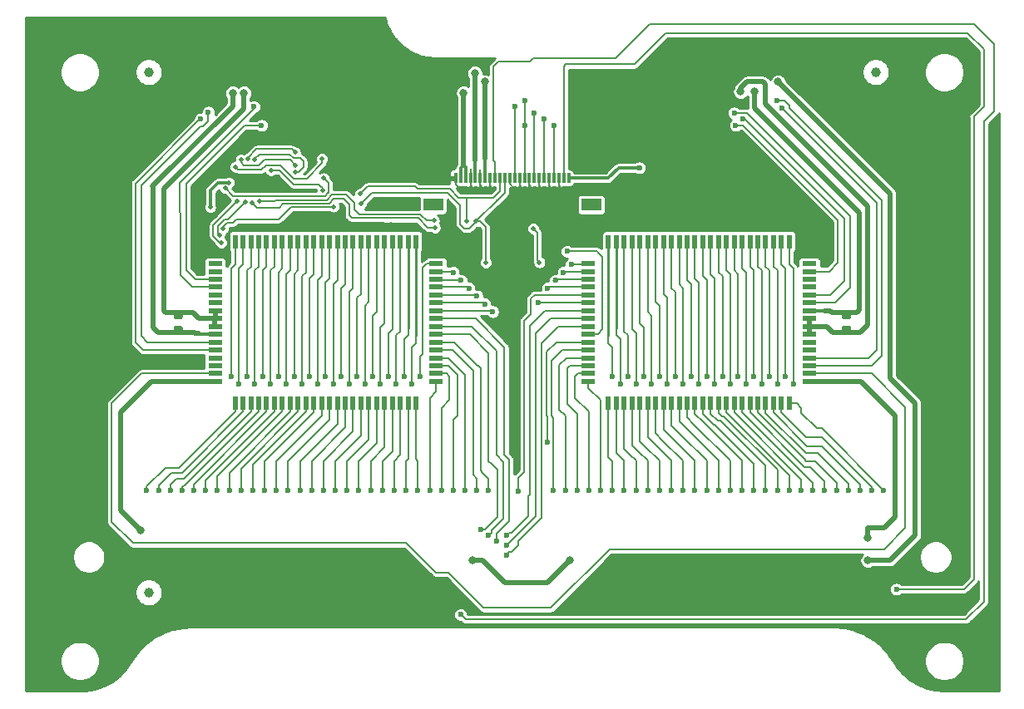
<source format=gbr>
G04 #@! TF.GenerationSoftware,KiCad,Pcbnew,5.1.5+dfsg1-2build2*
G04 #@! TF.CreationDate,2021-03-31T10:31:05+02:00*
G04 #@! TF.ProjectId,ModulAdapterMagnet,4d6f6475-6c41-4646-9170-7465724d6167,rev?*
G04 #@! TF.SameCoordinates,Original*
G04 #@! TF.FileFunction,Copper,L2,Bot*
G04 #@! TF.FilePolarity,Positive*
%FSLAX46Y46*%
G04 Gerber Fmt 4.6, Leading zero omitted, Abs format (unit mm)*
G04 Created by KiCad (PCBNEW 5.1.5+dfsg1-2build2) date 2021-03-31 10:31:05*
%MOMM*%
%LPD*%
G04 APERTURE LIST*
%ADD10R,0.500000X1.480000*%
%ADD11R,1.480000X0.500000*%
%ADD12R,2.000000X1.300000*%
%ADD13R,0.300000X1.000000*%
%ADD14C,1.000000*%
%ADD15C,0.100000*%
%ADD16C,0.600000*%
%ADD17C,0.800000*%
%ADD18C,0.500000*%
%ADD19C,0.200000*%
%ADD20C,0.500000*%
%ADD21C,0.300000*%
%ADD22C,0.250000*%
%ADD23C,0.150000*%
%ADD24C,0.254000*%
G04 APERTURE END LIST*
D10*
X109800000Y-91260000D03*
X110600000Y-91260000D03*
X111400000Y-91260000D03*
X112200000Y-91260000D03*
X113000000Y-91260000D03*
X113800000Y-91260000D03*
X114600000Y-91260000D03*
X115400000Y-91260000D03*
X116200000Y-91260000D03*
X117000000Y-91260000D03*
X117800000Y-91260000D03*
X118600000Y-91260000D03*
X119400000Y-91260000D03*
X120200000Y-91260000D03*
X121000000Y-91260000D03*
X121800000Y-91260000D03*
X122600000Y-91260000D03*
X123400000Y-91260000D03*
X124200000Y-91260000D03*
X125000000Y-91260000D03*
X125800000Y-91260000D03*
X126600000Y-91260000D03*
X127400000Y-91260000D03*
X128200000Y-91260000D03*
D11*
X130240000Y-93500000D03*
X130240000Y-94300000D03*
X130240000Y-95100000D03*
X130240000Y-95900000D03*
X130240000Y-96700000D03*
X130240000Y-97500000D03*
X130240000Y-98300000D03*
X130240000Y-99100000D03*
X130240000Y-99900000D03*
X130240000Y-100700000D03*
X130240000Y-101500000D03*
X130240000Y-102300000D03*
X130240000Y-103100000D03*
X130240000Y-103900000D03*
X130240000Y-104700000D03*
X130240000Y-105500000D03*
D10*
X128200000Y-107740000D03*
X127400000Y-107740000D03*
X126600000Y-107740000D03*
X125800000Y-107740000D03*
X125000000Y-107740000D03*
X124200000Y-107740000D03*
X123400000Y-107740000D03*
X122600000Y-107740000D03*
X121800000Y-107740000D03*
X121000000Y-107740000D03*
X120200000Y-107740000D03*
X119400000Y-107740000D03*
X118600000Y-107740000D03*
X117800000Y-107740000D03*
X117000000Y-107740000D03*
X116200000Y-107740000D03*
X115400000Y-107740000D03*
X114600000Y-107740000D03*
X113800000Y-107740000D03*
X113000000Y-107740000D03*
X112200000Y-107740000D03*
X111400000Y-107740000D03*
X110600000Y-107740000D03*
X109800000Y-107740000D03*
D11*
X107760000Y-105500000D03*
X107760000Y-104700000D03*
X107760000Y-103900000D03*
X107760000Y-103100000D03*
X107760000Y-102300000D03*
X107760000Y-101500000D03*
X107760000Y-100700000D03*
X107760000Y-99900000D03*
X107760000Y-99100000D03*
X107760000Y-98300000D03*
X107760000Y-97500000D03*
X107760000Y-96700000D03*
X107760000Y-95900000D03*
X107760000Y-95100000D03*
X107760000Y-94300000D03*
X107760000Y-93500000D03*
D10*
X90200000Y-107740000D03*
X89400000Y-107740000D03*
X88600000Y-107740000D03*
X87800000Y-107740000D03*
X87000000Y-107740000D03*
X86200000Y-107740000D03*
X85400000Y-107740000D03*
X84600000Y-107740000D03*
X83800000Y-107740000D03*
X83000000Y-107740000D03*
X82200000Y-107740000D03*
X81400000Y-107740000D03*
X80600000Y-107740000D03*
X79800000Y-107740000D03*
X79000000Y-107740000D03*
X78200000Y-107740000D03*
X77400000Y-107740000D03*
X76600000Y-107740000D03*
X75800000Y-107740000D03*
X75000000Y-107740000D03*
X74200000Y-107740000D03*
X73400000Y-107740000D03*
X72600000Y-107740000D03*
X71800000Y-107740000D03*
D11*
X69760000Y-105500000D03*
X69760000Y-104700000D03*
X69760000Y-103900000D03*
X69760000Y-103100000D03*
X69760000Y-102300000D03*
X69760000Y-101500000D03*
X69760000Y-100700000D03*
X69760000Y-99900000D03*
X69760000Y-99100000D03*
X69760000Y-98300000D03*
X69760000Y-97500000D03*
X69760000Y-96700000D03*
X69760000Y-95900000D03*
X69760000Y-95100000D03*
X69760000Y-94300000D03*
X69760000Y-93500000D03*
D10*
X71800000Y-91260000D03*
X72600000Y-91260000D03*
X73400000Y-91260000D03*
X74200000Y-91260000D03*
X75000000Y-91260000D03*
X75800000Y-91260000D03*
X76600000Y-91260000D03*
X77400000Y-91260000D03*
X78200000Y-91260000D03*
X79000000Y-91260000D03*
X79800000Y-91260000D03*
X80600000Y-91260000D03*
X81400000Y-91260000D03*
X82200000Y-91260000D03*
X83000000Y-91260000D03*
X83800000Y-91260000D03*
X84600000Y-91260000D03*
X85400000Y-91260000D03*
X86200000Y-91260000D03*
X87000000Y-91260000D03*
X87800000Y-91260000D03*
X88600000Y-91260000D03*
X89400000Y-91260000D03*
X90200000Y-91260000D03*
D11*
X92240000Y-93500000D03*
X92240000Y-94300000D03*
X92240000Y-95100000D03*
X92240000Y-95900000D03*
X92240000Y-96700000D03*
X92240000Y-97500000D03*
X92240000Y-98300000D03*
X92240000Y-99100000D03*
X92240000Y-99900000D03*
X92240000Y-100700000D03*
X92240000Y-101500000D03*
X92240000Y-102300000D03*
X92240000Y-103100000D03*
X92240000Y-103900000D03*
X92240000Y-104700000D03*
X92240000Y-105500000D03*
D12*
X108050000Y-87500000D03*
X91950000Y-87500000D03*
D13*
X105750000Y-84800000D03*
X105250000Y-84800000D03*
X104750000Y-84800000D03*
X104250000Y-84800000D03*
X103750000Y-84800000D03*
X103250000Y-84800000D03*
X102750000Y-84800000D03*
X102250000Y-84800000D03*
X101750000Y-84800000D03*
X101250000Y-84800000D03*
X100750000Y-84800000D03*
X100250000Y-84800000D03*
X99750000Y-84800000D03*
X99250000Y-84800000D03*
X98750000Y-84800000D03*
X98250000Y-84800000D03*
X97750000Y-84800000D03*
X97250000Y-84800000D03*
X96750000Y-84800000D03*
X96250000Y-84800000D03*
X95750000Y-84800000D03*
X95250000Y-84800000D03*
X94750000Y-84800000D03*
X94250000Y-84800000D03*
D14*
X137000000Y-74000000D03*
X63000000Y-127000000D03*
X63000000Y-74000000D03*
G04 #@! TA.AperFunction,SMDPad,CuDef*
D15*
G36*
X134277691Y-98276053D02*
G01*
X134298926Y-98279203D01*
X134319750Y-98284419D01*
X134339962Y-98291651D01*
X134359368Y-98300830D01*
X134377781Y-98311866D01*
X134395024Y-98324654D01*
X134410930Y-98339070D01*
X134425346Y-98354976D01*
X134438134Y-98372219D01*
X134449170Y-98390632D01*
X134458349Y-98410038D01*
X134465581Y-98430250D01*
X134470797Y-98451074D01*
X134473947Y-98472309D01*
X134475000Y-98493750D01*
X134475000Y-98931250D01*
X134473947Y-98952691D01*
X134470797Y-98973926D01*
X134465581Y-98994750D01*
X134458349Y-99014962D01*
X134449170Y-99034368D01*
X134438134Y-99052781D01*
X134425346Y-99070024D01*
X134410930Y-99085930D01*
X134395024Y-99100346D01*
X134377781Y-99113134D01*
X134359368Y-99124170D01*
X134339962Y-99133349D01*
X134319750Y-99140581D01*
X134298926Y-99145797D01*
X134277691Y-99148947D01*
X134256250Y-99150000D01*
X133743750Y-99150000D01*
X133722309Y-99148947D01*
X133701074Y-99145797D01*
X133680250Y-99140581D01*
X133660038Y-99133349D01*
X133640632Y-99124170D01*
X133622219Y-99113134D01*
X133604976Y-99100346D01*
X133589070Y-99085930D01*
X133574654Y-99070024D01*
X133561866Y-99052781D01*
X133550830Y-99034368D01*
X133541651Y-99014962D01*
X133534419Y-98994750D01*
X133529203Y-98973926D01*
X133526053Y-98952691D01*
X133525000Y-98931250D01*
X133525000Y-98493750D01*
X133526053Y-98472309D01*
X133529203Y-98451074D01*
X133534419Y-98430250D01*
X133541651Y-98410038D01*
X133550830Y-98390632D01*
X133561866Y-98372219D01*
X133574654Y-98354976D01*
X133589070Y-98339070D01*
X133604976Y-98324654D01*
X133622219Y-98311866D01*
X133640632Y-98300830D01*
X133660038Y-98291651D01*
X133680250Y-98284419D01*
X133701074Y-98279203D01*
X133722309Y-98276053D01*
X133743750Y-98275000D01*
X134256250Y-98275000D01*
X134277691Y-98276053D01*
G37*
G04 #@! TD.AperFunction*
G04 #@! TA.AperFunction,SMDPad,CuDef*
G36*
X134277691Y-99851053D02*
G01*
X134298926Y-99854203D01*
X134319750Y-99859419D01*
X134339962Y-99866651D01*
X134359368Y-99875830D01*
X134377781Y-99886866D01*
X134395024Y-99899654D01*
X134410930Y-99914070D01*
X134425346Y-99929976D01*
X134438134Y-99947219D01*
X134449170Y-99965632D01*
X134458349Y-99985038D01*
X134465581Y-100005250D01*
X134470797Y-100026074D01*
X134473947Y-100047309D01*
X134475000Y-100068750D01*
X134475000Y-100506250D01*
X134473947Y-100527691D01*
X134470797Y-100548926D01*
X134465581Y-100569750D01*
X134458349Y-100589962D01*
X134449170Y-100609368D01*
X134438134Y-100627781D01*
X134425346Y-100645024D01*
X134410930Y-100660930D01*
X134395024Y-100675346D01*
X134377781Y-100688134D01*
X134359368Y-100699170D01*
X134339962Y-100708349D01*
X134319750Y-100715581D01*
X134298926Y-100720797D01*
X134277691Y-100723947D01*
X134256250Y-100725000D01*
X133743750Y-100725000D01*
X133722309Y-100723947D01*
X133701074Y-100720797D01*
X133680250Y-100715581D01*
X133660038Y-100708349D01*
X133640632Y-100699170D01*
X133622219Y-100688134D01*
X133604976Y-100675346D01*
X133589070Y-100660930D01*
X133574654Y-100645024D01*
X133561866Y-100627781D01*
X133550830Y-100609368D01*
X133541651Y-100589962D01*
X133534419Y-100569750D01*
X133529203Y-100548926D01*
X133526053Y-100527691D01*
X133525000Y-100506250D01*
X133525000Y-100068750D01*
X133526053Y-100047309D01*
X133529203Y-100026074D01*
X133534419Y-100005250D01*
X133541651Y-99985038D01*
X133550830Y-99965632D01*
X133561866Y-99947219D01*
X133574654Y-99929976D01*
X133589070Y-99914070D01*
X133604976Y-99899654D01*
X133622219Y-99886866D01*
X133640632Y-99875830D01*
X133660038Y-99866651D01*
X133680250Y-99859419D01*
X133701074Y-99854203D01*
X133722309Y-99851053D01*
X133743750Y-99850000D01*
X134256250Y-99850000D01*
X134277691Y-99851053D01*
G37*
G04 #@! TD.AperFunction*
G04 #@! TA.AperFunction,SMDPad,CuDef*
G36*
X66277691Y-98276053D02*
G01*
X66298926Y-98279203D01*
X66319750Y-98284419D01*
X66339962Y-98291651D01*
X66359368Y-98300830D01*
X66377781Y-98311866D01*
X66395024Y-98324654D01*
X66410930Y-98339070D01*
X66425346Y-98354976D01*
X66438134Y-98372219D01*
X66449170Y-98390632D01*
X66458349Y-98410038D01*
X66465581Y-98430250D01*
X66470797Y-98451074D01*
X66473947Y-98472309D01*
X66475000Y-98493750D01*
X66475000Y-98931250D01*
X66473947Y-98952691D01*
X66470797Y-98973926D01*
X66465581Y-98994750D01*
X66458349Y-99014962D01*
X66449170Y-99034368D01*
X66438134Y-99052781D01*
X66425346Y-99070024D01*
X66410930Y-99085930D01*
X66395024Y-99100346D01*
X66377781Y-99113134D01*
X66359368Y-99124170D01*
X66339962Y-99133349D01*
X66319750Y-99140581D01*
X66298926Y-99145797D01*
X66277691Y-99148947D01*
X66256250Y-99150000D01*
X65743750Y-99150000D01*
X65722309Y-99148947D01*
X65701074Y-99145797D01*
X65680250Y-99140581D01*
X65660038Y-99133349D01*
X65640632Y-99124170D01*
X65622219Y-99113134D01*
X65604976Y-99100346D01*
X65589070Y-99085930D01*
X65574654Y-99070024D01*
X65561866Y-99052781D01*
X65550830Y-99034368D01*
X65541651Y-99014962D01*
X65534419Y-98994750D01*
X65529203Y-98973926D01*
X65526053Y-98952691D01*
X65525000Y-98931250D01*
X65525000Y-98493750D01*
X65526053Y-98472309D01*
X65529203Y-98451074D01*
X65534419Y-98430250D01*
X65541651Y-98410038D01*
X65550830Y-98390632D01*
X65561866Y-98372219D01*
X65574654Y-98354976D01*
X65589070Y-98339070D01*
X65604976Y-98324654D01*
X65622219Y-98311866D01*
X65640632Y-98300830D01*
X65660038Y-98291651D01*
X65680250Y-98284419D01*
X65701074Y-98279203D01*
X65722309Y-98276053D01*
X65743750Y-98275000D01*
X66256250Y-98275000D01*
X66277691Y-98276053D01*
G37*
G04 #@! TD.AperFunction*
G04 #@! TA.AperFunction,SMDPad,CuDef*
G36*
X66277691Y-99851053D02*
G01*
X66298926Y-99854203D01*
X66319750Y-99859419D01*
X66339962Y-99866651D01*
X66359368Y-99875830D01*
X66377781Y-99886866D01*
X66395024Y-99899654D01*
X66410930Y-99914070D01*
X66425346Y-99929976D01*
X66438134Y-99947219D01*
X66449170Y-99965632D01*
X66458349Y-99985038D01*
X66465581Y-100005250D01*
X66470797Y-100026074D01*
X66473947Y-100047309D01*
X66475000Y-100068750D01*
X66475000Y-100506250D01*
X66473947Y-100527691D01*
X66470797Y-100548926D01*
X66465581Y-100569750D01*
X66458349Y-100589962D01*
X66449170Y-100609368D01*
X66438134Y-100627781D01*
X66425346Y-100645024D01*
X66410930Y-100660930D01*
X66395024Y-100675346D01*
X66377781Y-100688134D01*
X66359368Y-100699170D01*
X66339962Y-100708349D01*
X66319750Y-100715581D01*
X66298926Y-100720797D01*
X66277691Y-100723947D01*
X66256250Y-100725000D01*
X65743750Y-100725000D01*
X65722309Y-100723947D01*
X65701074Y-100720797D01*
X65680250Y-100715581D01*
X65660038Y-100708349D01*
X65640632Y-100699170D01*
X65622219Y-100688134D01*
X65604976Y-100675346D01*
X65589070Y-100660930D01*
X65574654Y-100645024D01*
X65561866Y-100627781D01*
X65550830Y-100609368D01*
X65541651Y-100589962D01*
X65534419Y-100569750D01*
X65529203Y-100548926D01*
X65526053Y-100527691D01*
X65525000Y-100506250D01*
X65525000Y-100068750D01*
X65526053Y-100047309D01*
X65529203Y-100026074D01*
X65534419Y-100005250D01*
X65541651Y-99985038D01*
X65550830Y-99965632D01*
X65561866Y-99947219D01*
X65574654Y-99929976D01*
X65589070Y-99914070D01*
X65604976Y-99899654D01*
X65622219Y-99886866D01*
X65640632Y-99875830D01*
X65660038Y-99866651D01*
X65680250Y-99859419D01*
X65701074Y-99854203D01*
X65722309Y-99851053D01*
X65743750Y-99850000D01*
X66256250Y-99850000D01*
X66277691Y-99851053D01*
G37*
G04 #@! TD.AperFunction*
D16*
X139116000Y-126670000D03*
D17*
X71552000Y-76124000D03*
X97206000Y-74981000D03*
X124638000Y-75997000D03*
X123241000Y-75997000D03*
X95047000Y-76124000D03*
X72695000Y-76124000D03*
D16*
X71400000Y-105000000D03*
X62800000Y-116600000D03*
X72200000Y-105800000D03*
X64000000Y-116600000D03*
X73000000Y-105000000D03*
X65200000Y-116600000D03*
X73800000Y-105800000D03*
X66400000Y-116600000D03*
X74600000Y-105000000D03*
X67600000Y-116600000D03*
X75400000Y-105800000D03*
X68800000Y-116600000D03*
X76200000Y-105000000D03*
X70000000Y-116600000D03*
X77000000Y-105800000D03*
X71200000Y-116600000D03*
X77800000Y-105000000D03*
X72400000Y-116600000D03*
X78600000Y-105800000D03*
X73600000Y-116600000D03*
X79400000Y-105000000D03*
X74800000Y-116600000D03*
X80200000Y-105800000D03*
X76000000Y-116600000D03*
X81000000Y-105000000D03*
X77200000Y-116600000D03*
X81800000Y-105800000D03*
X78400000Y-116600000D03*
X82600000Y-105000000D03*
X79600000Y-116600000D03*
X83400000Y-105800000D03*
X80800000Y-116600000D03*
X84200000Y-105000000D03*
X82000000Y-116600000D03*
X85000000Y-105800000D03*
X83200000Y-116600000D03*
X85800000Y-105000000D03*
X84400000Y-116600000D03*
X86600000Y-105800000D03*
X85600000Y-116600000D03*
X87400000Y-105000000D03*
X86800000Y-116600000D03*
X88200000Y-105800000D03*
X88000000Y-116600000D03*
X89000000Y-105000000D03*
X89200000Y-116600000D03*
X89800000Y-105800000D03*
X90400000Y-116600000D03*
X90600000Y-105000000D03*
X91600000Y-116600000D03*
X94000000Y-94400000D03*
X92800000Y-116600000D03*
X94800000Y-95200000D03*
X94000000Y-116600000D03*
X95600000Y-96000000D03*
X95200000Y-116600000D03*
X96400000Y-116600000D03*
X103600000Y-111700000D03*
X104200000Y-116600000D03*
X105400000Y-116600000D03*
X106600000Y-116600000D03*
X105200000Y-94400000D03*
X107800000Y-116600000D03*
X106000000Y-93600000D03*
X109000000Y-116600000D03*
X110200000Y-104990248D03*
X110200000Y-116590248D03*
X111000000Y-105790248D03*
X111400000Y-116590248D03*
X111800000Y-104990248D03*
X112600000Y-116590248D03*
X112600000Y-105790248D03*
X113800000Y-116590248D03*
X113400000Y-104990248D03*
X115000000Y-116590248D03*
X114200000Y-105790248D03*
X116200000Y-116590248D03*
X115000000Y-104990248D03*
X117400000Y-116590248D03*
X115800000Y-105790248D03*
X118600000Y-116590248D03*
X116600000Y-104990248D03*
X119800000Y-116590248D03*
X117400000Y-105790248D03*
X121000000Y-116590248D03*
X118200000Y-104990248D03*
X122200000Y-116590248D03*
X119000000Y-105790248D03*
X123400000Y-116590248D03*
X119800000Y-104990248D03*
X124600000Y-116590248D03*
X120600000Y-105790248D03*
X125800000Y-116590248D03*
X121400000Y-104990248D03*
X127000000Y-116590248D03*
X122200000Y-105790248D03*
X128200000Y-116590248D03*
X123000000Y-104990248D03*
X129400000Y-116590248D03*
X123800000Y-105790248D03*
X130600000Y-116590248D03*
X124600000Y-104990248D03*
X131800000Y-116590248D03*
X125400000Y-105790248D03*
X133000000Y-116590248D03*
X126200000Y-104990248D03*
X134200000Y-116590248D03*
X127000000Y-105790248D03*
X135400000Y-116590248D03*
X127800000Y-104990248D03*
X136600000Y-116590248D03*
X128600000Y-105790248D03*
X137800000Y-116590248D03*
X96400000Y-96800000D03*
X97200000Y-97600000D03*
X97600000Y-116600000D03*
X98000000Y-98400000D03*
X105588000Y-92253000D03*
X102667000Y-97460000D03*
X100600000Y-116700000D03*
X103600000Y-96000000D03*
X104400000Y-95200000D03*
X96800000Y-120600000D03*
X97600000Y-121200000D03*
X98400000Y-121800000D03*
X99400000Y-123200000D03*
D17*
X127051000Y-74981000D03*
X136195000Y-123749000D03*
X136195000Y-121463000D03*
X96190000Y-74092000D03*
X105842000Y-123749000D03*
X95936000Y-123750000D03*
X62154000Y-120701000D03*
D16*
X126924000Y-76886000D03*
X101270000Y-76886000D03*
X101250000Y-79426000D03*
X74473000Y-79426000D03*
X100254000Y-77521000D03*
X127432000Y-77648000D03*
X73711000Y-77521000D03*
X99400000Y-122200000D03*
X99400000Y-121200000D03*
X94750000Y-129250000D03*
D17*
X88000000Y-123250000D03*
X57201000Y-79045000D03*
X88697000Y-83490000D03*
X100762000Y-86792000D03*
X88697000Y-87300000D03*
X113208000Y-86030000D03*
D18*
X71348800Y-81813600D03*
X71120200Y-84429800D03*
X76251000Y-85395000D03*
X77851200Y-88392200D03*
X70612200Y-87604800D03*
X67716600Y-86233200D03*
X83490000Y-89459000D03*
D17*
X87630200Y-89662200D03*
D16*
X122733000Y-79426000D03*
X104250000Y-79426000D03*
X123495000Y-78791000D03*
X103250000Y-78791000D03*
X68300800Y-78765600D03*
X122606000Y-78156000D03*
X102250000Y-78156000D03*
X69062800Y-78079800D03*
D18*
X84607600Y-87401600D03*
X96317000Y-89205000D03*
X97307600Y-93396000D03*
X84506000Y-86411000D03*
X95377200Y-89205000D03*
X102133600Y-89941600D03*
X102768600Y-93370600D03*
D16*
X112954000Y-83744000D03*
D18*
X71171000Y-85242600D03*
X69266000Y-87757200D03*
X74269800Y-87147600D03*
X92024400Y-89128800D03*
X73533200Y-87300000D03*
X92126000Y-89840000D03*
X72034600Y-87122200D03*
X70383600Y-91364000D03*
X72872800Y-87198400D03*
X70180400Y-90576600D03*
X81813600Y-87706400D03*
X70586800Y-89916200D03*
X70790000Y-85826800D03*
X80797600Y-84785400D03*
X71806000Y-83642400D03*
X80645200Y-82829600D03*
X72390200Y-82880400D03*
X77952800Y-83464600D03*
X73076000Y-82829600D03*
X77902000Y-82169200D03*
X73812600Y-82880400D03*
X77952800Y-84175800D03*
X75438200Y-84023400D03*
X80696000Y-86055400D03*
D19*
X146990000Y-115113000D02*
X146990000Y-115510000D01*
X146990000Y-83363000D02*
X146990000Y-78537000D01*
X146990000Y-83236000D02*
X146990000Y-83363000D01*
X146990000Y-78537000D02*
X148006000Y-77521000D01*
X148006000Y-77521000D02*
X148006000Y-71679000D01*
X148006000Y-71679000D02*
X146355000Y-70028000D01*
X136703000Y-70028000D02*
X136322000Y-70028000D01*
X146355000Y-70028000D02*
X136703000Y-70028000D01*
X146990000Y-83363000D02*
X146990000Y-115113000D01*
X145974000Y-126670000D02*
X144323000Y-126670000D01*
X146990000Y-125654000D02*
X145974000Y-126670000D01*
X144323000Y-126670000D02*
X139116000Y-126670000D01*
X146990000Y-115113000D02*
X146990000Y-125654000D01*
X114859000Y-70790000D02*
X115621000Y-70028000D01*
X115621000Y-70028000D02*
X136703000Y-70028000D01*
X114859000Y-70790000D02*
X112446000Y-73203000D01*
X115240000Y-70409000D02*
X114859000Y-70790000D01*
X105250000Y-73414000D02*
X105461000Y-73203000D01*
X105250000Y-84800000D02*
X105250000Y-73414000D01*
X112446000Y-73203000D02*
X105461000Y-73203000D01*
D20*
X134000000Y-98500000D02*
X132536000Y-98500000D01*
X132536000Y-98500000D02*
X132385000Y-98349000D01*
X132385000Y-98349000D02*
X131750000Y-98349000D01*
X97206000Y-78664000D02*
X97206000Y-82855000D01*
X97206000Y-75489000D02*
X97206000Y-78664000D01*
D21*
X97250000Y-82899000D02*
X97206000Y-82855000D01*
X97250000Y-84800000D02*
X97250000Y-82899000D01*
X68188000Y-100700000D02*
X68123000Y-100635000D01*
X69760000Y-100700000D02*
X68188000Y-100700000D01*
X131701000Y-98300000D02*
X131750000Y-98349000D01*
X130240000Y-98300000D02*
X131701000Y-98300000D01*
D20*
X97206000Y-75870000D02*
X97206000Y-74981000D01*
X134000000Y-98500000D02*
X135052000Y-98500000D01*
X135052000Y-98500000D02*
X135052000Y-98476000D01*
X135052000Y-98476000D02*
X135306000Y-98222000D01*
X135306000Y-98222000D02*
X135306000Y-88316000D01*
X124638000Y-77648000D02*
X125273000Y-78283000D01*
X124638000Y-75997000D02*
X124638000Y-77648000D01*
X135306000Y-88316000D02*
X125273000Y-78283000D01*
X125273000Y-78283000D02*
X125019000Y-78029000D01*
X63398600Y-85623600D02*
X71552000Y-77470200D01*
X63424000Y-100000000D02*
X63424000Y-85649000D01*
X71552000Y-77470200D02*
X71552000Y-76124000D01*
X63924000Y-100500000D02*
X63424000Y-100000000D01*
X67607000Y-100500000D02*
X63924000Y-100500000D01*
X63424000Y-85649000D02*
X63398600Y-85623600D01*
X67742000Y-100635000D02*
X67607000Y-100500000D01*
X68123000Y-100635000D02*
X67742000Y-100635000D01*
X69760000Y-98370000D02*
X69760000Y-99170000D01*
X69750000Y-99492000D02*
X69750000Y-99890000D01*
X69750000Y-99090000D02*
X69750000Y-99492000D01*
X130240000Y-99100000D02*
X130240000Y-100700000D01*
X134000000Y-100500000D02*
X132631000Y-100500000D01*
X132031000Y-99900000D02*
X130240000Y-99900000D01*
X132631000Y-100500000D02*
X132031000Y-99900000D01*
X95047000Y-78029000D02*
X95047000Y-76378000D01*
X95047000Y-83490000D02*
X95047000Y-78029000D01*
X95047000Y-76124000D02*
X94920000Y-75997000D01*
X95047000Y-76759000D02*
X95047000Y-76124000D01*
X135441000Y-100500000D02*
X134000000Y-100500000D01*
X136195000Y-99746000D02*
X135441000Y-100500000D01*
X136195000Y-87681000D02*
X136195000Y-99746000D01*
X123241000Y-75997000D02*
X123241000Y-75870000D01*
X125781000Y-77267000D02*
X136195000Y-87681000D01*
X125781000Y-77267000D02*
X125781000Y-75235000D01*
X125781000Y-75235000D02*
X125527000Y-74981000D01*
X125527000Y-74981000D02*
X123876000Y-74981000D01*
X123241000Y-75616000D02*
X123241000Y-75997000D01*
X123876000Y-74981000D02*
X123241000Y-75616000D01*
X68112000Y-99100000D02*
X69760000Y-99100000D01*
X67512000Y-98500000D02*
X68112000Y-99100000D01*
X64718000Y-98500000D02*
X67512000Y-98500000D01*
X64567000Y-98349000D02*
X64718000Y-98500000D01*
X64567000Y-85877600D02*
X64567000Y-98349000D01*
X72695000Y-77749600D02*
X64567000Y-85877600D01*
X72695000Y-76124000D02*
X72695000Y-77749600D01*
D21*
X95250000Y-83693000D02*
X95047000Y-83490000D01*
X95250000Y-84800000D02*
X95250000Y-83693000D01*
X94750000Y-83787000D02*
X95047000Y-83490000D01*
X94750000Y-84800000D02*
X94750000Y-83787000D01*
D19*
X71800000Y-91260000D02*
X71800000Y-93600000D01*
X71400000Y-94000000D02*
X71400000Y-105000000D01*
X71800000Y-93600000D02*
X71400000Y-94000000D01*
X64700000Y-114300000D02*
X62800000Y-116200000D01*
X62800000Y-116200000D02*
X62800000Y-116600000D01*
X66100000Y-114300000D02*
X64700000Y-114300000D01*
X71800000Y-107740000D02*
X71800000Y-108600000D01*
X71800000Y-108600000D02*
X66100000Y-114300000D01*
X72600000Y-91260000D02*
X72600000Y-93600000D01*
X72200000Y-94000000D02*
X72200000Y-105800000D01*
X72600000Y-93600000D02*
X72200000Y-94000000D01*
X64000000Y-116100000D02*
X64000000Y-116600000D01*
X65300000Y-114800000D02*
X64000000Y-116100000D01*
X66400000Y-114800000D02*
X65300000Y-114800000D01*
X72600000Y-108600000D02*
X66400000Y-114800000D01*
X72600000Y-107740000D02*
X72600000Y-108600000D01*
X73400000Y-91260000D02*
X73400000Y-93800000D01*
X73400000Y-93800000D02*
X73000000Y-94200000D01*
X73000000Y-94200000D02*
X73000000Y-105000000D01*
X73400000Y-108600000D02*
X66600000Y-115400000D01*
X73400000Y-107740000D02*
X73400000Y-108600000D01*
X65200000Y-116000000D02*
X65800000Y-115400000D01*
X66600000Y-115400000D02*
X65800000Y-115400000D01*
X65200000Y-116000000D02*
X65200000Y-116600000D01*
X73800000Y-105800000D02*
X73800000Y-94200000D01*
X74200000Y-93800000D02*
X74200000Y-91260000D01*
X73800000Y-94200000D02*
X74200000Y-93800000D01*
X74200000Y-108600000D02*
X66700000Y-116100000D01*
X74200000Y-107740000D02*
X74200000Y-108600000D01*
X66600000Y-116100000D02*
X66400000Y-116300000D01*
X66400000Y-116300000D02*
X66400000Y-116600000D01*
X66700000Y-116100000D02*
X66600000Y-116100000D01*
X74600000Y-105000000D02*
X74600000Y-94200000D01*
X75000000Y-93800000D02*
X75000000Y-91260000D01*
X74600000Y-94200000D02*
X75000000Y-93800000D01*
X67600000Y-116000000D02*
X67600000Y-116600000D01*
X75000000Y-108600000D02*
X67600000Y-116000000D01*
X75000000Y-107740000D02*
X75000000Y-108600000D01*
X75400000Y-105800000D02*
X75400000Y-94200000D01*
X75800000Y-93800000D02*
X75800000Y-91260000D01*
X75400000Y-94200000D02*
X75800000Y-93800000D01*
X68800000Y-115600000D02*
X68800000Y-116600000D01*
X75800000Y-108600000D02*
X68800000Y-115600000D01*
X75800000Y-107740000D02*
X75800000Y-108600000D01*
X76200000Y-105000000D02*
X76200000Y-94400000D01*
X76600000Y-94000000D02*
X76600000Y-91260000D01*
X76200000Y-94400000D02*
X76600000Y-94000000D01*
X76600000Y-108600000D02*
X76600000Y-107740000D01*
X70000000Y-115200000D02*
X76600000Y-108600000D01*
X70000000Y-116600000D02*
X70000000Y-115200000D01*
X77000000Y-105800000D02*
X77000000Y-94600000D01*
X77400000Y-94200000D02*
X77400000Y-91260000D01*
X77000000Y-94600000D02*
X77400000Y-94200000D01*
X71200000Y-116600000D02*
X71200000Y-114800000D01*
X71200000Y-114800000D02*
X77400000Y-108600000D01*
X77400000Y-108600000D02*
X77400000Y-107740000D01*
X77800000Y-105000000D02*
X77800000Y-94600000D01*
X78200000Y-94200000D02*
X78200000Y-91260000D01*
X77800000Y-94600000D02*
X78200000Y-94200000D01*
X72400000Y-116600000D02*
X72400000Y-114400000D01*
X72400000Y-114400000D02*
X78200000Y-108600000D01*
X78200000Y-108600000D02*
X78200000Y-107740000D01*
X78600000Y-105800000D02*
X78600000Y-94800000D01*
X79000000Y-94400000D02*
X79000000Y-91260000D01*
X78600000Y-94800000D02*
X79000000Y-94400000D01*
X73600000Y-114000000D02*
X73600000Y-116600000D01*
X79000000Y-107740000D02*
X79000000Y-108600000D01*
X79000000Y-108600000D02*
X73600000Y-114000000D01*
X79400000Y-105000000D02*
X79400000Y-95000000D01*
X79800000Y-94600000D02*
X79800000Y-91260000D01*
X79400000Y-95000000D02*
X79800000Y-94600000D01*
X79800000Y-108680000D02*
X79800000Y-107740000D01*
X74800000Y-113680000D02*
X79800000Y-108680000D01*
X74800000Y-113800000D02*
X74800000Y-113680000D01*
X74800000Y-116600000D02*
X74800000Y-113800000D01*
X80200000Y-105800000D02*
X80200000Y-95200000D01*
X80600000Y-94800000D02*
X80600000Y-91260000D01*
X80200000Y-95200000D02*
X80600000Y-94800000D01*
X76000000Y-116600000D02*
X76000000Y-113600000D01*
X80600000Y-109000000D02*
X80600000Y-107740000D01*
X76000000Y-113600000D02*
X80600000Y-109000000D01*
X81000000Y-105000000D02*
X81000000Y-95400000D01*
X81400000Y-95000000D02*
X81400000Y-91260000D01*
X81000000Y-95400000D02*
X81400000Y-95000000D01*
X77200000Y-116600000D02*
X77200000Y-113600000D01*
X81400000Y-109400000D02*
X81400000Y-107740000D01*
X77200000Y-113600000D02*
X81400000Y-109400000D01*
X81800000Y-105800000D02*
X81800000Y-95600000D01*
X82200000Y-95200000D02*
X82200000Y-91260000D01*
X81800000Y-95600000D02*
X82200000Y-95200000D01*
X82200000Y-109800000D02*
X82200000Y-107740000D01*
X78400000Y-113600000D02*
X82200000Y-109800000D01*
X78400000Y-116600000D02*
X78400000Y-113600000D01*
X82600000Y-105000000D02*
X82600000Y-96000000D01*
X83000000Y-95600000D02*
X83000000Y-91260000D01*
X82600000Y-96000000D02*
X83000000Y-95600000D01*
X79600000Y-116600000D02*
X79600000Y-113600000D01*
X83000000Y-110200000D02*
X83000000Y-107740000D01*
X79600000Y-113600000D02*
X83000000Y-110200000D01*
X83400000Y-105800000D02*
X83400000Y-96400000D01*
X83800000Y-96000000D02*
X83800000Y-91260000D01*
X83400000Y-96400000D02*
X83800000Y-96000000D01*
X80800000Y-116600000D02*
X80800000Y-113600000D01*
X83800000Y-110600000D02*
X83800000Y-107740000D01*
X80800000Y-113600000D02*
X83800000Y-110600000D01*
X84200000Y-105000000D02*
X84200000Y-97000000D01*
X84600000Y-96600000D02*
X84600000Y-91260000D01*
X84200000Y-97000000D02*
X84600000Y-96600000D01*
X82000000Y-116600000D02*
X82000000Y-113600000D01*
X84600000Y-111000000D02*
X84600000Y-107740000D01*
X82000000Y-113600000D02*
X84600000Y-111000000D01*
X85000000Y-105800000D02*
X85000000Y-97800000D01*
X85400000Y-97400000D02*
X85400000Y-91260000D01*
X85000000Y-97800000D02*
X85400000Y-97400000D01*
X83200000Y-116600000D02*
X83200000Y-113600000D01*
X85400000Y-111400000D02*
X85400000Y-107740000D01*
X83200000Y-113600000D02*
X85400000Y-111400000D01*
X85800000Y-105000000D02*
X85800000Y-98800000D01*
X86200000Y-98400000D02*
X86200000Y-91260000D01*
X85800000Y-98800000D02*
X86200000Y-98400000D01*
X84400000Y-116600000D02*
X84400000Y-113600000D01*
X86200000Y-111800000D02*
X86200000Y-107740000D01*
X84400000Y-113600000D02*
X86200000Y-111800000D01*
X86600000Y-105800000D02*
X86600000Y-100000000D01*
X87000000Y-99600000D02*
X87000000Y-91260000D01*
X86600000Y-100000000D02*
X87000000Y-99600000D01*
X85600000Y-116600000D02*
X85600000Y-113600000D01*
X87000000Y-112200000D02*
X87000000Y-107740000D01*
X85600000Y-113600000D02*
X87000000Y-112200000D01*
X87400000Y-105000000D02*
X87400000Y-100600000D01*
X87800000Y-100200000D02*
X87800000Y-91260000D01*
X87400000Y-100600000D02*
X87800000Y-100200000D01*
X87800000Y-112600000D02*
X87800000Y-112200000D01*
X87800000Y-112200000D02*
X87800000Y-107740000D01*
X86800000Y-113600000D02*
X87800000Y-112600000D01*
X86800000Y-116600000D02*
X86800000Y-113600000D01*
X88600000Y-100400000D02*
X88600000Y-91260000D01*
X88200000Y-105800000D02*
X88200000Y-100800000D01*
X88200000Y-100800000D02*
X88600000Y-100400000D01*
X88000000Y-116600000D02*
X88000000Y-113600000D01*
X88600000Y-113000000D02*
X88600000Y-107740000D01*
X88000000Y-113600000D02*
X88600000Y-113000000D01*
D22*
X89400000Y-91260000D02*
X89400000Y-100068000D01*
D19*
X89000000Y-105000000D02*
X89000000Y-101200000D01*
X89400000Y-100800000D02*
X89400000Y-100068000D01*
X89000000Y-101200000D02*
X89400000Y-100800000D01*
X89200000Y-116600000D02*
X89200000Y-113600000D01*
X89400000Y-113400000D02*
X89400000Y-107740000D01*
X89200000Y-113600000D02*
X89400000Y-113400000D01*
D22*
X90200000Y-91260000D02*
X90200000Y-98074000D01*
X90200000Y-98074000D02*
X90200000Y-100868000D01*
D19*
X89800000Y-105800000D02*
X89800000Y-102000000D01*
X90200000Y-101600000D02*
X90200000Y-100868000D01*
X89800000Y-102000000D02*
X90200000Y-101600000D01*
X90200000Y-113400000D02*
X90400000Y-113600000D01*
X90200000Y-107740000D02*
X90200000Y-113400000D01*
X90400000Y-113600000D02*
X90400000Y-116600000D01*
X91300000Y-93500000D02*
X92240000Y-93500000D01*
X90898001Y-93901999D02*
X91300000Y-93500000D01*
X90898001Y-102200000D02*
X90898001Y-93901999D01*
X90898001Y-102200000D02*
X90898001Y-102701999D01*
X90898001Y-102701999D02*
X90600000Y-103000000D01*
X90600000Y-103000000D02*
X90600000Y-105000000D01*
X91600000Y-116600000D02*
X91600000Y-107200000D01*
X92240000Y-106560000D02*
X92240000Y-105500000D01*
X91600000Y-107200000D02*
X92240000Y-106560000D01*
X92240000Y-94300000D02*
X93900000Y-94300000D01*
X93900000Y-94300000D02*
X94000000Y-94400000D01*
X92800000Y-108200000D02*
X92800000Y-116600000D01*
X93600000Y-105000000D02*
X93600000Y-107400000D01*
X92240000Y-104700000D02*
X93300000Y-104700000D01*
X93600000Y-107400000D02*
X92800000Y-108200000D01*
X93300000Y-104700000D02*
X93600000Y-105000000D01*
X92340000Y-95200000D02*
X92240000Y-95100000D01*
X94600000Y-95200000D02*
X92340000Y-95200000D01*
X94000000Y-109400000D02*
X94000000Y-116600000D01*
X94400000Y-109000000D02*
X94000000Y-109400000D01*
X94400000Y-104800000D02*
X94400000Y-109000000D01*
X92240000Y-103900000D02*
X93500000Y-103900000D01*
X93500000Y-103900000D02*
X94400000Y-104800000D01*
X95500000Y-95900000D02*
X95600000Y-96000000D01*
X92240000Y-95900000D02*
X95500000Y-95900000D01*
X92240000Y-103100000D02*
X93180000Y-103100000D01*
X93180000Y-103100000D02*
X93200000Y-103100000D01*
X95200000Y-116000000D02*
X95200000Y-116600000D01*
X95200000Y-106200000D02*
X95200000Y-116600000D01*
X95200000Y-104800000D02*
X95200000Y-106200000D01*
X93180000Y-103100000D02*
X93500000Y-103100000D01*
X93500000Y-103100000D02*
X95200000Y-104800000D01*
X92240000Y-102300000D02*
X93900000Y-102300000D01*
X93900000Y-102300000D02*
X95600000Y-104000000D01*
X95800000Y-104200000D02*
X96000000Y-104400000D01*
X95600000Y-104000000D02*
X95800000Y-104200000D01*
X96400000Y-115400000D02*
X96000000Y-115000000D01*
X96400000Y-116600000D02*
X96400000Y-115400000D01*
X96000000Y-104400000D02*
X96000000Y-115000000D01*
X104500000Y-101500000D02*
X107760000Y-101500000D01*
X103500000Y-109000000D02*
X103500000Y-102500000D01*
X103600000Y-111700000D02*
X103600000Y-109100000D01*
X103500000Y-102500000D02*
X104500000Y-101500000D01*
X103600000Y-109100000D02*
X103500000Y-109000000D01*
X105100000Y-102300000D02*
X107760000Y-102300000D01*
X104000000Y-103400000D02*
X105100000Y-102300000D01*
X104000000Y-109000000D02*
X104000000Y-103400000D01*
X104200000Y-109200000D02*
X104000000Y-109000000D01*
X104200000Y-116600000D02*
X104200000Y-109200000D01*
X105500000Y-103100000D02*
X107760000Y-103100000D01*
X105400000Y-116600000D02*
X105400000Y-109000000D01*
X104800000Y-103800000D02*
X104800000Y-108400000D01*
X105400000Y-109000000D02*
X104800000Y-108400000D01*
X104800000Y-103800000D02*
X105500000Y-103100000D01*
X105900000Y-103900000D02*
X107760000Y-103900000D01*
X106600000Y-116600000D02*
X106600000Y-108800000D01*
X105600000Y-104200000D02*
X105600000Y-107800000D01*
X106600000Y-108800000D02*
X105600000Y-107800000D01*
X105600000Y-104200000D02*
X105900000Y-103900000D01*
X105100000Y-94300000D02*
X105000000Y-94400000D01*
X107760000Y-94300000D02*
X105100000Y-94300000D01*
X107800000Y-116600000D02*
X107800000Y-108600000D01*
X107800000Y-108600000D02*
X106400000Y-107200000D01*
X106400000Y-107200000D02*
X106400000Y-105000000D01*
X106700000Y-104700000D02*
X107760000Y-104700000D01*
X106400000Y-105000000D02*
X106700000Y-104700000D01*
X107660000Y-93600000D02*
X107760000Y-93500000D01*
X105900000Y-93600000D02*
X107660000Y-93600000D01*
X109000000Y-116600000D02*
X109000000Y-107400000D01*
X107760000Y-106160000D02*
X107760000Y-105500000D01*
X109000000Y-107400000D02*
X107760000Y-106160000D01*
X109800000Y-101600000D02*
X109800000Y-100868000D01*
X110200000Y-102000000D02*
X109800000Y-101600000D01*
D22*
X109800000Y-91260000D02*
X109800000Y-98074000D01*
X109800000Y-98074000D02*
X109800000Y-100868000D01*
D19*
X110200000Y-104300000D02*
X110200000Y-104990248D01*
X110200000Y-104300000D02*
X110200000Y-102000000D01*
X110200000Y-113590248D02*
X110190248Y-113590248D01*
X110200000Y-113900000D02*
X110200000Y-113590248D01*
X110200000Y-114100000D02*
X110200000Y-113600000D01*
X110200000Y-114100000D02*
X110200000Y-116590248D01*
X110200000Y-113900000D02*
X110200000Y-114100000D01*
X109800000Y-113200000D02*
X109800000Y-107740000D01*
X110200000Y-113600000D02*
X109800000Y-113200000D01*
X111000000Y-105000000D02*
X111000000Y-101200000D01*
X110600000Y-100800000D02*
X110600000Y-100068000D01*
X111000000Y-101200000D02*
X110600000Y-100800000D01*
D22*
X110600000Y-91260000D02*
X110600000Y-100068000D01*
D19*
X111000000Y-105000000D02*
X111000000Y-105790248D01*
X111400000Y-116590248D02*
X111400000Y-113590248D01*
X111400000Y-113590248D02*
X111200000Y-113390248D01*
X110600000Y-112790248D02*
X111200000Y-113390248D01*
X110600000Y-107740000D02*
X110600000Y-112790248D01*
X111400000Y-100400000D02*
X111400000Y-91260000D01*
X111800000Y-100800000D02*
X111400000Y-100400000D01*
X111800000Y-104300000D02*
X111800000Y-104990248D01*
X111800000Y-104300000D02*
X111800000Y-100800000D01*
X112600000Y-116590248D02*
X112600000Y-113590248D01*
X112600000Y-113590248D02*
X112000000Y-112990248D01*
X111400000Y-112390248D02*
X112000000Y-112990248D01*
X111400000Y-107740000D02*
X111400000Y-112390248D01*
X112600000Y-105000000D02*
X112600000Y-100600000D01*
X112200000Y-100200000D02*
X112200000Y-91260000D01*
X112600000Y-100600000D02*
X112200000Y-100200000D01*
X112600000Y-105000000D02*
X112600000Y-105790248D01*
X113800000Y-116590248D02*
X113800000Y-113590248D01*
X112200000Y-111990248D02*
X112900000Y-112690248D01*
X113800000Y-113590248D02*
X112900000Y-112690248D01*
X112200000Y-107740000D02*
X112200000Y-111990248D01*
X112900000Y-112690248D02*
X112800000Y-112590248D01*
X113000000Y-99600000D02*
X113000000Y-91260000D01*
X113400000Y-100000000D02*
X113000000Y-99600000D01*
X113400000Y-104300000D02*
X113400000Y-100000000D01*
X113400000Y-104300000D02*
X113400000Y-104990248D01*
X115000000Y-116590248D02*
X115000000Y-113590248D01*
X115000000Y-113590248D02*
X113600000Y-112190248D01*
X113000000Y-111590248D02*
X113600000Y-112190248D01*
X113000000Y-107740000D02*
X113000000Y-111590248D01*
X113800000Y-98400000D02*
X113800000Y-91260000D01*
X114200000Y-98800000D02*
X113800000Y-98400000D01*
X114200000Y-104900000D02*
X114200000Y-105790248D01*
X114200000Y-104900000D02*
X114200000Y-98800000D01*
X114200000Y-105000000D02*
X114200000Y-104900000D01*
X113800000Y-107740000D02*
X113800000Y-111190248D01*
X116200000Y-113590248D02*
X116200000Y-116590248D01*
X113800000Y-111190248D02*
X116200000Y-113590248D01*
X114600000Y-97400000D02*
X114600000Y-91260000D01*
X115000000Y-97800000D02*
X114600000Y-97400000D01*
X115000000Y-104300000D02*
X115000000Y-104990248D01*
X115000000Y-104300000D02*
X115000000Y-97800000D01*
X117400000Y-116590248D02*
X117400000Y-113590248D01*
X114600000Y-107740000D02*
X114600000Y-110790248D01*
X117400000Y-113590248D02*
X115300000Y-111490248D01*
X114600000Y-110790248D02*
X115300000Y-111490248D01*
X115300000Y-111490248D02*
X115200000Y-111390248D01*
X115800000Y-105000000D02*
X115800000Y-97000000D01*
X115400000Y-96600000D02*
X115400000Y-91260000D01*
X115800000Y-97000000D02*
X115400000Y-96600000D01*
X115800000Y-105000000D02*
X115800000Y-105790248D01*
X118600000Y-116590248D02*
X118600000Y-113590248D01*
X115400000Y-110390248D02*
X116109752Y-111100000D01*
X118600000Y-113590248D02*
X116109752Y-111100000D01*
X115400000Y-107740000D02*
X115400000Y-110390248D01*
X116109752Y-111100000D02*
X116000000Y-110990248D01*
X116200000Y-96000000D02*
X116200000Y-91260000D01*
X116600000Y-96400000D02*
X116200000Y-96000000D01*
X116600000Y-104300000D02*
X116600000Y-104990248D01*
X116600000Y-104300000D02*
X116600000Y-96400000D01*
X119800000Y-116590248D02*
X119800000Y-113590248D01*
X116200000Y-109990248D02*
X117200000Y-110990248D01*
X116200000Y-107740000D02*
X116200000Y-109990248D01*
X119800000Y-113590248D02*
X117200000Y-110990248D01*
X117200000Y-110990248D02*
X116800000Y-110590248D01*
X117400000Y-105000000D02*
X117400000Y-96000000D01*
X117000000Y-95600000D02*
X117000000Y-91260000D01*
X117400000Y-96000000D02*
X117000000Y-95600000D01*
X117400000Y-105000000D02*
X117400000Y-105790248D01*
X117000000Y-107740000D02*
X117000000Y-109590248D01*
X121000000Y-113590248D02*
X121000000Y-116590248D01*
X117000000Y-109590248D02*
X121000000Y-113590248D01*
X117800000Y-95200000D02*
X117800000Y-91260000D01*
X118200000Y-95600000D02*
X117800000Y-95200000D01*
X118200000Y-104400000D02*
X118200000Y-104990248D01*
X118200000Y-104400000D02*
X118200000Y-95600000D01*
X122200000Y-116590248D02*
X122200000Y-113590248D01*
X117800000Y-109190248D02*
X118509752Y-109900000D01*
X117800000Y-107740000D02*
X117800000Y-109190248D01*
X122200000Y-113590248D02*
X118509752Y-109900000D01*
X118509752Y-109900000D02*
X118400000Y-109790248D01*
X118600000Y-95000000D02*
X118600000Y-91260000D01*
X119000000Y-95400000D02*
X118600000Y-95000000D01*
X119000000Y-104900000D02*
X119000000Y-105790248D01*
X119000000Y-104900000D02*
X119000000Y-95400000D01*
X119000000Y-105000000D02*
X119000000Y-104900000D01*
X123400000Y-116590248D02*
X123400000Y-113590248D01*
X118600000Y-108790248D02*
X119509752Y-109700000D01*
X123400000Y-113590248D02*
X119509752Y-109700000D01*
X118600000Y-107740000D02*
X118600000Y-108790248D01*
X119509752Y-109700000D02*
X119200000Y-109390248D01*
X119400000Y-94800000D02*
X119400000Y-91260000D01*
X119800000Y-95200000D02*
X119400000Y-94800000D01*
X119800000Y-104300000D02*
X119800000Y-104990248D01*
X119800000Y-104300000D02*
X119800000Y-95200000D01*
X119400000Y-108800000D02*
X120500000Y-109900000D01*
X119400000Y-107740000D02*
X119400000Y-108800000D01*
X120600000Y-109900000D02*
X124600000Y-113900000D01*
X124600000Y-113900000D02*
X124600000Y-116590248D01*
X120500000Y-109900000D02*
X120600000Y-109900000D01*
X120600000Y-105000000D02*
X120600000Y-95000000D01*
X120200000Y-94600000D02*
X120200000Y-91260000D01*
X120600000Y-95000000D02*
X120200000Y-94600000D01*
X120600000Y-105000000D02*
X120600000Y-105790248D01*
X120900000Y-109500000D02*
X120200000Y-108800000D01*
X121200000Y-109500000D02*
X120900000Y-109500000D01*
X120200000Y-108800000D02*
X120200000Y-107740000D01*
X125800000Y-114100000D02*
X121200000Y-109500000D01*
X125800000Y-116590248D02*
X125800000Y-114100000D01*
X121000000Y-94400000D02*
X121000000Y-91260000D01*
X121400000Y-94800000D02*
X121000000Y-94400000D01*
X121400000Y-104300000D02*
X121400000Y-104990248D01*
X121400000Y-104300000D02*
X121400000Y-94800000D01*
X127000000Y-114900000D02*
X127000000Y-116590248D01*
X127000000Y-114500000D02*
X127000000Y-114900000D01*
X121330010Y-109030010D02*
X121530010Y-109030010D01*
X121530010Y-109030010D02*
X127000000Y-114500000D01*
X121000000Y-107740000D02*
X121000000Y-108700000D01*
X121000000Y-108700000D02*
X121330010Y-109030010D01*
X121800000Y-94200000D02*
X121800000Y-91260000D01*
X122200000Y-94600000D02*
X121800000Y-94200000D01*
X122200000Y-104900000D02*
X122200000Y-105790248D01*
X122200000Y-104900000D02*
X122200000Y-94600000D01*
X122200000Y-105000000D02*
X122200000Y-104900000D01*
X121800000Y-108680000D02*
X128200000Y-115080000D01*
X121800000Y-107740000D02*
X121800000Y-108680000D01*
X128200000Y-115080000D02*
X128200000Y-115300000D01*
X128200000Y-116590248D02*
X128200000Y-115300000D01*
X128200000Y-115300000D02*
X128200000Y-115200000D01*
X122600000Y-94200000D02*
X122600000Y-91260000D01*
X123000000Y-94600000D02*
X122600000Y-94200000D01*
X123000000Y-104200000D02*
X123000000Y-104990248D01*
X123000000Y-104200000D02*
X123000000Y-94600000D01*
X129400000Y-116165984D02*
X129400000Y-116590248D01*
X129400000Y-115480000D02*
X129400000Y-116165984D01*
X122600000Y-108680000D02*
X129400000Y-115480000D01*
X122600000Y-107740000D02*
X122600000Y-108680000D01*
X123400000Y-94000000D02*
X123400000Y-91260000D01*
X123800000Y-94400000D02*
X123400000Y-94000000D01*
X123800000Y-104900000D02*
X123800000Y-105790248D01*
X123800000Y-104900000D02*
X123800000Y-94400000D01*
X123800000Y-105000000D02*
X123800000Y-104900000D01*
X130600000Y-116300000D02*
X130600000Y-116590248D01*
X130600000Y-115880000D02*
X130600000Y-116300000D01*
X123400000Y-107740000D02*
X123400000Y-108680000D01*
X123400000Y-108680000D02*
X130600000Y-115880000D01*
X124600000Y-94200000D02*
X124200000Y-93800000D01*
X124200000Y-93800000D02*
X124200000Y-91260000D01*
X124600000Y-104200000D02*
X124600000Y-104990248D01*
X124600000Y-104200000D02*
X124600000Y-94200000D01*
X129720000Y-114200000D02*
X124200000Y-108680000D01*
X124200000Y-108680000D02*
X124200000Y-107740000D01*
X130300000Y-114200000D02*
X129720000Y-114200000D01*
X131800000Y-116590248D02*
X131800000Y-115700000D01*
X131800000Y-115700000D02*
X130300000Y-114200000D01*
X125000000Y-93800000D02*
X125000000Y-91260000D01*
X125400000Y-94200000D02*
X125000000Y-93800000D01*
X125400000Y-103600000D02*
X125400000Y-94200000D01*
X125400000Y-103600000D02*
X125400000Y-105790248D01*
X125000000Y-108680000D02*
X129700000Y-113380000D01*
X125000000Y-107740000D02*
X125000000Y-108680000D01*
X129700000Y-113380000D02*
X129700000Y-113400000D01*
X129700000Y-113400000D02*
X129900000Y-113600000D01*
X129900000Y-113600000D02*
X130800000Y-113600000D01*
X133000000Y-115800000D02*
X133000000Y-116590248D01*
X130800000Y-113600000D02*
X133000000Y-115800000D01*
X125800000Y-93800000D02*
X125800000Y-91260000D01*
X126200000Y-94200000D02*
X125800000Y-93800000D01*
X126200000Y-103200000D02*
X126200000Y-94200000D01*
X126200000Y-103200000D02*
X126200000Y-104990248D01*
X125800000Y-108690248D02*
X129900000Y-112790248D01*
X125800000Y-107740000D02*
X125800000Y-108690248D01*
X129900000Y-112790248D02*
X129900000Y-112800000D01*
X129900000Y-112800000D02*
X130800000Y-112800000D01*
X130800000Y-112800000D02*
X130900000Y-112800000D01*
X134200000Y-115900000D02*
X134200000Y-116590248D01*
X131100000Y-112800000D02*
X134200000Y-115900000D01*
X130800000Y-112800000D02*
X131100000Y-112800000D01*
X126600000Y-93800000D02*
X127000000Y-94200000D01*
X126600000Y-91260000D02*
X126600000Y-93800000D01*
X127000000Y-94200000D02*
X127000000Y-103900000D01*
X127000000Y-103900000D02*
X127000000Y-105790248D01*
X126600000Y-108680000D02*
X129910248Y-111990248D01*
X126600000Y-107740000D02*
X126600000Y-108680000D01*
X129910248Y-111990248D02*
X129910248Y-112010248D01*
X129910248Y-112010248D02*
X130000000Y-112100000D01*
X131300000Y-112100000D02*
X131500000Y-112100000D01*
X130000000Y-112100000D02*
X131300000Y-112100000D01*
X135400000Y-116000000D02*
X135400000Y-116100000D01*
X131500000Y-112100000D02*
X135400000Y-116000000D01*
X135400000Y-116100000D02*
X135400000Y-116590248D01*
X127400000Y-91260000D02*
X127400000Y-93600000D01*
X127400000Y-93600000D02*
X127800000Y-94000000D01*
X127800000Y-94000000D02*
X127800000Y-103700000D01*
X127800000Y-103700000D02*
X127800000Y-104990248D01*
X129910248Y-111190248D02*
X130700000Y-111190248D01*
X127400000Y-107740000D02*
X127400000Y-108680000D01*
X127400000Y-108680000D02*
X129910248Y-111190248D01*
X130700000Y-111190248D02*
X130520000Y-111190248D01*
X136600000Y-116300000D02*
X136600000Y-116590248D01*
X130700000Y-111190248D02*
X131490248Y-111190248D01*
X131490248Y-111190248D02*
X136600000Y-116300000D01*
X128200000Y-93600000D02*
X128600000Y-94000000D01*
X128200000Y-91260000D02*
X128200000Y-93600000D01*
X128600000Y-94000000D02*
X128600000Y-104800000D01*
X128600000Y-104800000D02*
X128600000Y-105790248D01*
X128990248Y-107740000D02*
X128200000Y-107740000D01*
X129000000Y-107730248D02*
X128990248Y-107740000D01*
X129000000Y-107730248D02*
X128800000Y-107730248D01*
X128200000Y-107740000D02*
X128949752Y-107740000D01*
X131496000Y-110286248D02*
X130987248Y-110286248D01*
X131496000Y-110286248D02*
X137800000Y-116590248D01*
X129401252Y-108700252D02*
X129401252Y-108191500D01*
X130987248Y-110286248D02*
X129401252Y-108700252D01*
X128949752Y-107740000D02*
X129401252Y-108191500D01*
X96300000Y-96700000D02*
X96400000Y-96800000D01*
X92240000Y-96700000D02*
X96300000Y-96700000D01*
X97100000Y-97500000D02*
X97200000Y-97600000D01*
X92240000Y-97500000D02*
X97100000Y-97500000D01*
X92240000Y-101500000D02*
X94100000Y-101500000D01*
X97600000Y-116600000D02*
X97600000Y-115400000D01*
X97600000Y-115400000D02*
X97000000Y-114800000D01*
X96600000Y-104000000D02*
X96800000Y-104200000D01*
X97000000Y-114800000D02*
X96800000Y-114600000D01*
X96800000Y-114600000D02*
X96800000Y-107800000D01*
X96800000Y-104200000D02*
X96400000Y-103800000D01*
X96800000Y-107800000D02*
X96800000Y-104200000D01*
X96600000Y-104000000D02*
X96400000Y-103800000D01*
X96400000Y-103800000D02*
X94100000Y-101500000D01*
X92240000Y-98300000D02*
X97900000Y-98300000D01*
X97900000Y-98300000D02*
X98000000Y-98400000D01*
X108700000Y-100700000D02*
X107760000Y-100700000D01*
X109200000Y-92800000D02*
X109200000Y-100200000D01*
X109200000Y-100200000D02*
X108700000Y-100700000D01*
X108653000Y-92253000D02*
X108780000Y-92380000D01*
X105588000Y-92253000D02*
X108653000Y-92253000D01*
X108780000Y-92380000D02*
X109200000Y-92800000D01*
X107660000Y-97600000D02*
X107760000Y-97500000D01*
X102707000Y-97500000D02*
X102667000Y-97460000D01*
X107760000Y-97500000D02*
X102707000Y-97500000D01*
X100600000Y-115300000D02*
X100600000Y-116700000D01*
X107760000Y-96700000D02*
X102286000Y-96700000D01*
X102286000Y-96700000D02*
X101905000Y-97081000D01*
X101905000Y-97081000D02*
X101905000Y-98660000D01*
X101200000Y-114700000D02*
X100600000Y-115300000D01*
X101905000Y-98660000D02*
X101200000Y-99365000D01*
X101200000Y-99365000D02*
X101200000Y-114700000D01*
X106820000Y-95900000D02*
X107760000Y-95900000D01*
X103699999Y-95900001D02*
X106820000Y-95900000D01*
X104300000Y-95100000D02*
X104200000Y-95200000D01*
X107760000Y-95100000D02*
X104300000Y-95100000D01*
X95700000Y-100700000D02*
X97600000Y-102600000D01*
X97600000Y-102600000D02*
X97600000Y-113600000D01*
X92240000Y-100700000D02*
X95700000Y-100700000D01*
X97900000Y-113900000D02*
X98500000Y-114500000D01*
X97600000Y-113600000D02*
X97900000Y-113900000D01*
X98500000Y-114500000D02*
X98400000Y-114400000D01*
X97900000Y-113900000D02*
X98400000Y-114400000D01*
X98500000Y-118600000D02*
X98500000Y-114500000D01*
X98500000Y-119324264D02*
X98500000Y-118600000D01*
X96800000Y-120600000D02*
X97224264Y-120600000D01*
X97224264Y-120600000D02*
X98500000Y-119324264D01*
X95900000Y-99900000D02*
X92240000Y-99900000D01*
X98400000Y-102400000D02*
X95900000Y-99900000D01*
X99100000Y-113700000D02*
X98400000Y-113000000D01*
X98400000Y-113000000D02*
X98400000Y-102400000D01*
X97899999Y-120900001D02*
X97899999Y-120700001D01*
X97600000Y-121200000D02*
X97899999Y-120900001D01*
X99100000Y-119500000D02*
X99100000Y-119200000D01*
X97899999Y-120700001D02*
X99100000Y-119500000D01*
X99100000Y-119200000D02*
X99100000Y-113700000D01*
X98400000Y-121200000D02*
X98400000Y-121800000D01*
X96300000Y-99100000D02*
X99200000Y-102000000D01*
X92240000Y-99100000D02*
X96300000Y-99100000D01*
X98400000Y-121000000D02*
X98400000Y-121200000D01*
X99200000Y-102000000D02*
X99200000Y-113000000D01*
X99200000Y-113000000D02*
X99700000Y-113500000D01*
X99700000Y-119700000D02*
X98400000Y-121000000D01*
X99700000Y-113500000D02*
X99700000Y-119700000D01*
X104700000Y-99900000D02*
X107760000Y-99900000D01*
X103000000Y-101600000D02*
X104700000Y-99900000D01*
X100600000Y-121800000D02*
X103000000Y-119400000D01*
X103000000Y-119400000D02*
X103000000Y-101600000D01*
X99699999Y-122900001D02*
X99899999Y-122900001D01*
X99400000Y-123200000D02*
X99699999Y-122900001D01*
X100600000Y-122200000D02*
X100600000Y-121800000D01*
X99899999Y-122900001D02*
X100600000Y-122200000D01*
D20*
X60122000Y-118415000D02*
X60122000Y-110287000D01*
X99285000Y-126035000D02*
X97000000Y-123750000D01*
X136195000Y-120447000D02*
X136195000Y-121463000D01*
X96190000Y-82982000D02*
X96190000Y-77013000D01*
D21*
X96250000Y-83042000D02*
X96190000Y-82982000D01*
X96250000Y-84800000D02*
X96250000Y-83042000D01*
D20*
X69760000Y-105500000D02*
X63258000Y-105500000D01*
X60122000Y-108636000D02*
X60122000Y-110287000D01*
X63258000Y-105500000D02*
X60122000Y-108636000D01*
X96190000Y-77394000D02*
X96190000Y-74092000D01*
X138989000Y-109017000D02*
X135472000Y-105500000D01*
X138989000Y-119304000D02*
X138989000Y-109017000D01*
X135472000Y-105500000D02*
X130240000Y-105500000D01*
X137846000Y-120447000D02*
X138989000Y-119304000D01*
X136195000Y-120447000D02*
X137846000Y-120447000D01*
X103556000Y-126035000D02*
X102413000Y-126035000D01*
X105842000Y-123749000D02*
X103556000Y-126035000D01*
X102413000Y-126035000D02*
X99285000Y-126035000D01*
X97000000Y-123750000D02*
X95936000Y-123750000D01*
X60122000Y-118669000D02*
X60122000Y-118415000D01*
X62154000Y-120701000D02*
X60122000Y-118669000D01*
X136195000Y-123749000D02*
X138481000Y-123749000D01*
X138481000Y-123749000D02*
X141021000Y-121209000D01*
X141021000Y-121209000D02*
X141021000Y-107747000D01*
X141021000Y-107747000D02*
X138481000Y-105207000D01*
X138481000Y-105207000D02*
X138481000Y-86411000D01*
X138481000Y-86411000D02*
X127051000Y-74981000D01*
D19*
X101270000Y-84780000D02*
X101250000Y-84800000D01*
X101250000Y-78176000D02*
X101270000Y-78156000D01*
X101270000Y-78156000D02*
X101270000Y-76886000D01*
X101250000Y-84800000D02*
X101250000Y-79426000D01*
X101250000Y-79426000D02*
X101250000Y-78176000D01*
X67742000Y-95100000D02*
X66800000Y-94158000D01*
X69760000Y-95100000D02*
X67742000Y-95100000D01*
X66800000Y-94158000D02*
X66800000Y-89459000D01*
X66800000Y-89459000D02*
X66800000Y-89131000D01*
X136613000Y-103900000D02*
X137592000Y-102921000D01*
X130240000Y-103900000D02*
X136613000Y-103900000D01*
X137592000Y-102921000D02*
X137592000Y-87046000D01*
X127686000Y-76886000D02*
X126924000Y-76886000D01*
X137592000Y-87046000D02*
X128194000Y-77648000D01*
X128194000Y-77648000D02*
X128194000Y-77394000D01*
X128194000Y-77394000D02*
X127686000Y-76886000D01*
X66802200Y-87858800D02*
X66800000Y-89459000D01*
X66802200Y-85369600D02*
X66802200Y-87858800D01*
X72745800Y-79426000D02*
X66802200Y-85369600D01*
X74473000Y-79426000D02*
X72745800Y-79426000D01*
X100254000Y-81962000D02*
X100250000Y-81966000D01*
X100250000Y-81966000D02*
X100250000Y-84800000D01*
X100250000Y-77525000D02*
X100254000Y-77521000D01*
X67488000Y-95900000D02*
X67452000Y-95900000D01*
X69760000Y-95900000D02*
X67488000Y-95900000D01*
X67452000Y-95900000D02*
X66218000Y-94666000D01*
X137084000Y-87300000D02*
X127432000Y-77648000D01*
X137084000Y-102286000D02*
X137084000Y-87300000D01*
X130240000Y-103100000D02*
X136270000Y-103100000D01*
X136270000Y-103100000D02*
X137084000Y-102286000D01*
X100250000Y-81966000D02*
X100250000Y-78791000D01*
X100250000Y-78791000D02*
X100250000Y-77525000D01*
X66218000Y-94666000D02*
X66218000Y-88951000D01*
X66218000Y-88951000D02*
X66218000Y-88824000D01*
X73711000Y-77521000D02*
X73711000Y-77724200D01*
X66141800Y-85293400D02*
X66141800Y-87681000D01*
X73711000Y-77724200D02*
X66141800Y-85293400D01*
X66141800Y-87681000D02*
X66218000Y-88951000D01*
X62280000Y-104700000D02*
X69760000Y-104700000D01*
X61392000Y-121971000D02*
X59233000Y-119812000D01*
X89221000Y-121971000D02*
X61392000Y-121971000D01*
X59233000Y-107747000D02*
X62280000Y-104700000D01*
X92250000Y-125000000D02*
X89221000Y-121971000D01*
X93523000Y-125000000D02*
X92250000Y-125000000D01*
X103925000Y-128575000D02*
X97098000Y-128575000D01*
X130240000Y-104700000D02*
X136577000Y-104700000D01*
X137846000Y-122606000D02*
X109894000Y-122606000D01*
X136577000Y-104700000D02*
X140005000Y-108128000D01*
X140005000Y-108128000D02*
X140005000Y-120447000D01*
X97098000Y-128575000D02*
X93523000Y-125000000D01*
X140005000Y-120447000D02*
X137846000Y-122606000D01*
X59233000Y-119812000D02*
X59233000Y-107747000D01*
X109894000Y-122606000D02*
X103925000Y-128575000D01*
X103900000Y-99100000D02*
X107760000Y-99100000D01*
X102400000Y-100600000D02*
X103900000Y-99100000D01*
X102400000Y-118000000D02*
X102400000Y-117800000D01*
X102400000Y-117800000D02*
X102400000Y-100600000D01*
X99400000Y-122200000D02*
X102400000Y-119200000D01*
X102400000Y-118800000D02*
X102400000Y-117800000D01*
X102400000Y-119200000D02*
X102400000Y-118800000D01*
X103600000Y-98300000D02*
X107760000Y-98300000D01*
X103500000Y-98300000D02*
X103600000Y-98300000D01*
X103300000Y-98300000D02*
X103600000Y-98300000D01*
X101800000Y-99800000D02*
X103300000Y-98300000D01*
X99400000Y-121200000D02*
X99699999Y-120900001D01*
X101600000Y-119200000D02*
X101600000Y-117200000D01*
X99699999Y-120900001D02*
X99899999Y-120900001D01*
X99899999Y-120900001D02*
X101600000Y-119200000D01*
X101800000Y-117000000D02*
X101800000Y-99800000D01*
X101600000Y-117200000D02*
X101800000Y-117000000D01*
X98000000Y-129750000D02*
X95750000Y-129750000D01*
X98000000Y-129750000D02*
X95250000Y-129750000D01*
X95250000Y-129750000D02*
X94750000Y-129250000D01*
X98250000Y-83137000D02*
X98095000Y-82982000D01*
X98250000Y-84800000D02*
X98250000Y-83137000D01*
X98095000Y-82982000D02*
X98095000Y-75489000D01*
X98095000Y-75870000D02*
X98095000Y-75743000D01*
X98095000Y-75870000D02*
X98095000Y-73838000D01*
X98095000Y-73838000D02*
X98095000Y-73711000D01*
X144323000Y-129750000D02*
X98000000Y-129750000D01*
X148000000Y-79051000D02*
X148000000Y-127946000D01*
X149022000Y-78029000D02*
X148000000Y-79051000D01*
X149022000Y-71171000D02*
X149022000Y-78029000D01*
X146196000Y-129750000D02*
X144323000Y-129750000D01*
X148000000Y-127946000D02*
X146196000Y-129750000D01*
X146990000Y-69139000D02*
X149022000Y-71171000D01*
X113081000Y-70028000D02*
X113970000Y-69139000D01*
X113970000Y-69139000D02*
X146990000Y-69139000D01*
X113081000Y-70028000D02*
X113589000Y-69520000D01*
X98603000Y-72949000D02*
X98095000Y-73457000D01*
X98095000Y-73457000D02*
X98095000Y-73838000D01*
X101778000Y-72949000D02*
X98603000Y-72949000D01*
X102159000Y-72568000D02*
X101778000Y-72949000D01*
X110541000Y-72568000D02*
X102159000Y-72568000D01*
X113081000Y-70028000D02*
X110541000Y-72568000D01*
D21*
X88000000Y-123250000D02*
X60250000Y-123250000D01*
X60250000Y-123250000D02*
X57250000Y-120250000D01*
D19*
X95750000Y-84800000D02*
X95750000Y-83812000D01*
X96750000Y-84800000D02*
X96750000Y-83923000D01*
D21*
X57250000Y-98603000D02*
X57250000Y-79377000D01*
X57250000Y-98603000D02*
X57250000Y-98250000D01*
X57250000Y-120250000D02*
X57250000Y-98603000D01*
D19*
X94250000Y-84800000D02*
X94250000Y-85487000D01*
X94250000Y-85487000D02*
X94666000Y-85903000D01*
X97750000Y-85613000D02*
X97750000Y-84800000D01*
X97460000Y-85903000D02*
X97750000Y-85613000D01*
X96750000Y-85851000D02*
X96698000Y-85903000D01*
X96750000Y-84800000D02*
X96750000Y-85851000D01*
X96698000Y-85903000D02*
X97460000Y-85903000D01*
X95750000Y-84800000D02*
X95750000Y-85844000D01*
X95750000Y-85844000D02*
X95809000Y-85903000D01*
X94666000Y-85903000D02*
X95809000Y-85903000D01*
X95809000Y-85903000D02*
X96698000Y-85903000D01*
X104750000Y-85725000D02*
X104699000Y-85776000D01*
X104750000Y-84800000D02*
X104750000Y-85725000D01*
X103750000Y-84800000D02*
X103750000Y-85709000D01*
X103750000Y-85709000D02*
X103683000Y-85776000D01*
X103683000Y-85776000D02*
X104699000Y-85776000D01*
X102750000Y-84800000D02*
X102750000Y-85693000D01*
X102750000Y-85693000D02*
X102667000Y-85776000D01*
X102667000Y-85776000D02*
X103683000Y-85776000D01*
X101750000Y-85748000D02*
X101778000Y-85776000D01*
X101750000Y-84800000D02*
X101750000Y-85748000D01*
X101778000Y-85776000D02*
X102667000Y-85776000D01*
X99750000Y-84800000D02*
X99750000Y-85399000D01*
X101016000Y-85776000D02*
X101143000Y-85776000D01*
X99750000Y-85399000D02*
X100127000Y-85776000D01*
X101143000Y-85776000D02*
X101778000Y-85776000D01*
X100750000Y-85764000D02*
X100762000Y-85776000D01*
X100750000Y-84800000D02*
X100750000Y-85764000D01*
X100127000Y-85776000D02*
X100762000Y-85776000D01*
X100762000Y-85776000D02*
X101143000Y-85776000D01*
D20*
X57250000Y-79377000D02*
X57250000Y-79094000D01*
X57250000Y-79094000D02*
X57201000Y-79045000D01*
D19*
X94250000Y-84800000D02*
X90007000Y-84800000D01*
X88951000Y-83744000D02*
X88697000Y-83490000D01*
X90007000Y-84800000D02*
X88951000Y-83744000D01*
D20*
X100762000Y-85776000D02*
X100762000Y-86792000D01*
X100762000Y-86792000D02*
X105715000Y-86792000D01*
X105715000Y-86792000D02*
X106477000Y-86030000D01*
X106477000Y-86030000D02*
X113208000Y-86030000D01*
D23*
X130302000Y-94300000D02*
X130322000Y-94300000D01*
D19*
X104318000Y-84732000D02*
X104250000Y-84800000D01*
X104250000Y-84800000D02*
X104250000Y-81712000D01*
X104250000Y-81712000D02*
X104250000Y-79934000D01*
X104250000Y-79934000D02*
X104250000Y-79875000D01*
X104250000Y-80061000D02*
X104250000Y-79934000D01*
X104250000Y-79426000D02*
X104250000Y-80061000D01*
X131877000Y-94300000D02*
X132004000Y-94300000D01*
X131877000Y-94300000D02*
X132243000Y-94300000D01*
X130240000Y-94300000D02*
X131877000Y-94300000D01*
X132243000Y-94300000D02*
X133147000Y-93396000D01*
X133147000Y-93396000D02*
X133147000Y-89078000D01*
X133147000Y-89078000D02*
X123495000Y-79426000D01*
X123495000Y-79426000D02*
X122733000Y-79426000D01*
X63424000Y-102300000D02*
X62422000Y-102300000D01*
X63424000Y-102300000D02*
X63057000Y-102300000D01*
X69760000Y-102300000D02*
X63424000Y-102300000D01*
X103250000Y-79553000D02*
X103250000Y-84800000D01*
X130240000Y-96700000D02*
X132383000Y-96700000D01*
X103250000Y-78791000D02*
X103250000Y-79553000D01*
X133782000Y-95301000D02*
X133782000Y-88951000D01*
X132383000Y-96700000D02*
X133782000Y-95301000D01*
X133782000Y-88951000D02*
X123622000Y-78791000D01*
X62422000Y-102300000D02*
X61646000Y-101524000D01*
X61646000Y-87554000D02*
X61646000Y-87681000D01*
X61646000Y-101524000D02*
X61646000Y-87681000D01*
X61646000Y-85344200D02*
X68199200Y-78791000D01*
X61646000Y-87681000D02*
X61646000Y-85344200D01*
X64059000Y-101500000D02*
X62892000Y-101500000D01*
X64059000Y-101500000D02*
X63781000Y-101500000D01*
X69760000Y-101500000D02*
X64059000Y-101500000D01*
X102250000Y-78918000D02*
X102250000Y-84800000D01*
X130240000Y-97500000D02*
X132853000Y-97500000D01*
X102250000Y-78156000D02*
X102250000Y-78918000D01*
X134417000Y-95936000D02*
X134417000Y-88697000D01*
X132853000Y-97500000D02*
X134417000Y-95936000D01*
X123876000Y-78156000D02*
X123495000Y-78156000D01*
X134417000Y-88697000D02*
X123876000Y-78156000D01*
X62892000Y-101500000D02*
X62281000Y-100889000D01*
X62281000Y-100889000D02*
X62281000Y-87935000D01*
X123495000Y-78156000D02*
X122606000Y-78156000D01*
X69062800Y-78079800D02*
X69062800Y-79045000D01*
X69062800Y-79045000D02*
X68554800Y-79553000D01*
X68554800Y-79553000D02*
X68275400Y-79553000D01*
X62281000Y-85547400D02*
X62281000Y-86690400D01*
X62281000Y-86690400D02*
X62281000Y-87935000D01*
X68275400Y-79553000D02*
X62281000Y-85547400D01*
X62281000Y-86284000D02*
X62281000Y-86690400D01*
X99250000Y-84800000D02*
X99250000Y-86272000D01*
X94285000Y-87173000D02*
X93396000Y-86284000D01*
D23*
X85725200Y-86284000D02*
X84607600Y-87401600D01*
X90195600Y-86284000D02*
X85725200Y-86284000D01*
D19*
X93396000Y-86284000D02*
X90195600Y-86284000D01*
X90195600Y-86284000D02*
X89586000Y-86284000D01*
D23*
X98590300Y-86931700D02*
X96317000Y-89205000D01*
D19*
X99250000Y-86272000D02*
X98590300Y-86931700D01*
X98590300Y-86931700D02*
X98349000Y-87173000D01*
D23*
X96317000Y-89205000D02*
X96317000Y-89255800D01*
X96317000Y-89255800D02*
X95631200Y-89941600D01*
X95631200Y-89941600D02*
X95148600Y-89941600D01*
X95148600Y-89941600D02*
X94691400Y-89484400D01*
X94691400Y-87579400D02*
X94285000Y-87173000D01*
X94691400Y-89484400D02*
X94691400Y-87579400D01*
X96317000Y-89205000D02*
X96723400Y-89205000D01*
X97307600Y-89789200D02*
X97307600Y-93396000D01*
X96723400Y-89205000D02*
X97307600Y-89789200D01*
D19*
X98750000Y-84800000D02*
X98750000Y-86137000D01*
X98750000Y-86137000D02*
X98095000Y-86792000D01*
X93650000Y-85903000D02*
X90348000Y-85903000D01*
X90348000Y-85903000D02*
X90094000Y-85649000D01*
X90094000Y-85649000D02*
X88316000Y-85649000D01*
X94539000Y-86792000D02*
X93650000Y-85903000D01*
D23*
X85268000Y-85649000D02*
X84506000Y-86411000D01*
X88316000Y-85649000D02*
X85268000Y-85649000D01*
X98095000Y-86792000D02*
X97790200Y-86792000D01*
X94564400Y-86792000D02*
X94539000Y-86792000D01*
X95377200Y-86817400D02*
X95351800Y-86792000D01*
X95377200Y-89205000D02*
X95377200Y-86817400D01*
X95351800Y-86792000D02*
X94564400Y-86792000D01*
X98095000Y-86792000D02*
X95351800Y-86792000D01*
X102133600Y-89941600D02*
X102540000Y-90348000D01*
X102540000Y-93142000D02*
X102768600Y-93370600D01*
X102540000Y-90348000D02*
X102540000Y-93142000D01*
D21*
X105750000Y-84800000D02*
X109764400Y-84800000D01*
X110820400Y-83744000D02*
X112954000Y-83744000D01*
X109764400Y-84800000D02*
X110820400Y-83744000D01*
X69266000Y-87757200D02*
X69266000Y-86055400D01*
X70078800Y-85242600D02*
X71171000Y-85242600D01*
X69266000Y-86055400D02*
X70078800Y-85242600D01*
D23*
X74269800Y-87147600D02*
X74320600Y-87198400D01*
D19*
X91313200Y-89128800D02*
X92024400Y-89128800D01*
X90729000Y-88544600D02*
X91313200Y-89128800D01*
X84404400Y-88468400D02*
X90729000Y-88519200D01*
X83896400Y-87274600D02*
X83896400Y-87960400D01*
X83109000Y-86487200D02*
X83896400Y-87274600D01*
X81661200Y-86487200D02*
X83109000Y-86487200D01*
X90729000Y-88519200D02*
X90729000Y-88544600D01*
D23*
X81127800Y-87020600D02*
X81661200Y-86487200D01*
X75895400Y-87020600D02*
X81127800Y-87020600D01*
D19*
X83896400Y-87960400D02*
X84404400Y-88468400D01*
D23*
X75768400Y-87147600D02*
X75895400Y-87020600D01*
X74269800Y-87147600D02*
X75768400Y-87147600D01*
D19*
X91414800Y-89840000D02*
X92126000Y-89840000D01*
D23*
X73533200Y-87300000D02*
X74015800Y-87782600D01*
D19*
X82804200Y-86893600D02*
X83413800Y-87503200D01*
D23*
X76276400Y-87782600D02*
X76682800Y-87376200D01*
X74015800Y-87782600D02*
X76276400Y-87782600D01*
X76682800Y-87376200D02*
X81356400Y-87376200D01*
D19*
X83413800Y-87503200D02*
X83413800Y-88544600D01*
X90449600Y-88874800D02*
X91414800Y-89840000D01*
D23*
X81356400Y-87376200D02*
X81839000Y-86893600D01*
D19*
X81839000Y-86893600D02*
X82804200Y-86893600D01*
X83642400Y-88849400D02*
X90246400Y-88874800D01*
X90246400Y-88874800D02*
X90449600Y-88874800D01*
X83413800Y-88620800D02*
X83642400Y-88849400D01*
X83413800Y-88544600D02*
X83413800Y-88620800D01*
D23*
X70383600Y-91364000D02*
X70256600Y-91364000D01*
X70256600Y-91364000D02*
X69570800Y-90678200D01*
X69570800Y-89586000D02*
X70053400Y-89103400D01*
X69570800Y-90678200D02*
X69570800Y-89586000D01*
X70053400Y-89103400D02*
X69748600Y-89408200D01*
X72034600Y-87122200D02*
X70053400Y-89103400D01*
X70028000Y-90424200D02*
X70180400Y-90576600D01*
X70028000Y-89662200D02*
X70028000Y-90424200D01*
X70688400Y-89001800D02*
X70028000Y-89662200D01*
X71044000Y-89001800D02*
X70688400Y-89001800D01*
X72872800Y-87198400D02*
X71044000Y-89001800D01*
X81813600Y-87706400D02*
X77521000Y-87706400D01*
X76225600Y-89001800D02*
X75641400Y-89001800D01*
X77521000Y-87706400D02*
X76225600Y-89001800D01*
X75641400Y-89001800D02*
X71933000Y-89001800D01*
X71069400Y-89332000D02*
X71602800Y-89332000D01*
X71933000Y-89001800D02*
X71602800Y-89332000D01*
X70586800Y-89916200D02*
X70586800Y-89738400D01*
X70586800Y-89738400D02*
X70993200Y-89332000D01*
X70993200Y-89332000D02*
X71069400Y-89332000D01*
X70790000Y-85826800D02*
X71577400Y-86614200D01*
X71577400Y-86614200D02*
X80950000Y-86614200D01*
X81305600Y-85293400D02*
X80797600Y-84785400D01*
X81305600Y-86258600D02*
X81229400Y-86334800D01*
X81305600Y-86004600D02*
X81305600Y-86258600D01*
X80950000Y-86614200D02*
X81229400Y-86334800D01*
X81305600Y-86157000D02*
X81305600Y-86004600D01*
X81305600Y-86004600D02*
X81305600Y-85293400D01*
X71806000Y-83642400D02*
X72085400Y-83921800D01*
X72085400Y-83921800D02*
X73888800Y-83921800D01*
X73888800Y-83921800D02*
X74473000Y-83921800D01*
X74473000Y-83921800D02*
X74930200Y-83464600D01*
X74930200Y-83464600D02*
X76403400Y-83464600D01*
X76403400Y-83464600D02*
X77775000Y-84836200D01*
X77775000Y-84836200D02*
X79095800Y-84836200D01*
X80645200Y-83286800D02*
X80645200Y-82829600D01*
X79095800Y-84836200D02*
X80645200Y-83286800D01*
X77419400Y-82931200D02*
X77952800Y-83464600D01*
X74752400Y-82931200D02*
X77419400Y-82931200D01*
X74219000Y-83464600D02*
X74752400Y-82931200D01*
X72695000Y-83464600D02*
X74219000Y-83464600D01*
X72390200Y-83159800D02*
X72695000Y-83464600D01*
X72390200Y-82880400D02*
X72390200Y-83159800D01*
X73076000Y-82829600D02*
X73076000Y-82728000D01*
X73076000Y-82728000D02*
X73965000Y-81839000D01*
X77571800Y-81839000D02*
X77902000Y-82169200D01*
X73965000Y-81839000D02*
X77571800Y-81839000D01*
X73812600Y-82880400D02*
X73863400Y-82880400D01*
X74295200Y-82372400D02*
X73812600Y-82855000D01*
X73812600Y-82855000D02*
X73812600Y-82880400D01*
X77292400Y-82372400D02*
X74295200Y-82372400D01*
X78460800Y-82778800D02*
X77749600Y-82778800D01*
X78740200Y-83058200D02*
X78460800Y-82778800D01*
X78740200Y-83693200D02*
X78740200Y-83058200D01*
X77749600Y-82778800D02*
X77292400Y-82372400D01*
X78257600Y-84175800D02*
X78740200Y-83693200D01*
X77952800Y-84175800D02*
X78257600Y-84175800D01*
X75438200Y-84023400D02*
X76327200Y-84023400D01*
X76327200Y-84023400D02*
X77724200Y-85420400D01*
X77724200Y-85420400D02*
X80289600Y-85420400D01*
X80696000Y-85826800D02*
X80492800Y-85623600D01*
X80696000Y-86055400D02*
X80696000Y-85826800D01*
X80289600Y-85420400D02*
X80492800Y-85623600D01*
D24*
G36*
X111938000Y-87935000D02*
G01*
X109479066Y-87935000D01*
X109479066Y-86850000D01*
X109470822Y-86766293D01*
X109446405Y-86685804D01*
X109406755Y-86611624D01*
X109353395Y-86546605D01*
X109288376Y-86493245D01*
X109214196Y-86453595D01*
X109133707Y-86429178D01*
X109050000Y-86420934D01*
X107050000Y-86420934D01*
X106966293Y-86429178D01*
X106885804Y-86453595D01*
X106811624Y-86493245D01*
X106746605Y-86546605D01*
X106693245Y-86611624D01*
X106653595Y-86685804D01*
X106629178Y-86766293D01*
X106620934Y-86850000D01*
X106620934Y-88150000D01*
X106629178Y-88233707D01*
X106653595Y-88314196D01*
X106693245Y-88388376D01*
X106731000Y-88434380D01*
X106731000Y-91726000D01*
X106089134Y-91726000D01*
X106051436Y-91688302D01*
X105932364Y-91608741D01*
X105800058Y-91553938D01*
X105659603Y-91526000D01*
X105516397Y-91526000D01*
X105375942Y-91553938D01*
X105243636Y-91608741D01*
X105124564Y-91688302D01*
X105023302Y-91789564D01*
X104943741Y-91908636D01*
X104888938Y-92040942D01*
X104861000Y-92181397D01*
X104861000Y-92324603D01*
X104888938Y-92465058D01*
X104943741Y-92597364D01*
X105023302Y-92716436D01*
X105124564Y-92817698D01*
X105243636Y-92897259D01*
X105375942Y-92952062D01*
X105516397Y-92980000D01*
X105619330Y-92980000D01*
X105536564Y-93035302D01*
X105435302Y-93136564D01*
X105355741Y-93255636D01*
X105300938Y-93387942D01*
X105273000Y-93528397D01*
X105273000Y-93671603D01*
X105273347Y-93673347D01*
X105271603Y-93673000D01*
X105128397Y-93673000D01*
X104987942Y-93700938D01*
X104855636Y-93755741D01*
X104736564Y-93835302D01*
X104635302Y-93936564D01*
X104555741Y-94055636D01*
X104500938Y-94187942D01*
X104473000Y-94328397D01*
X104473000Y-94374119D01*
X104470451Y-94400000D01*
X104473000Y-94425881D01*
X104473000Y-94471603D01*
X104473347Y-94473347D01*
X104471603Y-94473000D01*
X104328397Y-94473000D01*
X104187942Y-94500938D01*
X104055636Y-94555741D01*
X103936564Y-94635302D01*
X103835302Y-94736564D01*
X103755741Y-94855636D01*
X103700938Y-94987942D01*
X103673000Y-95128397D01*
X103673000Y-95174119D01*
X103670451Y-95200000D01*
X103673000Y-95225881D01*
X103673000Y-95271603D01*
X103673347Y-95273347D01*
X103671603Y-95273000D01*
X103528397Y-95273000D01*
X103387942Y-95300938D01*
X103255636Y-95355741D01*
X103136564Y-95435302D01*
X103035302Y-95536564D01*
X102955741Y-95655636D01*
X102900938Y-95787942D01*
X102873000Y-95928397D01*
X102873000Y-96071603D01*
X102893169Y-96173000D01*
X102311877Y-96173000D01*
X102285999Y-96170451D01*
X102260121Y-96173000D01*
X102260119Y-96173000D01*
X102182690Y-96180626D01*
X102083350Y-96210761D01*
X101991798Y-96259696D01*
X101911552Y-96325552D01*
X101895049Y-96345661D01*
X101550666Y-96690045D01*
X101530552Y-96706552D01*
X101464696Y-96786798D01*
X101442044Y-96829178D01*
X101415761Y-96878351D01*
X101385626Y-96977691D01*
X101375451Y-97081000D01*
X101378000Y-97106881D01*
X101378001Y-98441709D01*
X100845666Y-98974045D01*
X100825552Y-98990552D01*
X100759696Y-99070798D01*
X100744589Y-99099062D01*
X100710761Y-99162351D01*
X100680626Y-99261691D01*
X100670451Y-99365000D01*
X100673000Y-99390881D01*
X100673000Y-104191000D01*
X99727000Y-104191000D01*
X99727000Y-102025877D01*
X99729549Y-101999999D01*
X99725052Y-101954344D01*
X99719374Y-101896690D01*
X99689239Y-101797350D01*
X99640304Y-101705798D01*
X99574448Y-101625552D01*
X99554339Y-101609049D01*
X96772289Y-98827000D01*
X97410956Y-98827000D01*
X97435302Y-98863436D01*
X97536564Y-98964698D01*
X97655636Y-99044259D01*
X97787942Y-99099062D01*
X97928397Y-99127000D01*
X98071603Y-99127000D01*
X98212058Y-99099062D01*
X98344364Y-99044259D01*
X98463436Y-98964698D01*
X98564698Y-98863436D01*
X98644259Y-98744364D01*
X98699062Y-98612058D01*
X98727000Y-98471603D01*
X98727000Y-98328397D01*
X98699062Y-98187942D01*
X98644259Y-98055636D01*
X98564698Y-97936564D01*
X98463436Y-97835302D01*
X98344364Y-97755741D01*
X98212058Y-97700938D01*
X98071603Y-97673000D01*
X97928397Y-97673000D01*
X97926653Y-97673347D01*
X97927000Y-97671603D01*
X97927000Y-97528397D01*
X97899062Y-97387942D01*
X97844259Y-97255636D01*
X97764698Y-97136564D01*
X97663436Y-97035302D01*
X97544364Y-96955741D01*
X97412058Y-96900938D01*
X97271603Y-96873000D01*
X97128397Y-96873000D01*
X97126653Y-96873347D01*
X97127000Y-96871603D01*
X97127000Y-96728397D01*
X97099062Y-96587942D01*
X97044259Y-96455636D01*
X96964698Y-96336564D01*
X96863436Y-96235302D01*
X96744364Y-96155741D01*
X96612058Y-96100938D01*
X96471603Y-96073000D01*
X96328397Y-96073000D01*
X96326653Y-96073347D01*
X96327000Y-96071603D01*
X96327000Y-95928397D01*
X96299062Y-95787942D01*
X96244259Y-95655636D01*
X96164698Y-95536564D01*
X96063436Y-95435302D01*
X95944364Y-95355741D01*
X95812058Y-95300938D01*
X95671603Y-95273000D01*
X95528397Y-95273000D01*
X95526653Y-95273347D01*
X95527000Y-95271603D01*
X95527000Y-95128397D01*
X95499062Y-94987942D01*
X95444259Y-94855636D01*
X95364698Y-94736564D01*
X95263436Y-94635302D01*
X95144364Y-94555741D01*
X95012058Y-94500938D01*
X94871603Y-94473000D01*
X94728397Y-94473000D01*
X94726653Y-94473347D01*
X94727000Y-94471603D01*
X94727000Y-94328397D01*
X94699062Y-94187942D01*
X94644259Y-94055636D01*
X94564698Y-93936564D01*
X94463436Y-93835302D01*
X94344364Y-93755741D01*
X94212058Y-93700938D01*
X94071603Y-93673000D01*
X93928397Y-93673000D01*
X93787942Y-93700938D01*
X93655636Y-93755741D01*
X93629806Y-93773000D01*
X93406801Y-93773000D01*
X93409066Y-93750000D01*
X93409066Y-93250000D01*
X93400822Y-93166293D01*
X93376405Y-93085804D01*
X93336755Y-93011624D01*
X93283395Y-92946605D01*
X93269000Y-92934791D01*
X93269000Y-88434380D01*
X93306755Y-88388376D01*
X93346405Y-88314196D01*
X93370822Y-88233707D01*
X93379066Y-88150000D01*
X93379066Y-87012356D01*
X93930655Y-87563946D01*
X93990798Y-87613304D01*
X94043584Y-87641518D01*
X94189401Y-87787336D01*
X94189400Y-89459757D01*
X94186973Y-89484400D01*
X94189400Y-89509043D01*
X94189400Y-89509052D01*
X94196664Y-89582808D01*
X94225369Y-89677435D01*
X94271983Y-89764645D01*
X94334716Y-89841084D01*
X94353867Y-89856801D01*
X94776203Y-90279138D01*
X94791916Y-90298284D01*
X94811062Y-90313997D01*
X94811064Y-90313999D01*
X94822456Y-90323348D01*
X94868355Y-90361017D01*
X94955564Y-90407631D01*
X95050191Y-90436336D01*
X95123947Y-90443600D01*
X95123956Y-90443600D01*
X95148599Y-90446027D01*
X95173242Y-90443600D01*
X95606557Y-90443600D01*
X95631200Y-90446027D01*
X95655843Y-90443600D01*
X95655853Y-90443600D01*
X95729609Y-90436336D01*
X95824236Y-90407631D01*
X95911445Y-90361017D01*
X95987884Y-90298284D01*
X96003601Y-90279133D01*
X96404970Y-89877765D01*
X96514474Y-89855984D01*
X96620522Y-89812057D01*
X96805600Y-89997135D01*
X96805601Y-92940576D01*
X96781740Y-92964437D01*
X96707650Y-93075320D01*
X96656616Y-93198526D01*
X96630600Y-93329321D01*
X96630600Y-93462679D01*
X96656616Y-93593474D01*
X96707650Y-93716680D01*
X96781740Y-93827563D01*
X96876037Y-93921860D01*
X96986920Y-93995950D01*
X97110126Y-94046984D01*
X97240921Y-94073000D01*
X97374279Y-94073000D01*
X97505074Y-94046984D01*
X97628280Y-93995950D01*
X97739163Y-93921860D01*
X97833460Y-93827563D01*
X97907550Y-93716680D01*
X97958584Y-93593474D01*
X97984600Y-93462679D01*
X97984600Y-93329321D01*
X97958584Y-93198526D01*
X97907550Y-93075320D01*
X97833460Y-92964437D01*
X97809600Y-92940577D01*
X97809600Y-89874921D01*
X101456600Y-89874921D01*
X101456600Y-90008279D01*
X101482616Y-90139074D01*
X101533650Y-90262280D01*
X101607740Y-90373163D01*
X101702037Y-90467460D01*
X101812920Y-90541550D01*
X101936126Y-90592584D01*
X102038000Y-90612847D01*
X102038001Y-93117347D01*
X102035573Y-93142000D01*
X102045265Y-93240409D01*
X102073970Y-93335036D01*
X102091600Y-93368020D01*
X102091600Y-93437279D01*
X102117616Y-93568074D01*
X102168650Y-93691280D01*
X102242740Y-93802163D01*
X102337037Y-93896460D01*
X102447920Y-93970550D01*
X102571126Y-94021584D01*
X102701921Y-94047600D01*
X102835279Y-94047600D01*
X102966074Y-94021584D01*
X103089280Y-93970550D01*
X103200163Y-93896460D01*
X103294460Y-93802163D01*
X103368550Y-93691280D01*
X103419584Y-93568074D01*
X103445600Y-93437279D01*
X103445600Y-93303921D01*
X103419584Y-93173126D01*
X103368550Y-93049920D01*
X103294460Y-92939037D01*
X103200163Y-92844740D01*
X103089280Y-92770650D01*
X103042000Y-92751066D01*
X103042000Y-90372642D01*
X103044427Y-90347999D01*
X103042000Y-90323356D01*
X103042000Y-90323347D01*
X103034736Y-90249591D01*
X103006031Y-90154964D01*
X102959417Y-90067755D01*
X102943739Y-90048652D01*
X102912399Y-90010464D01*
X102912397Y-90010462D01*
X102896684Y-89991316D01*
X102877538Y-89975603D01*
X102810600Y-89908665D01*
X102810600Y-89874921D01*
X102784584Y-89744126D01*
X102733550Y-89620920D01*
X102659460Y-89510037D01*
X102565163Y-89415740D01*
X102454280Y-89341650D01*
X102331074Y-89290616D01*
X102200279Y-89264600D01*
X102066921Y-89264600D01*
X101936126Y-89290616D01*
X101812920Y-89341650D01*
X101702037Y-89415740D01*
X101607740Y-89510037D01*
X101533650Y-89620920D01*
X101482616Y-89744126D01*
X101456600Y-89874921D01*
X97809600Y-89874921D01*
X97809600Y-89813845D01*
X97812027Y-89789200D01*
X97809600Y-89764554D01*
X97809600Y-89764547D01*
X97802336Y-89690791D01*
X97798285Y-89677436D01*
X97773631Y-89596163D01*
X97727017Y-89508954D01*
X97680000Y-89451665D01*
X97679997Y-89451662D01*
X97664284Y-89432516D01*
X97645138Y-89416803D01*
X97230134Y-89001800D01*
X98590420Y-87641516D01*
X98643201Y-87613304D01*
X98703344Y-87563945D01*
X98981246Y-87286044D01*
X98981250Y-87286039D01*
X99604344Y-86662947D01*
X99624448Y-86646448D01*
X99690304Y-86566202D01*
X99739239Y-86474650D01*
X99769374Y-86375310D01*
X99777000Y-86297881D01*
X99779549Y-86272000D01*
X99777000Y-86246119D01*
X99777000Y-85827000D01*
X99877002Y-85827000D01*
X99877002Y-85799252D01*
X99904750Y-85827000D01*
X100004925Y-85819051D01*
X100104171Y-85788608D01*
X100195570Y-85739387D01*
X100208067Y-85729066D01*
X100291933Y-85729066D01*
X100304430Y-85739387D01*
X100395829Y-85788608D01*
X100495075Y-85819051D01*
X100595250Y-85827000D01*
X100727000Y-85695250D01*
X100727000Y-85574632D01*
X100750000Y-85546607D01*
X100773000Y-85574632D01*
X100773000Y-85695250D01*
X100904750Y-85827000D01*
X101004925Y-85819051D01*
X101104171Y-85788608D01*
X101195570Y-85739387D01*
X101208067Y-85729066D01*
X101291933Y-85729066D01*
X101304430Y-85739387D01*
X101395829Y-85788608D01*
X101495075Y-85819051D01*
X101595250Y-85827000D01*
X101727000Y-85695250D01*
X101727000Y-85574632D01*
X101750000Y-85546607D01*
X101773000Y-85574632D01*
X101773000Y-85695250D01*
X101904750Y-85827000D01*
X102004925Y-85819051D01*
X102104171Y-85788608D01*
X102195570Y-85739387D01*
X102208067Y-85729066D01*
X102291933Y-85729066D01*
X102304430Y-85739387D01*
X102395829Y-85788608D01*
X102495075Y-85819051D01*
X102595250Y-85827000D01*
X102727000Y-85695250D01*
X102727000Y-85574632D01*
X102750000Y-85546607D01*
X102773000Y-85574632D01*
X102773000Y-85695250D01*
X102904750Y-85827000D01*
X103004925Y-85819051D01*
X103104171Y-85788608D01*
X103195570Y-85739387D01*
X103208067Y-85729066D01*
X103291933Y-85729066D01*
X103304430Y-85739387D01*
X103395829Y-85788608D01*
X103495075Y-85819051D01*
X103595250Y-85827000D01*
X103727000Y-85695250D01*
X103727000Y-85574632D01*
X103750000Y-85546607D01*
X103773000Y-85574632D01*
X103773000Y-85695250D01*
X103904750Y-85827000D01*
X104004925Y-85819051D01*
X104104171Y-85788608D01*
X104195570Y-85739387D01*
X104208067Y-85729066D01*
X104291933Y-85729066D01*
X104304430Y-85739387D01*
X104395829Y-85788608D01*
X104495075Y-85819051D01*
X104595250Y-85827000D01*
X104727000Y-85695250D01*
X104727000Y-85574632D01*
X104750000Y-85546607D01*
X104773000Y-85574632D01*
X104773000Y-85695250D01*
X104904750Y-85827000D01*
X105004925Y-85819051D01*
X105104171Y-85788608D01*
X105195570Y-85739387D01*
X105208067Y-85729066D01*
X105400000Y-85729066D01*
X105483707Y-85720822D01*
X105500000Y-85715879D01*
X105516293Y-85720822D01*
X105600000Y-85729066D01*
X105900000Y-85729066D01*
X105983707Y-85720822D01*
X106064196Y-85696405D01*
X106138376Y-85656755D01*
X106203395Y-85603395D01*
X106256755Y-85538376D01*
X106296405Y-85464196D01*
X106320822Y-85383707D01*
X106321483Y-85377000D01*
X109736069Y-85377000D01*
X109764400Y-85379790D01*
X109792731Y-85377000D01*
X109792736Y-85377000D01*
X109822445Y-85374074D01*
X109877511Y-85368651D01*
X109923176Y-85354798D01*
X109986276Y-85335657D01*
X110086515Y-85282079D01*
X110174374Y-85209974D01*
X110192439Y-85187962D01*
X111059401Y-84321000D01*
X111938000Y-84321000D01*
X111938000Y-87935000D01*
G37*
X111938000Y-87935000D02*
X109479066Y-87935000D01*
X109479066Y-86850000D01*
X109470822Y-86766293D01*
X109446405Y-86685804D01*
X109406755Y-86611624D01*
X109353395Y-86546605D01*
X109288376Y-86493245D01*
X109214196Y-86453595D01*
X109133707Y-86429178D01*
X109050000Y-86420934D01*
X107050000Y-86420934D01*
X106966293Y-86429178D01*
X106885804Y-86453595D01*
X106811624Y-86493245D01*
X106746605Y-86546605D01*
X106693245Y-86611624D01*
X106653595Y-86685804D01*
X106629178Y-86766293D01*
X106620934Y-86850000D01*
X106620934Y-88150000D01*
X106629178Y-88233707D01*
X106653595Y-88314196D01*
X106693245Y-88388376D01*
X106731000Y-88434380D01*
X106731000Y-91726000D01*
X106089134Y-91726000D01*
X106051436Y-91688302D01*
X105932364Y-91608741D01*
X105800058Y-91553938D01*
X105659603Y-91526000D01*
X105516397Y-91526000D01*
X105375942Y-91553938D01*
X105243636Y-91608741D01*
X105124564Y-91688302D01*
X105023302Y-91789564D01*
X104943741Y-91908636D01*
X104888938Y-92040942D01*
X104861000Y-92181397D01*
X104861000Y-92324603D01*
X104888938Y-92465058D01*
X104943741Y-92597364D01*
X105023302Y-92716436D01*
X105124564Y-92817698D01*
X105243636Y-92897259D01*
X105375942Y-92952062D01*
X105516397Y-92980000D01*
X105619330Y-92980000D01*
X105536564Y-93035302D01*
X105435302Y-93136564D01*
X105355741Y-93255636D01*
X105300938Y-93387942D01*
X105273000Y-93528397D01*
X105273000Y-93671603D01*
X105273347Y-93673347D01*
X105271603Y-93673000D01*
X105128397Y-93673000D01*
X104987942Y-93700938D01*
X104855636Y-93755741D01*
X104736564Y-93835302D01*
X104635302Y-93936564D01*
X104555741Y-94055636D01*
X104500938Y-94187942D01*
X104473000Y-94328397D01*
X104473000Y-94374119D01*
X104470451Y-94400000D01*
X104473000Y-94425881D01*
X104473000Y-94471603D01*
X104473347Y-94473347D01*
X104471603Y-94473000D01*
X104328397Y-94473000D01*
X104187942Y-94500938D01*
X104055636Y-94555741D01*
X103936564Y-94635302D01*
X103835302Y-94736564D01*
X103755741Y-94855636D01*
X103700938Y-94987942D01*
X103673000Y-95128397D01*
X103673000Y-95174119D01*
X103670451Y-95200000D01*
X103673000Y-95225881D01*
X103673000Y-95271603D01*
X103673347Y-95273347D01*
X103671603Y-95273000D01*
X103528397Y-95273000D01*
X103387942Y-95300938D01*
X103255636Y-95355741D01*
X103136564Y-95435302D01*
X103035302Y-95536564D01*
X102955741Y-95655636D01*
X102900938Y-95787942D01*
X102873000Y-95928397D01*
X102873000Y-96071603D01*
X102893169Y-96173000D01*
X102311877Y-96173000D01*
X102285999Y-96170451D01*
X102260121Y-96173000D01*
X102260119Y-96173000D01*
X102182690Y-96180626D01*
X102083350Y-96210761D01*
X101991798Y-96259696D01*
X101911552Y-96325552D01*
X101895049Y-96345661D01*
X101550666Y-96690045D01*
X101530552Y-96706552D01*
X101464696Y-96786798D01*
X101442044Y-96829178D01*
X101415761Y-96878351D01*
X101385626Y-96977691D01*
X101375451Y-97081000D01*
X101378000Y-97106881D01*
X101378001Y-98441709D01*
X100845666Y-98974045D01*
X100825552Y-98990552D01*
X100759696Y-99070798D01*
X100744589Y-99099062D01*
X100710761Y-99162351D01*
X100680626Y-99261691D01*
X100670451Y-99365000D01*
X100673000Y-99390881D01*
X100673000Y-104191000D01*
X99727000Y-104191000D01*
X99727000Y-102025877D01*
X99729549Y-101999999D01*
X99725052Y-101954344D01*
X99719374Y-101896690D01*
X99689239Y-101797350D01*
X99640304Y-101705798D01*
X99574448Y-101625552D01*
X99554339Y-101609049D01*
X96772289Y-98827000D01*
X97410956Y-98827000D01*
X97435302Y-98863436D01*
X97536564Y-98964698D01*
X97655636Y-99044259D01*
X97787942Y-99099062D01*
X97928397Y-99127000D01*
X98071603Y-99127000D01*
X98212058Y-99099062D01*
X98344364Y-99044259D01*
X98463436Y-98964698D01*
X98564698Y-98863436D01*
X98644259Y-98744364D01*
X98699062Y-98612058D01*
X98727000Y-98471603D01*
X98727000Y-98328397D01*
X98699062Y-98187942D01*
X98644259Y-98055636D01*
X98564698Y-97936564D01*
X98463436Y-97835302D01*
X98344364Y-97755741D01*
X98212058Y-97700938D01*
X98071603Y-97673000D01*
X97928397Y-97673000D01*
X97926653Y-97673347D01*
X97927000Y-97671603D01*
X97927000Y-97528397D01*
X97899062Y-97387942D01*
X97844259Y-97255636D01*
X97764698Y-97136564D01*
X97663436Y-97035302D01*
X97544364Y-96955741D01*
X97412058Y-96900938D01*
X97271603Y-96873000D01*
X97128397Y-96873000D01*
X97126653Y-96873347D01*
X97127000Y-96871603D01*
X97127000Y-96728397D01*
X97099062Y-96587942D01*
X97044259Y-96455636D01*
X96964698Y-96336564D01*
X96863436Y-96235302D01*
X96744364Y-96155741D01*
X96612058Y-96100938D01*
X96471603Y-96073000D01*
X96328397Y-96073000D01*
X96326653Y-96073347D01*
X96327000Y-96071603D01*
X96327000Y-95928397D01*
X96299062Y-95787942D01*
X96244259Y-95655636D01*
X96164698Y-95536564D01*
X96063436Y-95435302D01*
X95944364Y-95355741D01*
X95812058Y-95300938D01*
X95671603Y-95273000D01*
X95528397Y-95273000D01*
X95526653Y-95273347D01*
X95527000Y-95271603D01*
X95527000Y-95128397D01*
X95499062Y-94987942D01*
X95444259Y-94855636D01*
X95364698Y-94736564D01*
X95263436Y-94635302D01*
X95144364Y-94555741D01*
X95012058Y-94500938D01*
X94871603Y-94473000D01*
X94728397Y-94473000D01*
X94726653Y-94473347D01*
X94727000Y-94471603D01*
X94727000Y-94328397D01*
X94699062Y-94187942D01*
X94644259Y-94055636D01*
X94564698Y-93936564D01*
X94463436Y-93835302D01*
X94344364Y-93755741D01*
X94212058Y-93700938D01*
X94071603Y-93673000D01*
X93928397Y-93673000D01*
X93787942Y-93700938D01*
X93655636Y-93755741D01*
X93629806Y-93773000D01*
X93406801Y-93773000D01*
X93409066Y-93750000D01*
X93409066Y-93250000D01*
X93400822Y-93166293D01*
X93376405Y-93085804D01*
X93336755Y-93011624D01*
X93283395Y-92946605D01*
X93269000Y-92934791D01*
X93269000Y-88434380D01*
X93306755Y-88388376D01*
X93346405Y-88314196D01*
X93370822Y-88233707D01*
X93379066Y-88150000D01*
X93379066Y-87012356D01*
X93930655Y-87563946D01*
X93990798Y-87613304D01*
X94043584Y-87641518D01*
X94189401Y-87787336D01*
X94189400Y-89459757D01*
X94186973Y-89484400D01*
X94189400Y-89509043D01*
X94189400Y-89509052D01*
X94196664Y-89582808D01*
X94225369Y-89677435D01*
X94271983Y-89764645D01*
X94334716Y-89841084D01*
X94353867Y-89856801D01*
X94776203Y-90279138D01*
X94791916Y-90298284D01*
X94811062Y-90313997D01*
X94811064Y-90313999D01*
X94822456Y-90323348D01*
X94868355Y-90361017D01*
X94955564Y-90407631D01*
X95050191Y-90436336D01*
X95123947Y-90443600D01*
X95123956Y-90443600D01*
X95148599Y-90446027D01*
X95173242Y-90443600D01*
X95606557Y-90443600D01*
X95631200Y-90446027D01*
X95655843Y-90443600D01*
X95655853Y-90443600D01*
X95729609Y-90436336D01*
X95824236Y-90407631D01*
X95911445Y-90361017D01*
X95987884Y-90298284D01*
X96003601Y-90279133D01*
X96404970Y-89877765D01*
X96514474Y-89855984D01*
X96620522Y-89812057D01*
X96805600Y-89997135D01*
X96805601Y-92940576D01*
X96781740Y-92964437D01*
X96707650Y-93075320D01*
X96656616Y-93198526D01*
X96630600Y-93329321D01*
X96630600Y-93462679D01*
X96656616Y-93593474D01*
X96707650Y-93716680D01*
X96781740Y-93827563D01*
X96876037Y-93921860D01*
X96986920Y-93995950D01*
X97110126Y-94046984D01*
X97240921Y-94073000D01*
X97374279Y-94073000D01*
X97505074Y-94046984D01*
X97628280Y-93995950D01*
X97739163Y-93921860D01*
X97833460Y-93827563D01*
X97907550Y-93716680D01*
X97958584Y-93593474D01*
X97984600Y-93462679D01*
X97984600Y-93329321D01*
X97958584Y-93198526D01*
X97907550Y-93075320D01*
X97833460Y-92964437D01*
X97809600Y-92940577D01*
X97809600Y-89874921D01*
X101456600Y-89874921D01*
X101456600Y-90008279D01*
X101482616Y-90139074D01*
X101533650Y-90262280D01*
X101607740Y-90373163D01*
X101702037Y-90467460D01*
X101812920Y-90541550D01*
X101936126Y-90592584D01*
X102038000Y-90612847D01*
X102038001Y-93117347D01*
X102035573Y-93142000D01*
X102045265Y-93240409D01*
X102073970Y-93335036D01*
X102091600Y-93368020D01*
X102091600Y-93437279D01*
X102117616Y-93568074D01*
X102168650Y-93691280D01*
X102242740Y-93802163D01*
X102337037Y-93896460D01*
X102447920Y-93970550D01*
X102571126Y-94021584D01*
X102701921Y-94047600D01*
X102835279Y-94047600D01*
X102966074Y-94021584D01*
X103089280Y-93970550D01*
X103200163Y-93896460D01*
X103294460Y-93802163D01*
X103368550Y-93691280D01*
X103419584Y-93568074D01*
X103445600Y-93437279D01*
X103445600Y-93303921D01*
X103419584Y-93173126D01*
X103368550Y-93049920D01*
X103294460Y-92939037D01*
X103200163Y-92844740D01*
X103089280Y-92770650D01*
X103042000Y-92751066D01*
X103042000Y-90372642D01*
X103044427Y-90347999D01*
X103042000Y-90323356D01*
X103042000Y-90323347D01*
X103034736Y-90249591D01*
X103006031Y-90154964D01*
X102959417Y-90067755D01*
X102943739Y-90048652D01*
X102912399Y-90010464D01*
X102912397Y-90010462D01*
X102896684Y-89991316D01*
X102877538Y-89975603D01*
X102810600Y-89908665D01*
X102810600Y-89874921D01*
X102784584Y-89744126D01*
X102733550Y-89620920D01*
X102659460Y-89510037D01*
X102565163Y-89415740D01*
X102454280Y-89341650D01*
X102331074Y-89290616D01*
X102200279Y-89264600D01*
X102066921Y-89264600D01*
X101936126Y-89290616D01*
X101812920Y-89341650D01*
X101702037Y-89415740D01*
X101607740Y-89510037D01*
X101533650Y-89620920D01*
X101482616Y-89744126D01*
X101456600Y-89874921D01*
X97809600Y-89874921D01*
X97809600Y-89813845D01*
X97812027Y-89789200D01*
X97809600Y-89764554D01*
X97809600Y-89764547D01*
X97802336Y-89690791D01*
X97798285Y-89677436D01*
X97773631Y-89596163D01*
X97727017Y-89508954D01*
X97680000Y-89451665D01*
X97679997Y-89451662D01*
X97664284Y-89432516D01*
X97645138Y-89416803D01*
X97230134Y-89001800D01*
X98590420Y-87641516D01*
X98643201Y-87613304D01*
X98703344Y-87563945D01*
X98981246Y-87286044D01*
X98981250Y-87286039D01*
X99604344Y-86662947D01*
X99624448Y-86646448D01*
X99690304Y-86566202D01*
X99739239Y-86474650D01*
X99769374Y-86375310D01*
X99777000Y-86297881D01*
X99779549Y-86272000D01*
X99777000Y-86246119D01*
X99777000Y-85827000D01*
X99877002Y-85827000D01*
X99877002Y-85799252D01*
X99904750Y-85827000D01*
X100004925Y-85819051D01*
X100104171Y-85788608D01*
X100195570Y-85739387D01*
X100208067Y-85729066D01*
X100291933Y-85729066D01*
X100304430Y-85739387D01*
X100395829Y-85788608D01*
X100495075Y-85819051D01*
X100595250Y-85827000D01*
X100727000Y-85695250D01*
X100727000Y-85574632D01*
X100750000Y-85546607D01*
X100773000Y-85574632D01*
X100773000Y-85695250D01*
X100904750Y-85827000D01*
X101004925Y-85819051D01*
X101104171Y-85788608D01*
X101195570Y-85739387D01*
X101208067Y-85729066D01*
X101291933Y-85729066D01*
X101304430Y-85739387D01*
X101395829Y-85788608D01*
X101495075Y-85819051D01*
X101595250Y-85827000D01*
X101727000Y-85695250D01*
X101727000Y-85574632D01*
X101750000Y-85546607D01*
X101773000Y-85574632D01*
X101773000Y-85695250D01*
X101904750Y-85827000D01*
X102004925Y-85819051D01*
X102104171Y-85788608D01*
X102195570Y-85739387D01*
X102208067Y-85729066D01*
X102291933Y-85729066D01*
X102304430Y-85739387D01*
X102395829Y-85788608D01*
X102495075Y-85819051D01*
X102595250Y-85827000D01*
X102727000Y-85695250D01*
X102727000Y-85574632D01*
X102750000Y-85546607D01*
X102773000Y-85574632D01*
X102773000Y-85695250D01*
X102904750Y-85827000D01*
X103004925Y-85819051D01*
X103104171Y-85788608D01*
X103195570Y-85739387D01*
X103208067Y-85729066D01*
X103291933Y-85729066D01*
X103304430Y-85739387D01*
X103395829Y-85788608D01*
X103495075Y-85819051D01*
X103595250Y-85827000D01*
X103727000Y-85695250D01*
X103727000Y-85574632D01*
X103750000Y-85546607D01*
X103773000Y-85574632D01*
X103773000Y-85695250D01*
X103904750Y-85827000D01*
X104004925Y-85819051D01*
X104104171Y-85788608D01*
X104195570Y-85739387D01*
X104208067Y-85729066D01*
X104291933Y-85729066D01*
X104304430Y-85739387D01*
X104395829Y-85788608D01*
X104495075Y-85819051D01*
X104595250Y-85827000D01*
X104727000Y-85695250D01*
X104727000Y-85574632D01*
X104750000Y-85546607D01*
X104773000Y-85574632D01*
X104773000Y-85695250D01*
X104904750Y-85827000D01*
X105004925Y-85819051D01*
X105104171Y-85788608D01*
X105195570Y-85739387D01*
X105208067Y-85729066D01*
X105400000Y-85729066D01*
X105483707Y-85720822D01*
X105500000Y-85715879D01*
X105516293Y-85720822D01*
X105600000Y-85729066D01*
X105900000Y-85729066D01*
X105983707Y-85720822D01*
X106064196Y-85696405D01*
X106138376Y-85656755D01*
X106203395Y-85603395D01*
X106256755Y-85538376D01*
X106296405Y-85464196D01*
X106320822Y-85383707D01*
X106321483Y-85377000D01*
X109736069Y-85377000D01*
X109764400Y-85379790D01*
X109792731Y-85377000D01*
X109792736Y-85377000D01*
X109822445Y-85374074D01*
X109877511Y-85368651D01*
X109923176Y-85354798D01*
X109986276Y-85335657D01*
X110086515Y-85282079D01*
X110174374Y-85209974D01*
X110192439Y-85187962D01*
X111059401Y-84321000D01*
X111938000Y-84321000D01*
X111938000Y-87935000D01*
G36*
X89482690Y-86803374D02*
G01*
X89560119Y-86811000D01*
X90524775Y-86811000D01*
X90520934Y-86850000D01*
X90520934Y-87935000D01*
X88189000Y-87935000D01*
X88189000Y-86786000D01*
X89425417Y-86786000D01*
X89482690Y-86803374D01*
G37*
X89482690Y-86803374D02*
X89560119Y-86811000D01*
X90524775Y-86811000D01*
X90520934Y-86850000D01*
X90520934Y-87935000D01*
X88189000Y-87935000D01*
X88189000Y-86786000D01*
X89425417Y-86786000D01*
X89482690Y-86803374D01*
G36*
X97773000Y-85574632D02*
G01*
X97773000Y-85695250D01*
X97904750Y-85827000D01*
X98004925Y-85819051D01*
X98104171Y-85788608D01*
X98195570Y-85739387D01*
X98208067Y-85729066D01*
X98223001Y-85729066D01*
X98223001Y-85918709D01*
X97851711Y-86290000D01*
X95376443Y-86290000D01*
X95351800Y-86287573D01*
X95327157Y-86290000D01*
X94782291Y-86290000D01*
X94319290Y-85827000D01*
X94377002Y-85827000D01*
X94377002Y-85799252D01*
X94404750Y-85827000D01*
X94504925Y-85819051D01*
X94604171Y-85788608D01*
X94695570Y-85739387D01*
X94708067Y-85729066D01*
X94900000Y-85729066D01*
X94983707Y-85720822D01*
X95000000Y-85715879D01*
X95016293Y-85720822D01*
X95100000Y-85729066D01*
X95291933Y-85729066D01*
X95304430Y-85739387D01*
X95395829Y-85788608D01*
X95495075Y-85819051D01*
X95595250Y-85827000D01*
X95727000Y-85695250D01*
X95727000Y-85574632D01*
X95750000Y-85546607D01*
X95773000Y-85574632D01*
X95773000Y-85695250D01*
X95904750Y-85827000D01*
X96004925Y-85819051D01*
X96104171Y-85788608D01*
X96195570Y-85739387D01*
X96208067Y-85729066D01*
X96291933Y-85729066D01*
X96304430Y-85739387D01*
X96395829Y-85788608D01*
X96495075Y-85819051D01*
X96595250Y-85827000D01*
X96727000Y-85695250D01*
X96727000Y-85574632D01*
X96750000Y-85546607D01*
X96773000Y-85574632D01*
X96773000Y-85695250D01*
X96904750Y-85827000D01*
X97004925Y-85819051D01*
X97104171Y-85788608D01*
X97195570Y-85739387D01*
X97208067Y-85729066D01*
X97291933Y-85729066D01*
X97304430Y-85739387D01*
X97395829Y-85788608D01*
X97495075Y-85819051D01*
X97595250Y-85827000D01*
X97727000Y-85695250D01*
X97727000Y-85574632D01*
X97750000Y-85546607D01*
X97773000Y-85574632D01*
G37*
X97773000Y-85574632D02*
X97773000Y-85695250D01*
X97904750Y-85827000D01*
X98004925Y-85819051D01*
X98104171Y-85788608D01*
X98195570Y-85739387D01*
X98208067Y-85729066D01*
X98223001Y-85729066D01*
X98223001Y-85918709D01*
X97851711Y-86290000D01*
X95376443Y-86290000D01*
X95351800Y-86287573D01*
X95327157Y-86290000D01*
X94782291Y-86290000D01*
X94319290Y-85827000D01*
X94377002Y-85827000D01*
X94377002Y-85799252D01*
X94404750Y-85827000D01*
X94504925Y-85819051D01*
X94604171Y-85788608D01*
X94695570Y-85739387D01*
X94708067Y-85729066D01*
X94900000Y-85729066D01*
X94983707Y-85720822D01*
X95000000Y-85715879D01*
X95016293Y-85720822D01*
X95100000Y-85729066D01*
X95291933Y-85729066D01*
X95304430Y-85739387D01*
X95395829Y-85788608D01*
X95495075Y-85819051D01*
X95595250Y-85827000D01*
X95727000Y-85695250D01*
X95727000Y-85574632D01*
X95750000Y-85546607D01*
X95773000Y-85574632D01*
X95773000Y-85695250D01*
X95904750Y-85827000D01*
X96004925Y-85819051D01*
X96104171Y-85788608D01*
X96195570Y-85739387D01*
X96208067Y-85729066D01*
X96291933Y-85729066D01*
X96304430Y-85739387D01*
X96395829Y-85788608D01*
X96495075Y-85819051D01*
X96595250Y-85827000D01*
X96727000Y-85695250D01*
X96727000Y-85574632D01*
X96750000Y-85546607D01*
X96773000Y-85574632D01*
X96773000Y-85695250D01*
X96904750Y-85827000D01*
X97004925Y-85819051D01*
X97104171Y-85788608D01*
X97195570Y-85739387D01*
X97208067Y-85729066D01*
X97291933Y-85729066D01*
X97304430Y-85739387D01*
X97395829Y-85788608D01*
X97495075Y-85819051D01*
X97595250Y-85827000D01*
X97727000Y-85695250D01*
X97727000Y-85574632D01*
X97750000Y-85546607D01*
X97773000Y-85574632D01*
G36*
X94370000Y-83350999D02*
G01*
X94362034Y-83358965D01*
X94340027Y-83377026D01*
X94321966Y-83399033D01*
X94321963Y-83399036D01*
X94304243Y-83420628D01*
X94267922Y-83464885D01*
X94223696Y-83547628D01*
X94214344Y-83565124D01*
X94181349Y-83673889D01*
X94171589Y-83773000D01*
X94122998Y-83773000D01*
X94122998Y-83800748D01*
X94095250Y-83773000D01*
X93995075Y-83780949D01*
X93895829Y-83811392D01*
X93804430Y-83860613D01*
X93724389Y-83926718D01*
X93658782Y-84007169D01*
X93610132Y-84098873D01*
X93580306Y-84198306D01*
X93570453Y-84301647D01*
X93573000Y-84541250D01*
X93704750Y-84673000D01*
X94170934Y-84673000D01*
X94170934Y-84927000D01*
X93704750Y-84927000D01*
X93573000Y-85058750D01*
X93570453Y-85298353D01*
X93577856Y-85376000D01*
X90566289Y-85376000D01*
X90484955Y-85294666D01*
X90468448Y-85274552D01*
X90388202Y-85208696D01*
X90296650Y-85159761D01*
X90197310Y-85129626D01*
X90119881Y-85122000D01*
X90094000Y-85119451D01*
X90068119Y-85122000D01*
X88290119Y-85122000D01*
X88212690Y-85129626D01*
X88189000Y-85136812D01*
X88189000Y-82855000D01*
X94370000Y-82855000D01*
X94370000Y-83350999D01*
G37*
X94370000Y-83350999D02*
X94362034Y-83358965D01*
X94340027Y-83377026D01*
X94321966Y-83399033D01*
X94321963Y-83399036D01*
X94304243Y-83420628D01*
X94267922Y-83464885D01*
X94223696Y-83547628D01*
X94214344Y-83565124D01*
X94181349Y-83673889D01*
X94171589Y-83773000D01*
X94122998Y-83773000D01*
X94122998Y-83800748D01*
X94095250Y-83773000D01*
X93995075Y-83780949D01*
X93895829Y-83811392D01*
X93804430Y-83860613D01*
X93724389Y-83926718D01*
X93658782Y-84007169D01*
X93610132Y-84098873D01*
X93580306Y-84198306D01*
X93570453Y-84301647D01*
X93573000Y-84541250D01*
X93704750Y-84673000D01*
X94170934Y-84673000D01*
X94170934Y-84927000D01*
X93704750Y-84927000D01*
X93573000Y-85058750D01*
X93570453Y-85298353D01*
X93577856Y-85376000D01*
X90566289Y-85376000D01*
X90484955Y-85294666D01*
X90468448Y-85274552D01*
X90388202Y-85208696D01*
X90296650Y-85159761D01*
X90197310Y-85129626D01*
X90119881Y-85122000D01*
X90094000Y-85119451D01*
X90068119Y-85122000D01*
X88290119Y-85122000D01*
X88212690Y-85129626D01*
X88189000Y-85136812D01*
X88189000Y-82855000D01*
X94370000Y-82855000D01*
X94370000Y-83350999D01*
G36*
X111938000Y-83167000D02*
G01*
X110848739Y-83167000D01*
X110820400Y-83164209D01*
X110707288Y-83175349D01*
X110598523Y-83208343D01*
X110579802Y-83218350D01*
X110498285Y-83261921D01*
X110410426Y-83334026D01*
X110392361Y-83356038D01*
X109525399Y-84223000D01*
X106321483Y-84223000D01*
X106320822Y-84216293D01*
X106296405Y-84135804D01*
X106256755Y-84061624D01*
X106203395Y-83996605D01*
X106138376Y-83943245D01*
X106064196Y-83903595D01*
X105983707Y-83879178D01*
X105900000Y-83870934D01*
X105777000Y-83870934D01*
X105777000Y-82855000D01*
X111938000Y-82855000D01*
X111938000Y-83167000D01*
G37*
X111938000Y-83167000D02*
X110848739Y-83167000D01*
X110820400Y-83164209D01*
X110707288Y-83175349D01*
X110598523Y-83208343D01*
X110579802Y-83218350D01*
X110498285Y-83261921D01*
X110410426Y-83334026D01*
X110392361Y-83356038D01*
X109525399Y-84223000D01*
X106321483Y-84223000D01*
X106320822Y-84216293D01*
X106296405Y-84135804D01*
X106256755Y-84061624D01*
X106203395Y-83996605D01*
X106138376Y-83943245D01*
X106064196Y-83903595D01*
X105983707Y-83879178D01*
X105900000Y-83870934D01*
X105777000Y-83870934D01*
X105777000Y-82855000D01*
X111938000Y-82855000D01*
X111938000Y-83167000D01*
G36*
X87164235Y-68936724D02*
G01*
X87168768Y-68949713D01*
X87171708Y-68963157D01*
X87191153Y-69014515D01*
X87545115Y-69808145D01*
X87552422Y-69821253D01*
X87558175Y-69835117D01*
X87586407Y-69882220D01*
X88075316Y-70600627D01*
X88084827Y-70612232D01*
X88092945Y-70624859D01*
X88129073Y-70666218D01*
X88737472Y-71286692D01*
X88748891Y-71296432D01*
X88759114Y-71307419D01*
X88801994Y-71341727D01*
X89510655Y-71844656D01*
X89523616Y-71852219D01*
X89535625Y-71861223D01*
X89583903Y-71887396D01*
X90370426Y-72256884D01*
X90384520Y-72262031D01*
X90397934Y-72268767D01*
X90450084Y-72285976D01*
X91289607Y-72510344D01*
X91304393Y-72512915D01*
X91318786Y-72517168D01*
X91373159Y-72524871D01*
X92124869Y-72587504D01*
X92156492Y-72597097D01*
X92226577Y-72604000D01*
X98202710Y-72604000D01*
X97740666Y-73066045D01*
X97720552Y-73082552D01*
X97654696Y-73162798D01*
X97611721Y-73243201D01*
X97605761Y-73254351D01*
X97575626Y-73353691D01*
X97565451Y-73457000D01*
X97568000Y-73482881D01*
X97568000Y-73863880D01*
X97568001Y-73863890D01*
X97568001Y-74235808D01*
X97447227Y-74185782D01*
X97287452Y-74154000D01*
X97124548Y-74154000D01*
X97016598Y-74175473D01*
X97017000Y-74173452D01*
X97017000Y-74010548D01*
X96985218Y-73850773D01*
X96922877Y-73700269D01*
X96832372Y-73564819D01*
X96717181Y-73449628D01*
X96581731Y-73359123D01*
X96431227Y-73296782D01*
X96271452Y-73265000D01*
X96108548Y-73265000D01*
X95948773Y-73296782D01*
X95798269Y-73359123D01*
X95662819Y-73449628D01*
X95547628Y-73564819D01*
X95457123Y-73700269D01*
X95394782Y-73850773D01*
X95363000Y-74010548D01*
X95363000Y-74173452D01*
X95394782Y-74333227D01*
X95457123Y-74483731D01*
X95513001Y-74567358D01*
X95513001Y-75440748D01*
X95438731Y-75391123D01*
X95288227Y-75328782D01*
X95128452Y-75297000D01*
X94965548Y-75297000D01*
X94813805Y-75327184D01*
X94787286Y-75329796D01*
X94659671Y-75368508D01*
X94542060Y-75431372D01*
X94438973Y-75515973D01*
X94354372Y-75619060D01*
X94291508Y-75736671D01*
X94252796Y-75864286D01*
X94250184Y-75890805D01*
X94220000Y-76042548D01*
X94220000Y-76205452D01*
X94251782Y-76365227D01*
X94314123Y-76515731D01*
X94370000Y-76599357D01*
X94370000Y-76792251D01*
X94370001Y-76792259D01*
X94370000Y-78062251D01*
X94370001Y-78062261D01*
X94370000Y-83350999D01*
X94362034Y-83358965D01*
X94340027Y-83377026D01*
X94321966Y-83399033D01*
X94321963Y-83399036D01*
X94310540Y-83412955D01*
X94267922Y-83464885D01*
X94215679Y-83562627D01*
X94214344Y-83565124D01*
X94184046Y-83665000D01*
X94122998Y-83665000D01*
X94122998Y-83719748D01*
X94068250Y-83665000D01*
X93963391Y-83676723D01*
X93844421Y-83715350D01*
X93735272Y-83776445D01*
X93640140Y-83857660D01*
X93562680Y-83955874D01*
X93505869Y-84067312D01*
X93471889Y-84187692D01*
X93462048Y-84312388D01*
X93465000Y-84514250D01*
X93623750Y-84673000D01*
X94170934Y-84673000D01*
X94170934Y-84927000D01*
X93623750Y-84927000D01*
X93465000Y-85085750D01*
X93462048Y-85287612D01*
X93469024Y-85376000D01*
X90566289Y-85376000D01*
X90484955Y-85294666D01*
X90468448Y-85274552D01*
X90388202Y-85208696D01*
X90296650Y-85159761D01*
X90197310Y-85129626D01*
X90119881Y-85122000D01*
X90094000Y-85119451D01*
X90068119Y-85122000D01*
X88290119Y-85122000D01*
X88212690Y-85129626D01*
X88155417Y-85147000D01*
X85292643Y-85147000D01*
X85268000Y-85144573D01*
X85243357Y-85147000D01*
X85243347Y-85147000D01*
X85169591Y-85154264D01*
X85074964Y-85182969D01*
X85048106Y-85197325D01*
X84987754Y-85229583D01*
X84930464Y-85276600D01*
X84930456Y-85276608D01*
X84911316Y-85292316D01*
X84895607Y-85311457D01*
X84473065Y-85734000D01*
X84439321Y-85734000D01*
X84308526Y-85760016D01*
X84185320Y-85811050D01*
X84074437Y-85885140D01*
X83980140Y-85979437D01*
X83906050Y-86090320D01*
X83855016Y-86213526D01*
X83829000Y-86344321D01*
X83829000Y-86461910D01*
X83499955Y-86132866D01*
X83483448Y-86112752D01*
X83403202Y-86046896D01*
X83311650Y-85997961D01*
X83212310Y-85967826D01*
X83134881Y-85960200D01*
X83109000Y-85957651D01*
X83083119Y-85960200D01*
X81807600Y-85960200D01*
X81807600Y-85318042D01*
X81810027Y-85293399D01*
X81807600Y-85268756D01*
X81807600Y-85268747D01*
X81800336Y-85194991D01*
X81771631Y-85100364D01*
X81725017Y-85013155D01*
X81696523Y-84978436D01*
X81677999Y-84955864D01*
X81677997Y-84955862D01*
X81662284Y-84936716D01*
X81643138Y-84921003D01*
X81474600Y-84752465D01*
X81474600Y-84718721D01*
X81448584Y-84587926D01*
X81397550Y-84464720D01*
X81323460Y-84353837D01*
X81229163Y-84259540D01*
X81118280Y-84185450D01*
X80995074Y-84134416D01*
X80864279Y-84108400D01*
X80730921Y-84108400D01*
X80600126Y-84134416D01*
X80476920Y-84185450D01*
X80415334Y-84226601D01*
X80982738Y-83659197D01*
X81001884Y-83643484D01*
X81028961Y-83610492D01*
X81054077Y-83579888D01*
X81064617Y-83567045D01*
X81111231Y-83479836D01*
X81139936Y-83385209D01*
X81147200Y-83311453D01*
X81147200Y-83311444D01*
X81149627Y-83286801D01*
X81149250Y-83282973D01*
X81171060Y-83261163D01*
X81245150Y-83150280D01*
X81296184Y-83027074D01*
X81322200Y-82896279D01*
X81322200Y-82762921D01*
X81296184Y-82632126D01*
X81245150Y-82508920D01*
X81171060Y-82398037D01*
X81076763Y-82303740D01*
X80965880Y-82229650D01*
X80842674Y-82178616D01*
X80711879Y-82152600D01*
X80578521Y-82152600D01*
X80447726Y-82178616D01*
X80324520Y-82229650D01*
X80213637Y-82303740D01*
X80119340Y-82398037D01*
X80045250Y-82508920D01*
X79994216Y-82632126D01*
X79968200Y-82762921D01*
X79968200Y-82896279D01*
X79994216Y-83027074D01*
X80045250Y-83150280D01*
X80055879Y-83166187D01*
X78887866Y-84334200D01*
X78809134Y-84334200D01*
X79077738Y-84065597D01*
X79096884Y-84049884D01*
X79118620Y-84023400D01*
X79159616Y-83973446D01*
X79161978Y-83969027D01*
X79206231Y-83886236D01*
X79234936Y-83791609D01*
X79242200Y-83717853D01*
X79242200Y-83717844D01*
X79244627Y-83693201D01*
X79242200Y-83668558D01*
X79242200Y-83082842D01*
X79244627Y-83058199D01*
X79242200Y-83033556D01*
X79242200Y-83033547D01*
X79234936Y-82959791D01*
X79206231Y-82865164D01*
X79159617Y-82777955D01*
X79096884Y-82701516D01*
X79077732Y-82685798D01*
X78833202Y-82441268D01*
X78817484Y-82422116D01*
X78741045Y-82359383D01*
X78653836Y-82312769D01*
X78568835Y-82286984D01*
X78579000Y-82235879D01*
X78579000Y-82102521D01*
X78552984Y-81971726D01*
X78501950Y-81848520D01*
X78427860Y-81737637D01*
X78333563Y-81643340D01*
X78222680Y-81569250D01*
X78099474Y-81518216D01*
X77968679Y-81492200D01*
X77936596Y-81492200D01*
X77928484Y-81482316D01*
X77852045Y-81419583D01*
X77764836Y-81372969D01*
X77670209Y-81344264D01*
X77596453Y-81337000D01*
X77596443Y-81337000D01*
X77571800Y-81334573D01*
X77547157Y-81337000D01*
X73989643Y-81337000D01*
X73965000Y-81334573D01*
X73940357Y-81337000D01*
X73940347Y-81337000D01*
X73866591Y-81344264D01*
X73771964Y-81372969D01*
X73684755Y-81419583D01*
X73684753Y-81419584D01*
X73684754Y-81419584D01*
X73627464Y-81466600D01*
X73627456Y-81466608D01*
X73608316Y-81482316D01*
X73592607Y-81501457D01*
X72924617Y-82169448D01*
X72878526Y-82178616D01*
X72755320Y-82229650D01*
X72691381Y-82272373D01*
X72587674Y-82229416D01*
X72456879Y-82203400D01*
X72323521Y-82203400D01*
X72192726Y-82229416D01*
X72069520Y-82280450D01*
X71958637Y-82354540D01*
X71864340Y-82448837D01*
X71790250Y-82559720D01*
X71739216Y-82682926D01*
X71713200Y-82813721D01*
X71713200Y-82947079D01*
X71717700Y-82969701D01*
X71608526Y-82991416D01*
X71485320Y-83042450D01*
X71374437Y-83116540D01*
X71280140Y-83210837D01*
X71206050Y-83321720D01*
X71155016Y-83444926D01*
X71129000Y-83575721D01*
X71129000Y-83709079D01*
X71155016Y-83839874D01*
X71206050Y-83963080D01*
X71280140Y-84073963D01*
X71374437Y-84168260D01*
X71485320Y-84242350D01*
X71608526Y-84293384D01*
X71739321Y-84319400D01*
X71778571Y-84319400D01*
X71805155Y-84341217D01*
X71892364Y-84387831D01*
X71986991Y-84416536D01*
X72060747Y-84423800D01*
X72060756Y-84423800D01*
X72085399Y-84426227D01*
X72110042Y-84423800D01*
X74448357Y-84423800D01*
X74473000Y-84426227D01*
X74497643Y-84423800D01*
X74497653Y-84423800D01*
X74571409Y-84416536D01*
X74666036Y-84387831D01*
X74753245Y-84341217D01*
X74815799Y-84289879D01*
X74838250Y-84344080D01*
X74912340Y-84454963D01*
X75006637Y-84549260D01*
X75117520Y-84623350D01*
X75240726Y-84674384D01*
X75371521Y-84700400D01*
X75504879Y-84700400D01*
X75635674Y-84674384D01*
X75758880Y-84623350D01*
X75869763Y-84549260D01*
X75893623Y-84525400D01*
X76119266Y-84525400D01*
X77351803Y-85757938D01*
X77367516Y-85777084D01*
X77386662Y-85792797D01*
X77386664Y-85792799D01*
X77415709Y-85816636D01*
X77443955Y-85839817D01*
X77531164Y-85886431D01*
X77625791Y-85915136D01*
X77699547Y-85922400D01*
X77699556Y-85922400D01*
X77724199Y-85924827D01*
X77748842Y-85922400D01*
X80032192Y-85922400D01*
X80019000Y-85988721D01*
X80019000Y-86112200D01*
X71785336Y-86112200D01*
X71506070Y-85832935D01*
X71602563Y-85768460D01*
X71696860Y-85674163D01*
X71770950Y-85563280D01*
X71821984Y-85440074D01*
X71848000Y-85309279D01*
X71848000Y-85175921D01*
X71821984Y-85045126D01*
X71770950Y-84921920D01*
X71696860Y-84811037D01*
X71602563Y-84716740D01*
X71491680Y-84642650D01*
X71368474Y-84591616D01*
X71237679Y-84565600D01*
X71104321Y-84565600D01*
X70973526Y-84591616D01*
X70850320Y-84642650D01*
X70815973Y-84665600D01*
X70107131Y-84665600D01*
X70078800Y-84662810D01*
X70050469Y-84665600D01*
X70050464Y-84665600D01*
X70023686Y-84668237D01*
X69965688Y-84673949D01*
X69901582Y-84693396D01*
X69856924Y-84706943D01*
X69756685Y-84760521D01*
X69668826Y-84832626D01*
X69650761Y-84854638D01*
X68878034Y-85627365D01*
X68856027Y-85645426D01*
X68837966Y-85667433D01*
X68837963Y-85667436D01*
X68814840Y-85695612D01*
X68783922Y-85733285D01*
X68733939Y-85826799D01*
X68730344Y-85833524D01*
X68697349Y-85942289D01*
X68686210Y-86055400D01*
X68689001Y-86083741D01*
X68689000Y-87402173D01*
X68666050Y-87436520D01*
X68615016Y-87559726D01*
X68589000Y-87690521D01*
X68589000Y-87823879D01*
X68615016Y-87954674D01*
X68666050Y-88077880D01*
X68740140Y-88188763D01*
X68834437Y-88283060D01*
X68945320Y-88357150D01*
X69068526Y-88408184D01*
X69199321Y-88434200D01*
X69332679Y-88434200D01*
X69463474Y-88408184D01*
X69586680Y-88357150D01*
X69697563Y-88283060D01*
X69791860Y-88188763D01*
X69865950Y-88077880D01*
X69916984Y-87954674D01*
X69943000Y-87823879D01*
X69943000Y-87690521D01*
X69916984Y-87559726D01*
X69865950Y-87436520D01*
X69843000Y-87402173D01*
X69843000Y-86294401D01*
X70134721Y-86002680D01*
X70139016Y-86024274D01*
X70190050Y-86147480D01*
X70264140Y-86258363D01*
X70358437Y-86352660D01*
X70469320Y-86426750D01*
X70592526Y-86477784D01*
X70723321Y-86503800D01*
X70757065Y-86503800D01*
X71205007Y-86951743D01*
X71220716Y-86970884D01*
X71239856Y-86986592D01*
X71239864Y-86986600D01*
X71297154Y-87033617D01*
X71337938Y-87055416D01*
X71357600Y-87065925D01*
X71357600Y-87089265D01*
X69715869Y-88730997D01*
X69715864Y-88731001D01*
X69233263Y-89213603D01*
X69214117Y-89229316D01*
X69198404Y-89248462D01*
X69198401Y-89248465D01*
X69151384Y-89305755D01*
X69104770Y-89392964D01*
X69076065Y-89487591D01*
X69066373Y-89586000D01*
X69068801Y-89610653D01*
X69068800Y-90653557D01*
X69066373Y-90678200D01*
X69068800Y-90702843D01*
X69068800Y-90702852D01*
X69076064Y-90776608D01*
X69104769Y-90871235D01*
X69151383Y-90958445D01*
X69214116Y-91034884D01*
X69233267Y-91050601D01*
X69729755Y-91547091D01*
X69732616Y-91561474D01*
X69783650Y-91684680D01*
X69857740Y-91795563D01*
X69952037Y-91889860D01*
X70062920Y-91963950D01*
X70186126Y-92014984D01*
X70316921Y-92041000D01*
X70450279Y-92041000D01*
X70581074Y-92014984D01*
X70704280Y-91963950D01*
X70815163Y-91889860D01*
X70909460Y-91795563D01*
X70983550Y-91684680D01*
X71034584Y-91561474D01*
X71060600Y-91430679D01*
X71060600Y-91297321D01*
X71034584Y-91166526D01*
X70983550Y-91043320D01*
X70909460Y-90932437D01*
X70815163Y-90838140D01*
X70807083Y-90832741D01*
X70831384Y-90774074D01*
X70857400Y-90643279D01*
X70857400Y-90536894D01*
X70907480Y-90516150D01*
X71018363Y-90442060D01*
X71112660Y-90347763D01*
X71186750Y-90236880D01*
X71237784Y-90113674D01*
X71263800Y-89982879D01*
X71263800Y-89849521D01*
X71260713Y-89834000D01*
X71578157Y-89834000D01*
X71602800Y-89836427D01*
X71627443Y-89834000D01*
X71627453Y-89834000D01*
X71701209Y-89826736D01*
X71795836Y-89798031D01*
X71883045Y-89751417D01*
X71959484Y-89688684D01*
X71975202Y-89669532D01*
X72140934Y-89503800D01*
X76200957Y-89503800D01*
X76225600Y-89506227D01*
X76250243Y-89503800D01*
X76250253Y-89503800D01*
X76324009Y-89496536D01*
X76418636Y-89467831D01*
X76505845Y-89421217D01*
X76582284Y-89358484D01*
X76598001Y-89339333D01*
X77728935Y-88208400D01*
X81358177Y-88208400D01*
X81382037Y-88232260D01*
X81492920Y-88306350D01*
X81616126Y-88357384D01*
X81746921Y-88383400D01*
X81880279Y-88383400D01*
X82011074Y-88357384D01*
X82134280Y-88306350D01*
X82245163Y-88232260D01*
X82339460Y-88137963D01*
X82413550Y-88027080D01*
X82464584Y-87903874D01*
X82490600Y-87773079D01*
X82490600Y-87639721D01*
X82464584Y-87508926D01*
X82427998Y-87420600D01*
X82585910Y-87420600D01*
X82886800Y-87721491D01*
X82886801Y-88518710D01*
X82886800Y-88518720D01*
X82886800Y-88594919D01*
X82884251Y-88620800D01*
X82886800Y-88646680D01*
X82886800Y-88646681D01*
X82894426Y-88724110D01*
X82924561Y-88823450D01*
X82973496Y-88915002D01*
X83039352Y-88995248D01*
X83059465Y-89011754D01*
X83250729Y-89203018D01*
X83266515Y-89222405D01*
X83287346Y-89239635D01*
X83288056Y-89240345D01*
X83307069Y-89255948D01*
X83346507Y-89288569D01*
X83347412Y-89289057D01*
X83348199Y-89289703D01*
X83393070Y-89313687D01*
X83437870Y-89337855D01*
X83438843Y-89338154D01*
X83439750Y-89338639D01*
X83488696Y-89353487D01*
X83537094Y-89368372D01*
X83538107Y-89368476D01*
X83539090Y-89368774D01*
X83589931Y-89373781D01*
X83614493Y-89376296D01*
X83615502Y-89376300D01*
X83642399Y-89378949D01*
X83667275Y-89376499D01*
X90219502Y-89401700D01*
X90220519Y-89401800D01*
X90231311Y-89401800D01*
X91023849Y-90194339D01*
X91040352Y-90214448D01*
X91120598Y-90280304D01*
X91212150Y-90329239D01*
X91311490Y-90359374D01*
X91414800Y-90369549D01*
X91440681Y-90367000D01*
X91696143Y-90367000D01*
X91805320Y-90439950D01*
X91928526Y-90490984D01*
X92059321Y-90517000D01*
X92192679Y-90517000D01*
X92323474Y-90490984D01*
X92446680Y-90439950D01*
X92557563Y-90365860D01*
X92651860Y-90271563D01*
X92725950Y-90160680D01*
X92776984Y-90037474D01*
X92803000Y-89906679D01*
X92803000Y-89773321D01*
X92776984Y-89642526D01*
X92725950Y-89519320D01*
X92651860Y-89408437D01*
X92644429Y-89401006D01*
X92675384Y-89326274D01*
X92701400Y-89195479D01*
X92701400Y-89062121D01*
X92675384Y-88931326D01*
X92624350Y-88808120D01*
X92550260Y-88697237D01*
X92455963Y-88602940D01*
X92420233Y-88579066D01*
X92950000Y-88579066D01*
X93033707Y-88570822D01*
X93114196Y-88546405D01*
X93188376Y-88506755D01*
X93253395Y-88453395D01*
X93306755Y-88388376D01*
X93346405Y-88314196D01*
X93370822Y-88233707D01*
X93379066Y-88150000D01*
X93379066Y-87012356D01*
X93930655Y-87563946D01*
X93990798Y-87613304D01*
X94043584Y-87641518D01*
X94189401Y-87787336D01*
X94189400Y-89459757D01*
X94186973Y-89484400D01*
X94189400Y-89509043D01*
X94189400Y-89509052D01*
X94196664Y-89582808D01*
X94225369Y-89677435D01*
X94271983Y-89764645D01*
X94334716Y-89841084D01*
X94353867Y-89856801D01*
X94776203Y-90279138D01*
X94791916Y-90298284D01*
X94811062Y-90313997D01*
X94811064Y-90313999D01*
X94849252Y-90345339D01*
X94868355Y-90361017D01*
X94955564Y-90407631D01*
X95050191Y-90436336D01*
X95123947Y-90443600D01*
X95123956Y-90443600D01*
X95148599Y-90446027D01*
X95173242Y-90443600D01*
X95606557Y-90443600D01*
X95631200Y-90446027D01*
X95655843Y-90443600D01*
X95655853Y-90443600D01*
X95729609Y-90436336D01*
X95824236Y-90407631D01*
X95911445Y-90361017D01*
X95987884Y-90298284D01*
X96003601Y-90279133D01*
X96404970Y-89877765D01*
X96514474Y-89855984D01*
X96620522Y-89812057D01*
X96805600Y-89997135D01*
X96805601Y-92940576D01*
X96781740Y-92964437D01*
X96707650Y-93075320D01*
X96656616Y-93198526D01*
X96630600Y-93329321D01*
X96630600Y-93462679D01*
X96656616Y-93593474D01*
X96707650Y-93716680D01*
X96781740Y-93827563D01*
X96876037Y-93921860D01*
X96986920Y-93995950D01*
X97110126Y-94046984D01*
X97240921Y-94073000D01*
X97374279Y-94073000D01*
X97505074Y-94046984D01*
X97628280Y-93995950D01*
X97739163Y-93921860D01*
X97833460Y-93827563D01*
X97907550Y-93716680D01*
X97958584Y-93593474D01*
X97984600Y-93462679D01*
X97984600Y-93329321D01*
X97958584Y-93198526D01*
X97907550Y-93075320D01*
X97833460Y-92964437D01*
X97809600Y-92940577D01*
X97809600Y-89874921D01*
X101456600Y-89874921D01*
X101456600Y-90008279D01*
X101482616Y-90139074D01*
X101533650Y-90262280D01*
X101607740Y-90373163D01*
X101702037Y-90467460D01*
X101812920Y-90541550D01*
X101936126Y-90592584D01*
X102038000Y-90612847D01*
X102038001Y-93117347D01*
X102035573Y-93142000D01*
X102045265Y-93240409D01*
X102073970Y-93335036D01*
X102091600Y-93368020D01*
X102091600Y-93437279D01*
X102117616Y-93568074D01*
X102168650Y-93691280D01*
X102242740Y-93802163D01*
X102337037Y-93896460D01*
X102447920Y-93970550D01*
X102571126Y-94021584D01*
X102701921Y-94047600D01*
X102835279Y-94047600D01*
X102966074Y-94021584D01*
X103089280Y-93970550D01*
X103200163Y-93896460D01*
X103294460Y-93802163D01*
X103368550Y-93691280D01*
X103419584Y-93568074D01*
X103445600Y-93437279D01*
X103445600Y-93303921D01*
X103419584Y-93173126D01*
X103368550Y-93049920D01*
X103294460Y-92939037D01*
X103200163Y-92844740D01*
X103089280Y-92770650D01*
X103042000Y-92751066D01*
X103042000Y-90372642D01*
X103044427Y-90347999D01*
X103042000Y-90323356D01*
X103042000Y-90323347D01*
X103034736Y-90249591D01*
X103006031Y-90154964D01*
X102959417Y-90067755D01*
X102943739Y-90048652D01*
X102912399Y-90010464D01*
X102912397Y-90010462D01*
X102896684Y-89991316D01*
X102877538Y-89975603D01*
X102810600Y-89908665D01*
X102810600Y-89874921D01*
X102784584Y-89744126D01*
X102733550Y-89620920D01*
X102659460Y-89510037D01*
X102565163Y-89415740D01*
X102454280Y-89341650D01*
X102331074Y-89290616D01*
X102200279Y-89264600D01*
X102066921Y-89264600D01*
X101936126Y-89290616D01*
X101812920Y-89341650D01*
X101702037Y-89415740D01*
X101607740Y-89510037D01*
X101533650Y-89620920D01*
X101482616Y-89744126D01*
X101456600Y-89874921D01*
X97809600Y-89874921D01*
X97809600Y-89813845D01*
X97812027Y-89789200D01*
X97809600Y-89764554D01*
X97809600Y-89764547D01*
X97802336Y-89690791D01*
X97801697Y-89688684D01*
X97773631Y-89596163D01*
X97727017Y-89508954D01*
X97680000Y-89451665D01*
X97679997Y-89451662D01*
X97664284Y-89432516D01*
X97645138Y-89416803D01*
X97230134Y-89001800D01*
X98590420Y-87641516D01*
X98643201Y-87613304D01*
X98703344Y-87563945D01*
X98981246Y-87286044D01*
X98981250Y-87286039D01*
X99417290Y-86850000D01*
X106620934Y-86850000D01*
X106620934Y-88150000D01*
X106629178Y-88233707D01*
X106653595Y-88314196D01*
X106693245Y-88388376D01*
X106746605Y-88453395D01*
X106811624Y-88506755D01*
X106885804Y-88546405D01*
X106966293Y-88570822D01*
X107050000Y-88579066D01*
X109050000Y-88579066D01*
X109133707Y-88570822D01*
X109214196Y-88546405D01*
X109288376Y-88506755D01*
X109353395Y-88453395D01*
X109406755Y-88388376D01*
X109446405Y-88314196D01*
X109470822Y-88233707D01*
X109479066Y-88150000D01*
X109479066Y-86850000D01*
X109470822Y-86766293D01*
X109446405Y-86685804D01*
X109406755Y-86611624D01*
X109353395Y-86546605D01*
X109288376Y-86493245D01*
X109214196Y-86453595D01*
X109133707Y-86429178D01*
X109050000Y-86420934D01*
X107050000Y-86420934D01*
X106966293Y-86429178D01*
X106885804Y-86453595D01*
X106811624Y-86493245D01*
X106746605Y-86546605D01*
X106693245Y-86611624D01*
X106653595Y-86685804D01*
X106629178Y-86766293D01*
X106620934Y-86850000D01*
X99417290Y-86850000D01*
X99604344Y-86662947D01*
X99624448Y-86646448D01*
X99690304Y-86566202D01*
X99739239Y-86474650D01*
X99769374Y-86375310D01*
X99777000Y-86297881D01*
X99779549Y-86272000D01*
X99777000Y-86246119D01*
X99777000Y-85935000D01*
X99877002Y-85935000D01*
X99877002Y-85880252D01*
X99931750Y-85935000D01*
X100036609Y-85923277D01*
X100155579Y-85884650D01*
X100250000Y-85831799D01*
X100344421Y-85884650D01*
X100463391Y-85923277D01*
X100568250Y-85935000D01*
X100727000Y-85776250D01*
X100727000Y-85574632D01*
X100750000Y-85546607D01*
X100773000Y-85574632D01*
X100773000Y-85776250D01*
X100931750Y-85935000D01*
X101036609Y-85923277D01*
X101155579Y-85884650D01*
X101250000Y-85831799D01*
X101344421Y-85884650D01*
X101463391Y-85923277D01*
X101568250Y-85935000D01*
X101727000Y-85776250D01*
X101727000Y-85574632D01*
X101750000Y-85546607D01*
X101773000Y-85574632D01*
X101773000Y-85776250D01*
X101931750Y-85935000D01*
X102036609Y-85923277D01*
X102155579Y-85884650D01*
X102250000Y-85831799D01*
X102344421Y-85884650D01*
X102463391Y-85923277D01*
X102568250Y-85935000D01*
X102727000Y-85776250D01*
X102727000Y-85574632D01*
X102750000Y-85546607D01*
X102773000Y-85574632D01*
X102773000Y-85776250D01*
X102931750Y-85935000D01*
X103036609Y-85923277D01*
X103155579Y-85884650D01*
X103250000Y-85831799D01*
X103344421Y-85884650D01*
X103463391Y-85923277D01*
X103568250Y-85935000D01*
X103727000Y-85776250D01*
X103727000Y-85574632D01*
X103750000Y-85546607D01*
X103773000Y-85574632D01*
X103773000Y-85776250D01*
X103931750Y-85935000D01*
X104036609Y-85923277D01*
X104155579Y-85884650D01*
X104250000Y-85831799D01*
X104344421Y-85884650D01*
X104463391Y-85923277D01*
X104568250Y-85935000D01*
X104727000Y-85776250D01*
X104727000Y-85574632D01*
X104750000Y-85546607D01*
X104773000Y-85574632D01*
X104773000Y-85776250D01*
X104931750Y-85935000D01*
X105036609Y-85923277D01*
X105155579Y-85884650D01*
X105264728Y-85823555D01*
X105359860Y-85742340D01*
X105370329Y-85729066D01*
X105400000Y-85729066D01*
X105483707Y-85720822D01*
X105500000Y-85715879D01*
X105516293Y-85720822D01*
X105600000Y-85729066D01*
X105900000Y-85729066D01*
X105983707Y-85720822D01*
X106064196Y-85696405D01*
X106138376Y-85656755D01*
X106203395Y-85603395D01*
X106256755Y-85538376D01*
X106296405Y-85464196D01*
X106320822Y-85383707D01*
X106321483Y-85377000D01*
X109736069Y-85377000D01*
X109764400Y-85379790D01*
X109792731Y-85377000D01*
X109792736Y-85377000D01*
X109822445Y-85374074D01*
X109877511Y-85368651D01*
X109923176Y-85354798D01*
X109986276Y-85335657D01*
X110086515Y-85282079D01*
X110174374Y-85209974D01*
X110192439Y-85187962D01*
X111059401Y-84321000D01*
X112508975Y-84321000D01*
X112609636Y-84388259D01*
X112741942Y-84443062D01*
X112882397Y-84471000D01*
X113025603Y-84471000D01*
X113166058Y-84443062D01*
X113298364Y-84388259D01*
X113417436Y-84308698D01*
X113518698Y-84207436D01*
X113598259Y-84088364D01*
X113653062Y-83956058D01*
X113681000Y-83815603D01*
X113681000Y-83672397D01*
X113653062Y-83531942D01*
X113598259Y-83399636D01*
X113518698Y-83280564D01*
X113417436Y-83179302D01*
X113298364Y-83099741D01*
X113166058Y-83044938D01*
X113025603Y-83017000D01*
X112882397Y-83017000D01*
X112741942Y-83044938D01*
X112609636Y-83099741D01*
X112508975Y-83167000D01*
X110848739Y-83167000D01*
X110820400Y-83164209D01*
X110707288Y-83175349D01*
X110598523Y-83208343D01*
X110579802Y-83218350D01*
X110498285Y-83261921D01*
X110410426Y-83334026D01*
X110392361Y-83356038D01*
X109525399Y-84223000D01*
X106321483Y-84223000D01*
X106320822Y-84216293D01*
X106296405Y-84135804D01*
X106256755Y-84061624D01*
X106203395Y-83996605D01*
X106138376Y-83943245D01*
X106064196Y-83903595D01*
X105983707Y-83879178D01*
X105900000Y-83870934D01*
X105777000Y-83870934D01*
X105777000Y-73862408D01*
X135603000Y-73862408D01*
X135603000Y-74137592D01*
X135656686Y-74407490D01*
X135761995Y-74661727D01*
X135914880Y-74890535D01*
X136109465Y-75085120D01*
X136338273Y-75238005D01*
X136592510Y-75343314D01*
X136862408Y-75397000D01*
X137137592Y-75397000D01*
X137407490Y-75343314D01*
X137661727Y-75238005D01*
X137890535Y-75085120D01*
X138085120Y-74890535D01*
X138238005Y-74661727D01*
X138343314Y-74407490D01*
X138397000Y-74137592D01*
X138397000Y-73862408D01*
X138384658Y-73800358D01*
X141973000Y-73800358D01*
X141973000Y-74199642D01*
X142050896Y-74591254D01*
X142203696Y-74960145D01*
X142425526Y-75292137D01*
X142707863Y-75574474D01*
X143039855Y-75796304D01*
X143408746Y-75949104D01*
X143800358Y-76027000D01*
X144199642Y-76027000D01*
X144591254Y-75949104D01*
X144960145Y-75796304D01*
X145292137Y-75574474D01*
X145574474Y-75292137D01*
X145796304Y-74960145D01*
X145949104Y-74591254D01*
X146027000Y-74199642D01*
X146027000Y-73800358D01*
X145949104Y-73408746D01*
X145796304Y-73039855D01*
X145574474Y-72707863D01*
X145292137Y-72425526D01*
X144960145Y-72203696D01*
X144591254Y-72050896D01*
X144199642Y-71973000D01*
X143800358Y-71973000D01*
X143408746Y-72050896D01*
X143039855Y-72203696D01*
X142707863Y-72425526D01*
X142425526Y-72707863D01*
X142203696Y-73039855D01*
X142050896Y-73408746D01*
X141973000Y-73800358D01*
X138384658Y-73800358D01*
X138343314Y-73592510D01*
X138238005Y-73338273D01*
X138085120Y-73109465D01*
X137890535Y-72914880D01*
X137661727Y-72761995D01*
X137407490Y-72656686D01*
X137137592Y-72603000D01*
X136862408Y-72603000D01*
X136592510Y-72656686D01*
X136338273Y-72761995D01*
X136109465Y-72914880D01*
X135914880Y-73109465D01*
X135761995Y-73338273D01*
X135656686Y-73592510D01*
X135603000Y-73862408D01*
X105777000Y-73862408D01*
X105777000Y-73730000D01*
X112420119Y-73730000D01*
X112446000Y-73732549D01*
X112471881Y-73730000D01*
X112549310Y-73722374D01*
X112648650Y-73692239D01*
X112740202Y-73643304D01*
X112820448Y-73577448D01*
X112836955Y-73557334D01*
X115249945Y-71144345D01*
X115249949Y-71144340D01*
X115839291Y-70555000D01*
X146136711Y-70555000D01*
X147479001Y-71897292D01*
X147479000Y-77302710D01*
X146635662Y-78146049D01*
X146615553Y-78162552D01*
X146573636Y-78213628D01*
X146549696Y-78242799D01*
X146500761Y-78334351D01*
X146470626Y-78433691D01*
X146460451Y-78537000D01*
X146463001Y-78562891D01*
X146463000Y-83210119D01*
X146463000Y-83337120D01*
X146463001Y-115087110D01*
X146463000Y-115087120D01*
X146463001Y-125435709D01*
X145755711Y-126143000D01*
X139617134Y-126143000D01*
X139579436Y-126105302D01*
X139460364Y-126025741D01*
X139328058Y-125970938D01*
X139187603Y-125943000D01*
X139044397Y-125943000D01*
X138903942Y-125970938D01*
X138771636Y-126025741D01*
X138652564Y-126105302D01*
X138551302Y-126206564D01*
X138471741Y-126325636D01*
X138416938Y-126457942D01*
X138389000Y-126598397D01*
X138389000Y-126741603D01*
X138416938Y-126882058D01*
X138471741Y-127014364D01*
X138551302Y-127133436D01*
X138652564Y-127234698D01*
X138771636Y-127314259D01*
X138903942Y-127369062D01*
X139044397Y-127397000D01*
X139187603Y-127397000D01*
X139328058Y-127369062D01*
X139460364Y-127314259D01*
X139579436Y-127234698D01*
X139617134Y-127197000D01*
X145948119Y-127197000D01*
X145974000Y-127199549D01*
X145999881Y-127197000D01*
X146077310Y-127189374D01*
X146176650Y-127159239D01*
X146268202Y-127110304D01*
X146348448Y-127044448D01*
X146364955Y-127024334D01*
X147344339Y-126044951D01*
X147364448Y-126028448D01*
X147430304Y-125948202D01*
X147473001Y-125868321D01*
X147473001Y-127727709D01*
X145977711Y-129223000D01*
X95477000Y-129223000D01*
X95477000Y-129178397D01*
X95449062Y-129037942D01*
X95394259Y-128905636D01*
X95314698Y-128786564D01*
X95213436Y-128685302D01*
X95094364Y-128605741D01*
X94962058Y-128550938D01*
X94821603Y-128523000D01*
X94678397Y-128523000D01*
X94537942Y-128550938D01*
X94405636Y-128605741D01*
X94286564Y-128685302D01*
X94185302Y-128786564D01*
X94105741Y-128905636D01*
X94050938Y-129037942D01*
X94023000Y-129178397D01*
X94023000Y-129321603D01*
X94050938Y-129462058D01*
X94105741Y-129594364D01*
X94185302Y-129713436D01*
X94286564Y-129814698D01*
X94405636Y-129894259D01*
X94537942Y-129949062D01*
X94678397Y-129977000D01*
X94731710Y-129977000D01*
X94859053Y-130104344D01*
X94875552Y-130124448D01*
X94955798Y-130190304D01*
X95047350Y-130239239D01*
X95146690Y-130269374D01*
X95250000Y-130279549D01*
X95275881Y-130277000D01*
X146170119Y-130277000D01*
X146196000Y-130279549D01*
X146221881Y-130277000D01*
X146299310Y-130269374D01*
X146398650Y-130239239D01*
X146490202Y-130190304D01*
X146570448Y-130124448D01*
X146586955Y-130104334D01*
X148354339Y-128336951D01*
X148374448Y-128320448D01*
X148440304Y-128240202D01*
X148489239Y-128148650D01*
X148519374Y-128049310D01*
X148527000Y-127971881D01*
X148527000Y-127971879D01*
X148529549Y-127946001D01*
X148527000Y-127920123D01*
X148527000Y-79269289D01*
X149376339Y-78419951D01*
X149396448Y-78403448D01*
X149462304Y-78323202D01*
X149511239Y-78231650D01*
X149523001Y-78192877D01*
X149523000Y-137023000D01*
X144082855Y-137023000D01*
X144041672Y-137016507D01*
X143063460Y-136940215D01*
X142145735Y-136720574D01*
X141273669Y-136360073D01*
X140468733Y-135867588D01*
X139750754Y-135255251D01*
X139133318Y-134533359D01*
X138779862Y-133989925D01*
X138656773Y-133800358D01*
X141973000Y-133800358D01*
X141973000Y-134199642D01*
X142050896Y-134591254D01*
X142203696Y-134960145D01*
X142425526Y-135292137D01*
X142707863Y-135574474D01*
X143039855Y-135796304D01*
X143408746Y-135949104D01*
X143800358Y-136027000D01*
X144199642Y-136027000D01*
X144591254Y-135949104D01*
X144960145Y-135796304D01*
X145292137Y-135574474D01*
X145574474Y-135292137D01*
X145796304Y-134960145D01*
X145949104Y-134591254D01*
X146027000Y-134199642D01*
X146027000Y-133800358D01*
X145949104Y-133408746D01*
X145796304Y-133039855D01*
X145574474Y-132707863D01*
X145292137Y-132425526D01*
X144960145Y-132203696D01*
X144591254Y-132050896D01*
X144199642Y-131973000D01*
X143800358Y-131973000D01*
X143408746Y-132050896D01*
X143039855Y-132203696D01*
X142707863Y-132425526D01*
X142425526Y-132707863D01*
X142203696Y-133039855D01*
X142050896Y-133408746D01*
X141973000Y-133800358D01*
X138656773Y-133800358D01*
X138409502Y-133419541D01*
X138390522Y-133394803D01*
X138372173Y-133369544D01*
X137709733Y-132593826D01*
X137666772Y-132550860D01*
X137656810Y-132540896D01*
X136881176Y-131878356D01*
X136820624Y-131834357D01*
X135950896Y-131301310D01*
X135916422Y-131283742D01*
X135884206Y-131267324D01*
X134941798Y-130876895D01*
X134870613Y-130853761D01*
X133878732Y-130615564D01*
X133804805Y-130603850D01*
X132787873Y-130523750D01*
X132781033Y-130523750D01*
X132773423Y-130523000D01*
X67226577Y-130523000D01*
X67214140Y-130524225D01*
X66545601Y-130559262D01*
X66514681Y-130563333D01*
X66483639Y-130566595D01*
X65480750Y-130752469D01*
X65427823Y-130766651D01*
X65408450Y-130771842D01*
X64446986Y-131112315D01*
X64378607Y-131142759D01*
X63482242Y-131629445D01*
X63452312Y-131648882D01*
X63419466Y-131670212D01*
X62610272Y-132291130D01*
X62554648Y-132341213D01*
X61852548Y-133081072D01*
X61852547Y-133081073D01*
X61805442Y-133139242D01*
X61227727Y-133979824D01*
X61190302Y-134044646D01*
X61188779Y-134048614D01*
X60679605Y-134789468D01*
X60029189Y-135474863D01*
X59279562Y-136050073D01*
X58449176Y-136500936D01*
X57558487Y-136816346D01*
X56623245Y-136989682D01*
X55987515Y-137023000D01*
X50477000Y-137023000D01*
X50477000Y-133800358D01*
X53973000Y-133800358D01*
X53973000Y-134199642D01*
X54050896Y-134591254D01*
X54203696Y-134960145D01*
X54425526Y-135292137D01*
X54707863Y-135574474D01*
X55039855Y-135796304D01*
X55408746Y-135949104D01*
X55800358Y-136027000D01*
X56199642Y-136027000D01*
X56591254Y-135949104D01*
X56960145Y-135796304D01*
X57292137Y-135574474D01*
X57574474Y-135292137D01*
X57796304Y-134960145D01*
X57949104Y-134591254D01*
X58027000Y-134199642D01*
X58027000Y-133800358D01*
X57949104Y-133408746D01*
X57796304Y-133039855D01*
X57574474Y-132707863D01*
X57292137Y-132425526D01*
X56960145Y-132203696D01*
X56591254Y-132050896D01*
X56199642Y-131973000D01*
X55800358Y-131973000D01*
X55408746Y-132050896D01*
X55039855Y-132203696D01*
X54707863Y-132425526D01*
X54425526Y-132707863D01*
X54203696Y-133039855D01*
X54050896Y-133408746D01*
X53973000Y-133800358D01*
X50477000Y-133800358D01*
X50477000Y-126862408D01*
X61603000Y-126862408D01*
X61603000Y-127137592D01*
X61656686Y-127407490D01*
X61761995Y-127661727D01*
X61914880Y-127890535D01*
X62109465Y-128085120D01*
X62338273Y-128238005D01*
X62592510Y-128343314D01*
X62862408Y-128397000D01*
X63137592Y-128397000D01*
X63407490Y-128343314D01*
X63661727Y-128238005D01*
X63890535Y-128085120D01*
X64085120Y-127890535D01*
X64238005Y-127661727D01*
X64343314Y-127407490D01*
X64397000Y-127137592D01*
X64397000Y-126862408D01*
X64343314Y-126592510D01*
X64238005Y-126338273D01*
X64085120Y-126109465D01*
X63890535Y-125914880D01*
X63661727Y-125761995D01*
X63407490Y-125656686D01*
X63137592Y-125603000D01*
X62862408Y-125603000D01*
X62592510Y-125656686D01*
X62338273Y-125761995D01*
X62109465Y-125914880D01*
X61914880Y-126109465D01*
X61761995Y-126338273D01*
X61656686Y-126592510D01*
X61603000Y-126862408D01*
X50477000Y-126862408D01*
X50477000Y-123234830D01*
X55223000Y-123234830D01*
X55223000Y-123565170D01*
X55287446Y-123889163D01*
X55413862Y-124194357D01*
X55597389Y-124469025D01*
X55830975Y-124702611D01*
X56105643Y-124886138D01*
X56410837Y-125012554D01*
X56734830Y-125077000D01*
X57065170Y-125077000D01*
X57389163Y-125012554D01*
X57694357Y-124886138D01*
X57969025Y-124702611D01*
X58202611Y-124469025D01*
X58386138Y-124194357D01*
X58512554Y-123889163D01*
X58577000Y-123565170D01*
X58577000Y-123234830D01*
X58512554Y-122910837D01*
X58386138Y-122605643D01*
X58202611Y-122330975D01*
X57969025Y-122097389D01*
X57694357Y-121913862D01*
X57389163Y-121787446D01*
X57065170Y-121723000D01*
X56734830Y-121723000D01*
X56410837Y-121787446D01*
X56105643Y-121913862D01*
X55830975Y-122097389D01*
X55597389Y-122330975D01*
X55413862Y-122605643D01*
X55287446Y-122910837D01*
X55223000Y-123234830D01*
X50477000Y-123234830D01*
X50477000Y-107747000D01*
X58703451Y-107747000D01*
X58706001Y-107772891D01*
X58706000Y-119786119D01*
X58703451Y-119812000D01*
X58706000Y-119837880D01*
X58713626Y-119915309D01*
X58743761Y-120014649D01*
X58792696Y-120106202D01*
X58858552Y-120186448D01*
X58878666Y-120202955D01*
X61001049Y-122325339D01*
X61017552Y-122345448D01*
X61087252Y-122402649D01*
X61097798Y-122411304D01*
X61189350Y-122460239D01*
X61288690Y-122490374D01*
X61391999Y-122500549D01*
X61417880Y-122498000D01*
X89002711Y-122498000D01*
X91859049Y-125354339D01*
X91875552Y-125374448D01*
X91955798Y-125440304D01*
X92047350Y-125489239D01*
X92146690Y-125519374D01*
X92250000Y-125529549D01*
X92275881Y-125527000D01*
X93304711Y-125527000D01*
X96707049Y-128929339D01*
X96723552Y-128949448D01*
X96803798Y-129015304D01*
X96895350Y-129064239D01*
X96994690Y-129094374D01*
X97072119Y-129102000D01*
X97072121Y-129102000D01*
X97097999Y-129104549D01*
X97123877Y-129102000D01*
X103899119Y-129102000D01*
X103925000Y-129104549D01*
X103950881Y-129102000D01*
X104028310Y-129094374D01*
X104127650Y-129064239D01*
X104219202Y-129015304D01*
X104299448Y-128949448D01*
X104315955Y-128929334D01*
X110112291Y-123133000D01*
X135641447Y-123133000D01*
X135552628Y-123221819D01*
X135462123Y-123357269D01*
X135399782Y-123507773D01*
X135368000Y-123667548D01*
X135368000Y-123830452D01*
X135399782Y-123990227D01*
X135462123Y-124140731D01*
X135552628Y-124276181D01*
X135667819Y-124391372D01*
X135803269Y-124481877D01*
X135953773Y-124544218D01*
X136113548Y-124576000D01*
X136276452Y-124576000D01*
X136436227Y-124544218D01*
X136586731Y-124481877D01*
X136670357Y-124426000D01*
X138447755Y-124426000D01*
X138481000Y-124429274D01*
X138514245Y-124426000D01*
X138514252Y-124426000D01*
X138613715Y-124416204D01*
X138741330Y-124377492D01*
X138858941Y-124314628D01*
X138962027Y-124230027D01*
X138983226Y-124204196D01*
X139952592Y-123234830D01*
X141423000Y-123234830D01*
X141423000Y-123565170D01*
X141487446Y-123889163D01*
X141613862Y-124194357D01*
X141797389Y-124469025D01*
X142030975Y-124702611D01*
X142305643Y-124886138D01*
X142610837Y-125012554D01*
X142934830Y-125077000D01*
X143265170Y-125077000D01*
X143589163Y-125012554D01*
X143894357Y-124886138D01*
X144169025Y-124702611D01*
X144402611Y-124469025D01*
X144586138Y-124194357D01*
X144712554Y-123889163D01*
X144777000Y-123565170D01*
X144777000Y-123234830D01*
X144712554Y-122910837D01*
X144586138Y-122605643D01*
X144402611Y-122330975D01*
X144169025Y-122097389D01*
X143894357Y-121913862D01*
X143589163Y-121787446D01*
X143265170Y-121723000D01*
X142934830Y-121723000D01*
X142610837Y-121787446D01*
X142305643Y-121913862D01*
X142030975Y-122097389D01*
X141797389Y-122330975D01*
X141613862Y-122605643D01*
X141487446Y-122910837D01*
X141423000Y-123234830D01*
X139952592Y-123234830D01*
X141476200Y-121711222D01*
X141502026Y-121690027D01*
X141586628Y-121586941D01*
X141649492Y-121469330D01*
X141688204Y-121341715D01*
X141698000Y-121242252D01*
X141698000Y-121242243D01*
X141701274Y-121209001D01*
X141698000Y-121175759D01*
X141698000Y-107780241D01*
X141701274Y-107746999D01*
X141698000Y-107713757D01*
X141698000Y-107713748D01*
X141688204Y-107614285D01*
X141649492Y-107486670D01*
X141586628Y-107369059D01*
X141502027Y-107265973D01*
X141476196Y-107244774D01*
X139158000Y-104926578D01*
X139158000Y-86444244D01*
X139161274Y-86410999D01*
X139158000Y-86377754D01*
X139158000Y-86377748D01*
X139148204Y-86278285D01*
X139109492Y-86150670D01*
X139046628Y-86033059D01*
X138962027Y-85929973D01*
X138936196Y-85908774D01*
X127865840Y-74838418D01*
X127846218Y-74739773D01*
X127783877Y-74589269D01*
X127693372Y-74453819D01*
X127578181Y-74338628D01*
X127442731Y-74248123D01*
X127292227Y-74185782D01*
X127132452Y-74154000D01*
X126969548Y-74154000D01*
X126809773Y-74185782D01*
X126659269Y-74248123D01*
X126523819Y-74338628D01*
X126408628Y-74453819D01*
X126318123Y-74589269D01*
X126255782Y-74739773D01*
X126254230Y-74747574D01*
X126236191Y-74732770D01*
X126029227Y-74525805D01*
X126008027Y-74499973D01*
X125904941Y-74415372D01*
X125787330Y-74352508D01*
X125659715Y-74313796D01*
X125560252Y-74304000D01*
X125560245Y-74304000D01*
X125527000Y-74300726D01*
X125493755Y-74304000D01*
X123909252Y-74304000D01*
X123876000Y-74300725D01*
X123842748Y-74304000D01*
X123743285Y-74313796D01*
X123615670Y-74352508D01*
X123498059Y-74415372D01*
X123394973Y-74499973D01*
X123373778Y-74525799D01*
X122785800Y-75113778D01*
X122759973Y-75134974D01*
X122738778Y-75160800D01*
X122738776Y-75160802D01*
X122695568Y-75213451D01*
X122675372Y-75238060D01*
X122612508Y-75355671D01*
X122573796Y-75483286D01*
X122571059Y-75511079D01*
X122508123Y-75605269D01*
X122445782Y-75755773D01*
X122414000Y-75915548D01*
X122414000Y-76078452D01*
X122445782Y-76238227D01*
X122508123Y-76388731D01*
X122598628Y-76524181D01*
X122713819Y-76639372D01*
X122849269Y-76729877D01*
X122999773Y-76792218D01*
X123159548Y-76824000D01*
X123322452Y-76824000D01*
X123482227Y-76792218D01*
X123632731Y-76729877D01*
X123768181Y-76639372D01*
X123883372Y-76524181D01*
X123939500Y-76440180D01*
X123961000Y-76472357D01*
X123961001Y-77614746D01*
X123959043Y-77634630D01*
X123901881Y-77629000D01*
X123876000Y-77626451D01*
X123850119Y-77629000D01*
X123107134Y-77629000D01*
X123069436Y-77591302D01*
X122950364Y-77511741D01*
X122818058Y-77456938D01*
X122677603Y-77429000D01*
X122534397Y-77429000D01*
X122393942Y-77456938D01*
X122261636Y-77511741D01*
X122142564Y-77591302D01*
X122041302Y-77692564D01*
X121961741Y-77811636D01*
X121906938Y-77943942D01*
X121879000Y-78084397D01*
X121879000Y-78227603D01*
X121906938Y-78368058D01*
X121961741Y-78500364D01*
X122041302Y-78619436D01*
X122142564Y-78720698D01*
X122261636Y-78800259D01*
X122322927Y-78825646D01*
X122269564Y-78861302D01*
X122168302Y-78962564D01*
X122088741Y-79081636D01*
X122033938Y-79213942D01*
X122006000Y-79354397D01*
X122006000Y-79497603D01*
X122033938Y-79638058D01*
X122088741Y-79770364D01*
X122168302Y-79889436D01*
X122269564Y-79990698D01*
X122388636Y-80070259D01*
X122520942Y-80125062D01*
X122661397Y-80153000D01*
X122804603Y-80153000D01*
X122945058Y-80125062D01*
X123077364Y-80070259D01*
X123196436Y-79990698D01*
X123234134Y-79953000D01*
X123276711Y-79953000D01*
X132620001Y-89296291D01*
X132620000Y-93177710D01*
X132024711Y-93773000D01*
X131406801Y-93773000D01*
X131409066Y-93750000D01*
X131409066Y-93250000D01*
X131400822Y-93166293D01*
X131376405Y-93085804D01*
X131336755Y-93011624D01*
X131283395Y-92946605D01*
X131218376Y-92893245D01*
X131144196Y-92853595D01*
X131063707Y-92829178D01*
X130980000Y-92820934D01*
X129500000Y-92820934D01*
X129416293Y-92829178D01*
X129335804Y-92853595D01*
X129261624Y-92893245D01*
X129196605Y-92946605D01*
X129143245Y-93011624D01*
X129103595Y-93085804D01*
X129079178Y-93166293D01*
X129070934Y-93250000D01*
X129070934Y-93750000D01*
X129072516Y-93766063D01*
X129040304Y-93705798D01*
X128974448Y-93625552D01*
X128954339Y-93609049D01*
X128727000Y-93381711D01*
X128727000Y-92325057D01*
X128753395Y-92303395D01*
X128806755Y-92238376D01*
X128846405Y-92164196D01*
X128870822Y-92083707D01*
X128879066Y-92000000D01*
X128879066Y-90520000D01*
X128870822Y-90436293D01*
X128846405Y-90355804D01*
X128806755Y-90281624D01*
X128753395Y-90216605D01*
X128688376Y-90163245D01*
X128614196Y-90123595D01*
X128533707Y-90099178D01*
X128450000Y-90090934D01*
X127950000Y-90090934D01*
X127866293Y-90099178D01*
X127800000Y-90119289D01*
X127733707Y-90099178D01*
X127650000Y-90090934D01*
X127150000Y-90090934D01*
X127066293Y-90099178D01*
X127000000Y-90119289D01*
X126933707Y-90099178D01*
X126850000Y-90090934D01*
X126350000Y-90090934D01*
X126266293Y-90099178D01*
X126200000Y-90119289D01*
X126133707Y-90099178D01*
X126050000Y-90090934D01*
X125550000Y-90090934D01*
X125466293Y-90099178D01*
X125400000Y-90119289D01*
X125333707Y-90099178D01*
X125250000Y-90090934D01*
X124750000Y-90090934D01*
X124666293Y-90099178D01*
X124600000Y-90119289D01*
X124533707Y-90099178D01*
X124450000Y-90090934D01*
X123950000Y-90090934D01*
X123866293Y-90099178D01*
X123800000Y-90119289D01*
X123733707Y-90099178D01*
X123650000Y-90090934D01*
X123150000Y-90090934D01*
X123066293Y-90099178D01*
X123000000Y-90119289D01*
X122933707Y-90099178D01*
X122850000Y-90090934D01*
X122350000Y-90090934D01*
X122266293Y-90099178D01*
X122200000Y-90119289D01*
X122133707Y-90099178D01*
X122050000Y-90090934D01*
X121550000Y-90090934D01*
X121466293Y-90099178D01*
X121400000Y-90119289D01*
X121333707Y-90099178D01*
X121250000Y-90090934D01*
X120750000Y-90090934D01*
X120666293Y-90099178D01*
X120600000Y-90119289D01*
X120533707Y-90099178D01*
X120450000Y-90090934D01*
X119950000Y-90090934D01*
X119866293Y-90099178D01*
X119800000Y-90119289D01*
X119733707Y-90099178D01*
X119650000Y-90090934D01*
X119150000Y-90090934D01*
X119066293Y-90099178D01*
X119000000Y-90119289D01*
X118933707Y-90099178D01*
X118850000Y-90090934D01*
X118350000Y-90090934D01*
X118266293Y-90099178D01*
X118200000Y-90119289D01*
X118133707Y-90099178D01*
X118050000Y-90090934D01*
X117550000Y-90090934D01*
X117466293Y-90099178D01*
X117400000Y-90119289D01*
X117333707Y-90099178D01*
X117250000Y-90090934D01*
X116750000Y-90090934D01*
X116666293Y-90099178D01*
X116600000Y-90119289D01*
X116533707Y-90099178D01*
X116450000Y-90090934D01*
X115950000Y-90090934D01*
X115866293Y-90099178D01*
X115800000Y-90119289D01*
X115733707Y-90099178D01*
X115650000Y-90090934D01*
X115150000Y-90090934D01*
X115066293Y-90099178D01*
X115000000Y-90119289D01*
X114933707Y-90099178D01*
X114850000Y-90090934D01*
X114350000Y-90090934D01*
X114266293Y-90099178D01*
X114200000Y-90119289D01*
X114133707Y-90099178D01*
X114050000Y-90090934D01*
X113550000Y-90090934D01*
X113466293Y-90099178D01*
X113400000Y-90119289D01*
X113333707Y-90099178D01*
X113250000Y-90090934D01*
X112750000Y-90090934D01*
X112666293Y-90099178D01*
X112600000Y-90119289D01*
X112533707Y-90099178D01*
X112450000Y-90090934D01*
X111950000Y-90090934D01*
X111866293Y-90099178D01*
X111800000Y-90119289D01*
X111733707Y-90099178D01*
X111650000Y-90090934D01*
X111150000Y-90090934D01*
X111066293Y-90099178D01*
X111000000Y-90119289D01*
X110933707Y-90099178D01*
X110850000Y-90090934D01*
X110350000Y-90090934D01*
X110266293Y-90099178D01*
X110200000Y-90119289D01*
X110133707Y-90099178D01*
X110050000Y-90090934D01*
X109550000Y-90090934D01*
X109466293Y-90099178D01*
X109385804Y-90123595D01*
X109311624Y-90163245D01*
X109246605Y-90216605D01*
X109193245Y-90281624D01*
X109153595Y-90355804D01*
X109129178Y-90436293D01*
X109120934Y-90520000D01*
X109120934Y-91975645D01*
X109043955Y-91898666D01*
X109027448Y-91878552D01*
X108947202Y-91812696D01*
X108855650Y-91763761D01*
X108756310Y-91733626D01*
X108678881Y-91726000D01*
X108653000Y-91723451D01*
X108627119Y-91726000D01*
X106089134Y-91726000D01*
X106051436Y-91688302D01*
X105932364Y-91608741D01*
X105800058Y-91553938D01*
X105659603Y-91526000D01*
X105516397Y-91526000D01*
X105375942Y-91553938D01*
X105243636Y-91608741D01*
X105124564Y-91688302D01*
X105023302Y-91789564D01*
X104943741Y-91908636D01*
X104888938Y-92040942D01*
X104861000Y-92181397D01*
X104861000Y-92324603D01*
X104888938Y-92465058D01*
X104943741Y-92597364D01*
X105023302Y-92716436D01*
X105124564Y-92817698D01*
X105243636Y-92897259D01*
X105375942Y-92952062D01*
X105516397Y-92980000D01*
X105619330Y-92980000D01*
X105536564Y-93035302D01*
X105435302Y-93136564D01*
X105355741Y-93255636D01*
X105300938Y-93387942D01*
X105273000Y-93528397D01*
X105273000Y-93671603D01*
X105273347Y-93673347D01*
X105271603Y-93673000D01*
X105128397Y-93673000D01*
X104987942Y-93700938D01*
X104855636Y-93755741D01*
X104736564Y-93835302D01*
X104635302Y-93936564D01*
X104555741Y-94055636D01*
X104500938Y-94187942D01*
X104473000Y-94328397D01*
X104473000Y-94374119D01*
X104470451Y-94400000D01*
X104473000Y-94425880D01*
X104473000Y-94471603D01*
X104473347Y-94473347D01*
X104471603Y-94473000D01*
X104328397Y-94473000D01*
X104187942Y-94500938D01*
X104055636Y-94555741D01*
X103936564Y-94635302D01*
X103835302Y-94736564D01*
X103755741Y-94855636D01*
X103700938Y-94987942D01*
X103673000Y-95128397D01*
X103673000Y-95174119D01*
X103670451Y-95200000D01*
X103673000Y-95225880D01*
X103673000Y-95271603D01*
X103673347Y-95273347D01*
X103671603Y-95273000D01*
X103528397Y-95273000D01*
X103387942Y-95300938D01*
X103255636Y-95355741D01*
X103136564Y-95435302D01*
X103035302Y-95536564D01*
X102955741Y-95655636D01*
X102900938Y-95787942D01*
X102873000Y-95928397D01*
X102873000Y-96071603D01*
X102893169Y-96173000D01*
X102311877Y-96173000D01*
X102285999Y-96170451D01*
X102260121Y-96173000D01*
X102260119Y-96173000D01*
X102182690Y-96180626D01*
X102083350Y-96210761D01*
X101991798Y-96259696D01*
X101911552Y-96325552D01*
X101895049Y-96345661D01*
X101550666Y-96690045D01*
X101530552Y-96706552D01*
X101464696Y-96786798D01*
X101442044Y-96829178D01*
X101415761Y-96878351D01*
X101385626Y-96977691D01*
X101375451Y-97081000D01*
X101378000Y-97106881D01*
X101378001Y-98441709D01*
X100845666Y-98974045D01*
X100825552Y-98990552D01*
X100759696Y-99070798D01*
X100734730Y-99117508D01*
X100710761Y-99162351D01*
X100680626Y-99261691D01*
X100670451Y-99365000D01*
X100673000Y-99390881D01*
X100673001Y-114481709D01*
X100245666Y-114909045D01*
X100227000Y-114924364D01*
X100227000Y-113525881D01*
X100229549Y-113500000D01*
X100219374Y-113396690D01*
X100217420Y-113390248D01*
X100189239Y-113297350D01*
X100140304Y-113205798D01*
X100074448Y-113125552D01*
X100054344Y-113109053D01*
X99727000Y-112781710D01*
X99727000Y-102025877D01*
X99729549Y-101999999D01*
X99725052Y-101954344D01*
X99719374Y-101896690D01*
X99689239Y-101797350D01*
X99640304Y-101705798D01*
X99574448Y-101625552D01*
X99554339Y-101609049D01*
X96772289Y-98827000D01*
X97410956Y-98827000D01*
X97435302Y-98863436D01*
X97536564Y-98964698D01*
X97655636Y-99044259D01*
X97787942Y-99099062D01*
X97928397Y-99127000D01*
X98071603Y-99127000D01*
X98212058Y-99099062D01*
X98344364Y-99044259D01*
X98463436Y-98964698D01*
X98564698Y-98863436D01*
X98644259Y-98744364D01*
X98699062Y-98612058D01*
X98727000Y-98471603D01*
X98727000Y-98328397D01*
X98699062Y-98187942D01*
X98644259Y-98055636D01*
X98564698Y-97936564D01*
X98463436Y-97835302D01*
X98344364Y-97755741D01*
X98212058Y-97700938D01*
X98071603Y-97673000D01*
X97928397Y-97673000D01*
X97926653Y-97673347D01*
X97927000Y-97671603D01*
X97927000Y-97528397D01*
X97899062Y-97387942D01*
X97844259Y-97255636D01*
X97764698Y-97136564D01*
X97663436Y-97035302D01*
X97544364Y-96955741D01*
X97412058Y-96900938D01*
X97271603Y-96873000D01*
X97128397Y-96873000D01*
X97126653Y-96873347D01*
X97127000Y-96871603D01*
X97127000Y-96728397D01*
X97099062Y-96587942D01*
X97044259Y-96455636D01*
X96964698Y-96336564D01*
X96863436Y-96235302D01*
X96744364Y-96155741D01*
X96612058Y-96100938D01*
X96471603Y-96073000D01*
X96328397Y-96073000D01*
X96326653Y-96073347D01*
X96327000Y-96071603D01*
X96327000Y-95928397D01*
X96299062Y-95787942D01*
X96244259Y-95655636D01*
X96164698Y-95536564D01*
X96063436Y-95435302D01*
X95944364Y-95355741D01*
X95812058Y-95300938D01*
X95671603Y-95273000D01*
X95528397Y-95273000D01*
X95526653Y-95273347D01*
X95527000Y-95271603D01*
X95527000Y-95128397D01*
X95499062Y-94987942D01*
X95444259Y-94855636D01*
X95364698Y-94736564D01*
X95263436Y-94635302D01*
X95144364Y-94555741D01*
X95012058Y-94500938D01*
X94871603Y-94473000D01*
X94728397Y-94473000D01*
X94726653Y-94473347D01*
X94727000Y-94471603D01*
X94727000Y-94328397D01*
X94699062Y-94187942D01*
X94644259Y-94055636D01*
X94564698Y-93936564D01*
X94463436Y-93835302D01*
X94344364Y-93755741D01*
X94212058Y-93700938D01*
X94071603Y-93673000D01*
X93928397Y-93673000D01*
X93787942Y-93700938D01*
X93655636Y-93755741D01*
X93629806Y-93773000D01*
X93406801Y-93773000D01*
X93409066Y-93750000D01*
X93409066Y-93250000D01*
X93400822Y-93166293D01*
X93376405Y-93085804D01*
X93336755Y-93011624D01*
X93283395Y-92946605D01*
X93218376Y-92893245D01*
X93144196Y-92853595D01*
X93063707Y-92829178D01*
X92980000Y-92820934D01*
X91500000Y-92820934D01*
X91416293Y-92829178D01*
X91335804Y-92853595D01*
X91261624Y-92893245D01*
X91196605Y-92946605D01*
X91159401Y-92991938D01*
X91097350Y-93010761D01*
X91005798Y-93059696D01*
X90925552Y-93125552D01*
X90909049Y-93145661D01*
X90752000Y-93302710D01*
X90752000Y-92304540D01*
X90753395Y-92303395D01*
X90806755Y-92238376D01*
X90846405Y-92164196D01*
X90870822Y-92083707D01*
X90879066Y-92000000D01*
X90879066Y-90520000D01*
X90870822Y-90436293D01*
X90846405Y-90355804D01*
X90806755Y-90281624D01*
X90753395Y-90216605D01*
X90688376Y-90163245D01*
X90614196Y-90123595D01*
X90533707Y-90099178D01*
X90450000Y-90090934D01*
X89950000Y-90090934D01*
X89866293Y-90099178D01*
X89800000Y-90119289D01*
X89733707Y-90099178D01*
X89650000Y-90090934D01*
X89150000Y-90090934D01*
X89066293Y-90099178D01*
X89000000Y-90119289D01*
X88933707Y-90099178D01*
X88850000Y-90090934D01*
X88350000Y-90090934D01*
X88266293Y-90099178D01*
X88200000Y-90119289D01*
X88133707Y-90099178D01*
X88050000Y-90090934D01*
X87550000Y-90090934D01*
X87466293Y-90099178D01*
X87400000Y-90119289D01*
X87333707Y-90099178D01*
X87250000Y-90090934D01*
X86750000Y-90090934D01*
X86666293Y-90099178D01*
X86600000Y-90119289D01*
X86533707Y-90099178D01*
X86450000Y-90090934D01*
X85950000Y-90090934D01*
X85866293Y-90099178D01*
X85800000Y-90119289D01*
X85733707Y-90099178D01*
X85650000Y-90090934D01*
X85150000Y-90090934D01*
X85066293Y-90099178D01*
X85000000Y-90119289D01*
X84933707Y-90099178D01*
X84850000Y-90090934D01*
X84350000Y-90090934D01*
X84266293Y-90099178D01*
X84200000Y-90119289D01*
X84133707Y-90099178D01*
X84050000Y-90090934D01*
X83550000Y-90090934D01*
X83466293Y-90099178D01*
X83400000Y-90119289D01*
X83333707Y-90099178D01*
X83250000Y-90090934D01*
X82750000Y-90090934D01*
X82666293Y-90099178D01*
X82600000Y-90119289D01*
X82533707Y-90099178D01*
X82450000Y-90090934D01*
X81950000Y-90090934D01*
X81866293Y-90099178D01*
X81800000Y-90119289D01*
X81733707Y-90099178D01*
X81650000Y-90090934D01*
X81150000Y-90090934D01*
X81066293Y-90099178D01*
X81000000Y-90119289D01*
X80933707Y-90099178D01*
X80850000Y-90090934D01*
X80350000Y-90090934D01*
X80266293Y-90099178D01*
X80200000Y-90119289D01*
X80133707Y-90099178D01*
X80050000Y-90090934D01*
X79550000Y-90090934D01*
X79466293Y-90099178D01*
X79400000Y-90119289D01*
X79333707Y-90099178D01*
X79250000Y-90090934D01*
X78750000Y-90090934D01*
X78666293Y-90099178D01*
X78600000Y-90119289D01*
X78533707Y-90099178D01*
X78450000Y-90090934D01*
X77950000Y-90090934D01*
X77866293Y-90099178D01*
X77800000Y-90119289D01*
X77733707Y-90099178D01*
X77650000Y-90090934D01*
X77150000Y-90090934D01*
X77066293Y-90099178D01*
X77000000Y-90119289D01*
X76933707Y-90099178D01*
X76850000Y-90090934D01*
X76350000Y-90090934D01*
X76266293Y-90099178D01*
X76200000Y-90119289D01*
X76133707Y-90099178D01*
X76050000Y-90090934D01*
X75550000Y-90090934D01*
X75466293Y-90099178D01*
X75400000Y-90119289D01*
X75333707Y-90099178D01*
X75250000Y-90090934D01*
X74750000Y-90090934D01*
X74666293Y-90099178D01*
X74600000Y-90119289D01*
X74533707Y-90099178D01*
X74450000Y-90090934D01*
X73950000Y-90090934D01*
X73866293Y-90099178D01*
X73800000Y-90119289D01*
X73733707Y-90099178D01*
X73650000Y-90090934D01*
X73150000Y-90090934D01*
X73066293Y-90099178D01*
X73000000Y-90119289D01*
X72933707Y-90099178D01*
X72850000Y-90090934D01*
X72350000Y-90090934D01*
X72266293Y-90099178D01*
X72200000Y-90119289D01*
X72133707Y-90099178D01*
X72050000Y-90090934D01*
X71550000Y-90090934D01*
X71466293Y-90099178D01*
X71385804Y-90123595D01*
X71311624Y-90163245D01*
X71246605Y-90216605D01*
X71193245Y-90281624D01*
X71153595Y-90355804D01*
X71129178Y-90436293D01*
X71120934Y-90520000D01*
X71120934Y-92000000D01*
X71129178Y-92083707D01*
X71153595Y-92164196D01*
X71193245Y-92238376D01*
X71246605Y-92303395D01*
X71273000Y-92325057D01*
X71273001Y-93381709D01*
X71045666Y-93609045D01*
X71025552Y-93625552D01*
X70959696Y-93705798D01*
X70927484Y-93766064D01*
X70929066Y-93750000D01*
X70929066Y-93250000D01*
X70920822Y-93166293D01*
X70896405Y-93085804D01*
X70856755Y-93011624D01*
X70803395Y-92946605D01*
X70738376Y-92893245D01*
X70664196Y-92853595D01*
X70583707Y-92829178D01*
X70500000Y-92820934D01*
X69020000Y-92820934D01*
X68936293Y-92829178D01*
X68855804Y-92853595D01*
X68781624Y-92893245D01*
X68716605Y-92946605D01*
X68663245Y-93011624D01*
X68623595Y-93085804D01*
X68599178Y-93166293D01*
X68590934Y-93250000D01*
X68590934Y-93750000D01*
X68599178Y-93833707D01*
X68619289Y-93900000D01*
X68599178Y-93966293D01*
X68590934Y-94050000D01*
X68590934Y-94550000D01*
X68593199Y-94573000D01*
X67960290Y-94573000D01*
X67327000Y-93939711D01*
X67327000Y-89458702D01*
X67329164Y-87885043D01*
X67329200Y-87884681D01*
X67329200Y-87859092D01*
X67329235Y-87833644D01*
X67329200Y-87833284D01*
X67329200Y-85587889D01*
X72964091Y-79953000D01*
X73971866Y-79953000D01*
X74009564Y-79990698D01*
X74128636Y-80070259D01*
X74260942Y-80125062D01*
X74401397Y-80153000D01*
X74544603Y-80153000D01*
X74685058Y-80125062D01*
X74817364Y-80070259D01*
X74936436Y-79990698D01*
X75037698Y-79889436D01*
X75117259Y-79770364D01*
X75172062Y-79638058D01*
X75200000Y-79497603D01*
X75200000Y-79354397D01*
X75172062Y-79213942D01*
X75117259Y-79081636D01*
X75037698Y-78962564D01*
X74936436Y-78861302D01*
X74817364Y-78781741D01*
X74685058Y-78726938D01*
X74544603Y-78699000D01*
X74401397Y-78699000D01*
X74260942Y-78726938D01*
X74128636Y-78781741D01*
X74009564Y-78861302D01*
X73971866Y-78899000D01*
X73281490Y-78899000D01*
X73986853Y-78193637D01*
X74055364Y-78165259D01*
X74174436Y-78085698D01*
X74275698Y-77984436D01*
X74355259Y-77865364D01*
X74410062Y-77733058D01*
X74438000Y-77592603D01*
X74438000Y-77449397D01*
X74410062Y-77308942D01*
X74355259Y-77176636D01*
X74275698Y-77057564D01*
X74174436Y-76956302D01*
X74055364Y-76876741D01*
X73923058Y-76821938D01*
X73782603Y-76794000D01*
X73639397Y-76794000D01*
X73498942Y-76821938D01*
X73372000Y-76874519D01*
X73372000Y-76599357D01*
X73427877Y-76515731D01*
X73490218Y-76365227D01*
X73522000Y-76205452D01*
X73522000Y-76042548D01*
X73490218Y-75882773D01*
X73427877Y-75732269D01*
X73337372Y-75596819D01*
X73222181Y-75481628D01*
X73086731Y-75391123D01*
X72936227Y-75328782D01*
X72776452Y-75297000D01*
X72613548Y-75297000D01*
X72453773Y-75328782D01*
X72303269Y-75391123D01*
X72167819Y-75481628D01*
X72123500Y-75525947D01*
X72079181Y-75481628D01*
X71943731Y-75391123D01*
X71793227Y-75328782D01*
X71633452Y-75297000D01*
X71470548Y-75297000D01*
X71310773Y-75328782D01*
X71160269Y-75391123D01*
X71024819Y-75481628D01*
X70909628Y-75596819D01*
X70819123Y-75732269D01*
X70756782Y-75882773D01*
X70725000Y-76042548D01*
X70725000Y-76205452D01*
X70756782Y-76365227D01*
X70819123Y-76515731D01*
X70875001Y-76599358D01*
X70875000Y-77189777D01*
X69754043Y-78310734D01*
X69761862Y-78291858D01*
X69789800Y-78151403D01*
X69789800Y-78008197D01*
X69761862Y-77867742D01*
X69707059Y-77735436D01*
X69627498Y-77616364D01*
X69526236Y-77515102D01*
X69407164Y-77435541D01*
X69274858Y-77380738D01*
X69134403Y-77352800D01*
X68991197Y-77352800D01*
X68850742Y-77380738D01*
X68718436Y-77435541D01*
X68599364Y-77515102D01*
X68498102Y-77616364D01*
X68418541Y-77735436D01*
X68363738Y-77867742D01*
X68335800Y-78008197D01*
X68335800Y-78038600D01*
X68229197Y-78038600D01*
X68088742Y-78066538D01*
X67956436Y-78121341D01*
X67837364Y-78200902D01*
X67736102Y-78302164D01*
X67656541Y-78421236D01*
X67601738Y-78553542D01*
X67579483Y-78665427D01*
X61291662Y-84953249D01*
X61271553Y-84969752D01*
X61228777Y-85021875D01*
X61205696Y-85049999D01*
X61156761Y-85141551D01*
X61126626Y-85240891D01*
X61116451Y-85344200D01*
X61119001Y-85370090D01*
X61119000Y-87528119D01*
X61119000Y-87706881D01*
X61119001Y-87706891D01*
X61119000Y-101498119D01*
X61116451Y-101524000D01*
X61123936Y-101600000D01*
X61126626Y-101627309D01*
X61156761Y-101726649D01*
X61205696Y-101818202D01*
X61271552Y-101898448D01*
X61291666Y-101914955D01*
X62031053Y-102654344D01*
X62047552Y-102674448D01*
X62127798Y-102740304D01*
X62219350Y-102789239D01*
X62272325Y-102805309D01*
X62318690Y-102819374D01*
X62422000Y-102829549D01*
X62447881Y-102827000D01*
X68593199Y-102827000D01*
X68590934Y-102850000D01*
X68590934Y-103350000D01*
X68599178Y-103433707D01*
X68619289Y-103500000D01*
X68599178Y-103566293D01*
X68590934Y-103650000D01*
X68590934Y-104150000D01*
X68593199Y-104173000D01*
X62305881Y-104173000D01*
X62280000Y-104170451D01*
X62254119Y-104173000D01*
X62176690Y-104180626D01*
X62077350Y-104210761D01*
X61985798Y-104259696D01*
X61905552Y-104325552D01*
X61889054Y-104345655D01*
X58878662Y-107356049D01*
X58858553Y-107372552D01*
X58814787Y-107425881D01*
X58792696Y-107452799D01*
X58743761Y-107544351D01*
X58713626Y-107643691D01*
X58703451Y-107747000D01*
X50477000Y-107747000D01*
X50477000Y-73800358D01*
X53973000Y-73800358D01*
X53973000Y-74199642D01*
X54050896Y-74591254D01*
X54203696Y-74960145D01*
X54425526Y-75292137D01*
X54707863Y-75574474D01*
X55039855Y-75796304D01*
X55408746Y-75949104D01*
X55800358Y-76027000D01*
X56199642Y-76027000D01*
X56591254Y-75949104D01*
X56960145Y-75796304D01*
X57292137Y-75574474D01*
X57574474Y-75292137D01*
X57796304Y-74960145D01*
X57949104Y-74591254D01*
X58027000Y-74199642D01*
X58027000Y-73862408D01*
X61603000Y-73862408D01*
X61603000Y-74137592D01*
X61656686Y-74407490D01*
X61761995Y-74661727D01*
X61914880Y-74890535D01*
X62109465Y-75085120D01*
X62338273Y-75238005D01*
X62592510Y-75343314D01*
X62862408Y-75397000D01*
X63137592Y-75397000D01*
X63407490Y-75343314D01*
X63661727Y-75238005D01*
X63890535Y-75085120D01*
X64085120Y-74890535D01*
X64238005Y-74661727D01*
X64343314Y-74407490D01*
X64397000Y-74137592D01*
X64397000Y-73862408D01*
X64343314Y-73592510D01*
X64238005Y-73338273D01*
X64085120Y-73109465D01*
X63890535Y-72914880D01*
X63661727Y-72761995D01*
X63407490Y-72656686D01*
X63137592Y-72603000D01*
X62862408Y-72603000D01*
X62592510Y-72656686D01*
X62338273Y-72761995D01*
X62109465Y-72914880D01*
X61914880Y-73109465D01*
X61761995Y-73338273D01*
X61656686Y-73592510D01*
X61603000Y-73862408D01*
X58027000Y-73862408D01*
X58027000Y-73800358D01*
X57949104Y-73408746D01*
X57796304Y-73039855D01*
X57574474Y-72707863D01*
X57292137Y-72425526D01*
X56960145Y-72203696D01*
X56591254Y-72050896D01*
X56199642Y-71973000D01*
X55800358Y-71973000D01*
X55408746Y-72050896D01*
X55039855Y-72203696D01*
X54707863Y-72425526D01*
X54425526Y-72707863D01*
X54203696Y-73039855D01*
X54050896Y-73408746D01*
X53973000Y-73800358D01*
X50477000Y-73800358D01*
X50477000Y-68457000D01*
X87043407Y-68457000D01*
X87164235Y-68936724D01*
G37*
X87164235Y-68936724D02*
X87168768Y-68949713D01*
X87171708Y-68963157D01*
X87191153Y-69014515D01*
X87545115Y-69808145D01*
X87552422Y-69821253D01*
X87558175Y-69835117D01*
X87586407Y-69882220D01*
X88075316Y-70600627D01*
X88084827Y-70612232D01*
X88092945Y-70624859D01*
X88129073Y-70666218D01*
X88737472Y-71286692D01*
X88748891Y-71296432D01*
X88759114Y-71307419D01*
X88801994Y-71341727D01*
X89510655Y-71844656D01*
X89523616Y-71852219D01*
X89535625Y-71861223D01*
X89583903Y-71887396D01*
X90370426Y-72256884D01*
X90384520Y-72262031D01*
X90397934Y-72268767D01*
X90450084Y-72285976D01*
X91289607Y-72510344D01*
X91304393Y-72512915D01*
X91318786Y-72517168D01*
X91373159Y-72524871D01*
X92124869Y-72587504D01*
X92156492Y-72597097D01*
X92226577Y-72604000D01*
X98202710Y-72604000D01*
X97740666Y-73066045D01*
X97720552Y-73082552D01*
X97654696Y-73162798D01*
X97611721Y-73243201D01*
X97605761Y-73254351D01*
X97575626Y-73353691D01*
X97565451Y-73457000D01*
X97568000Y-73482881D01*
X97568000Y-73863880D01*
X97568001Y-73863890D01*
X97568001Y-74235808D01*
X97447227Y-74185782D01*
X97287452Y-74154000D01*
X97124548Y-74154000D01*
X97016598Y-74175473D01*
X97017000Y-74173452D01*
X97017000Y-74010548D01*
X96985218Y-73850773D01*
X96922877Y-73700269D01*
X96832372Y-73564819D01*
X96717181Y-73449628D01*
X96581731Y-73359123D01*
X96431227Y-73296782D01*
X96271452Y-73265000D01*
X96108548Y-73265000D01*
X95948773Y-73296782D01*
X95798269Y-73359123D01*
X95662819Y-73449628D01*
X95547628Y-73564819D01*
X95457123Y-73700269D01*
X95394782Y-73850773D01*
X95363000Y-74010548D01*
X95363000Y-74173452D01*
X95394782Y-74333227D01*
X95457123Y-74483731D01*
X95513001Y-74567358D01*
X95513001Y-75440748D01*
X95438731Y-75391123D01*
X95288227Y-75328782D01*
X95128452Y-75297000D01*
X94965548Y-75297000D01*
X94813805Y-75327184D01*
X94787286Y-75329796D01*
X94659671Y-75368508D01*
X94542060Y-75431372D01*
X94438973Y-75515973D01*
X94354372Y-75619060D01*
X94291508Y-75736671D01*
X94252796Y-75864286D01*
X94250184Y-75890805D01*
X94220000Y-76042548D01*
X94220000Y-76205452D01*
X94251782Y-76365227D01*
X94314123Y-76515731D01*
X94370000Y-76599357D01*
X94370000Y-76792251D01*
X94370001Y-76792259D01*
X94370000Y-78062251D01*
X94370001Y-78062261D01*
X94370000Y-83350999D01*
X94362034Y-83358965D01*
X94340027Y-83377026D01*
X94321966Y-83399033D01*
X94321963Y-83399036D01*
X94310540Y-83412955D01*
X94267922Y-83464885D01*
X94215679Y-83562627D01*
X94214344Y-83565124D01*
X94184046Y-83665000D01*
X94122998Y-83665000D01*
X94122998Y-83719748D01*
X94068250Y-83665000D01*
X93963391Y-83676723D01*
X93844421Y-83715350D01*
X93735272Y-83776445D01*
X93640140Y-83857660D01*
X93562680Y-83955874D01*
X93505869Y-84067312D01*
X93471889Y-84187692D01*
X93462048Y-84312388D01*
X93465000Y-84514250D01*
X93623750Y-84673000D01*
X94170934Y-84673000D01*
X94170934Y-84927000D01*
X93623750Y-84927000D01*
X93465000Y-85085750D01*
X93462048Y-85287612D01*
X93469024Y-85376000D01*
X90566289Y-85376000D01*
X90484955Y-85294666D01*
X90468448Y-85274552D01*
X90388202Y-85208696D01*
X90296650Y-85159761D01*
X90197310Y-85129626D01*
X90119881Y-85122000D01*
X90094000Y-85119451D01*
X90068119Y-85122000D01*
X88290119Y-85122000D01*
X88212690Y-85129626D01*
X88155417Y-85147000D01*
X85292643Y-85147000D01*
X85268000Y-85144573D01*
X85243357Y-85147000D01*
X85243347Y-85147000D01*
X85169591Y-85154264D01*
X85074964Y-85182969D01*
X85048106Y-85197325D01*
X84987754Y-85229583D01*
X84930464Y-85276600D01*
X84930456Y-85276608D01*
X84911316Y-85292316D01*
X84895607Y-85311457D01*
X84473065Y-85734000D01*
X84439321Y-85734000D01*
X84308526Y-85760016D01*
X84185320Y-85811050D01*
X84074437Y-85885140D01*
X83980140Y-85979437D01*
X83906050Y-86090320D01*
X83855016Y-86213526D01*
X83829000Y-86344321D01*
X83829000Y-86461910D01*
X83499955Y-86132866D01*
X83483448Y-86112752D01*
X83403202Y-86046896D01*
X83311650Y-85997961D01*
X83212310Y-85967826D01*
X83134881Y-85960200D01*
X83109000Y-85957651D01*
X83083119Y-85960200D01*
X81807600Y-85960200D01*
X81807600Y-85318042D01*
X81810027Y-85293399D01*
X81807600Y-85268756D01*
X81807600Y-85268747D01*
X81800336Y-85194991D01*
X81771631Y-85100364D01*
X81725017Y-85013155D01*
X81696523Y-84978436D01*
X81677999Y-84955864D01*
X81677997Y-84955862D01*
X81662284Y-84936716D01*
X81643138Y-84921003D01*
X81474600Y-84752465D01*
X81474600Y-84718721D01*
X81448584Y-84587926D01*
X81397550Y-84464720D01*
X81323460Y-84353837D01*
X81229163Y-84259540D01*
X81118280Y-84185450D01*
X80995074Y-84134416D01*
X80864279Y-84108400D01*
X80730921Y-84108400D01*
X80600126Y-84134416D01*
X80476920Y-84185450D01*
X80415334Y-84226601D01*
X80982738Y-83659197D01*
X81001884Y-83643484D01*
X81028961Y-83610492D01*
X81054077Y-83579888D01*
X81064617Y-83567045D01*
X81111231Y-83479836D01*
X81139936Y-83385209D01*
X81147200Y-83311453D01*
X81147200Y-83311444D01*
X81149627Y-83286801D01*
X81149250Y-83282973D01*
X81171060Y-83261163D01*
X81245150Y-83150280D01*
X81296184Y-83027074D01*
X81322200Y-82896279D01*
X81322200Y-82762921D01*
X81296184Y-82632126D01*
X81245150Y-82508920D01*
X81171060Y-82398037D01*
X81076763Y-82303740D01*
X80965880Y-82229650D01*
X80842674Y-82178616D01*
X80711879Y-82152600D01*
X80578521Y-82152600D01*
X80447726Y-82178616D01*
X80324520Y-82229650D01*
X80213637Y-82303740D01*
X80119340Y-82398037D01*
X80045250Y-82508920D01*
X79994216Y-82632126D01*
X79968200Y-82762921D01*
X79968200Y-82896279D01*
X79994216Y-83027074D01*
X80045250Y-83150280D01*
X80055879Y-83166187D01*
X78887866Y-84334200D01*
X78809134Y-84334200D01*
X79077738Y-84065597D01*
X79096884Y-84049884D01*
X79118620Y-84023400D01*
X79159616Y-83973446D01*
X79161978Y-83969027D01*
X79206231Y-83886236D01*
X79234936Y-83791609D01*
X79242200Y-83717853D01*
X79242200Y-83717844D01*
X79244627Y-83693201D01*
X79242200Y-83668558D01*
X79242200Y-83082842D01*
X79244627Y-83058199D01*
X79242200Y-83033556D01*
X79242200Y-83033547D01*
X79234936Y-82959791D01*
X79206231Y-82865164D01*
X79159617Y-82777955D01*
X79096884Y-82701516D01*
X79077732Y-82685798D01*
X78833202Y-82441268D01*
X78817484Y-82422116D01*
X78741045Y-82359383D01*
X78653836Y-82312769D01*
X78568835Y-82286984D01*
X78579000Y-82235879D01*
X78579000Y-82102521D01*
X78552984Y-81971726D01*
X78501950Y-81848520D01*
X78427860Y-81737637D01*
X78333563Y-81643340D01*
X78222680Y-81569250D01*
X78099474Y-81518216D01*
X77968679Y-81492200D01*
X77936596Y-81492200D01*
X77928484Y-81482316D01*
X77852045Y-81419583D01*
X77764836Y-81372969D01*
X77670209Y-81344264D01*
X77596453Y-81337000D01*
X77596443Y-81337000D01*
X77571800Y-81334573D01*
X77547157Y-81337000D01*
X73989643Y-81337000D01*
X73965000Y-81334573D01*
X73940357Y-81337000D01*
X73940347Y-81337000D01*
X73866591Y-81344264D01*
X73771964Y-81372969D01*
X73684755Y-81419583D01*
X73684753Y-81419584D01*
X73684754Y-81419584D01*
X73627464Y-81466600D01*
X73627456Y-81466608D01*
X73608316Y-81482316D01*
X73592607Y-81501457D01*
X72924617Y-82169448D01*
X72878526Y-82178616D01*
X72755320Y-82229650D01*
X72691381Y-82272373D01*
X72587674Y-82229416D01*
X72456879Y-82203400D01*
X72323521Y-82203400D01*
X72192726Y-82229416D01*
X72069520Y-82280450D01*
X71958637Y-82354540D01*
X71864340Y-82448837D01*
X71790250Y-82559720D01*
X71739216Y-82682926D01*
X71713200Y-82813721D01*
X71713200Y-82947079D01*
X71717700Y-82969701D01*
X71608526Y-82991416D01*
X71485320Y-83042450D01*
X71374437Y-83116540D01*
X71280140Y-83210837D01*
X71206050Y-83321720D01*
X71155016Y-83444926D01*
X71129000Y-83575721D01*
X71129000Y-83709079D01*
X71155016Y-83839874D01*
X71206050Y-83963080D01*
X71280140Y-84073963D01*
X71374437Y-84168260D01*
X71485320Y-84242350D01*
X71608526Y-84293384D01*
X71739321Y-84319400D01*
X71778571Y-84319400D01*
X71805155Y-84341217D01*
X71892364Y-84387831D01*
X71986991Y-84416536D01*
X72060747Y-84423800D01*
X72060756Y-84423800D01*
X72085399Y-84426227D01*
X72110042Y-84423800D01*
X74448357Y-84423800D01*
X74473000Y-84426227D01*
X74497643Y-84423800D01*
X74497653Y-84423800D01*
X74571409Y-84416536D01*
X74666036Y-84387831D01*
X74753245Y-84341217D01*
X74815799Y-84289879D01*
X74838250Y-84344080D01*
X74912340Y-84454963D01*
X75006637Y-84549260D01*
X75117520Y-84623350D01*
X75240726Y-84674384D01*
X75371521Y-84700400D01*
X75504879Y-84700400D01*
X75635674Y-84674384D01*
X75758880Y-84623350D01*
X75869763Y-84549260D01*
X75893623Y-84525400D01*
X76119266Y-84525400D01*
X77351803Y-85757938D01*
X77367516Y-85777084D01*
X77386662Y-85792797D01*
X77386664Y-85792799D01*
X77415709Y-85816636D01*
X77443955Y-85839817D01*
X77531164Y-85886431D01*
X77625791Y-85915136D01*
X77699547Y-85922400D01*
X77699556Y-85922400D01*
X77724199Y-85924827D01*
X77748842Y-85922400D01*
X80032192Y-85922400D01*
X80019000Y-85988721D01*
X80019000Y-86112200D01*
X71785336Y-86112200D01*
X71506070Y-85832935D01*
X71602563Y-85768460D01*
X71696860Y-85674163D01*
X71770950Y-85563280D01*
X71821984Y-85440074D01*
X71848000Y-85309279D01*
X71848000Y-85175921D01*
X71821984Y-85045126D01*
X71770950Y-84921920D01*
X71696860Y-84811037D01*
X71602563Y-84716740D01*
X71491680Y-84642650D01*
X71368474Y-84591616D01*
X71237679Y-84565600D01*
X71104321Y-84565600D01*
X70973526Y-84591616D01*
X70850320Y-84642650D01*
X70815973Y-84665600D01*
X70107131Y-84665600D01*
X70078800Y-84662810D01*
X70050469Y-84665600D01*
X70050464Y-84665600D01*
X70023686Y-84668237D01*
X69965688Y-84673949D01*
X69901582Y-84693396D01*
X69856924Y-84706943D01*
X69756685Y-84760521D01*
X69668826Y-84832626D01*
X69650761Y-84854638D01*
X68878034Y-85627365D01*
X68856027Y-85645426D01*
X68837966Y-85667433D01*
X68837963Y-85667436D01*
X68814840Y-85695612D01*
X68783922Y-85733285D01*
X68733939Y-85826799D01*
X68730344Y-85833524D01*
X68697349Y-85942289D01*
X68686210Y-86055400D01*
X68689001Y-86083741D01*
X68689000Y-87402173D01*
X68666050Y-87436520D01*
X68615016Y-87559726D01*
X68589000Y-87690521D01*
X68589000Y-87823879D01*
X68615016Y-87954674D01*
X68666050Y-88077880D01*
X68740140Y-88188763D01*
X68834437Y-88283060D01*
X68945320Y-88357150D01*
X69068526Y-88408184D01*
X69199321Y-88434200D01*
X69332679Y-88434200D01*
X69463474Y-88408184D01*
X69586680Y-88357150D01*
X69697563Y-88283060D01*
X69791860Y-88188763D01*
X69865950Y-88077880D01*
X69916984Y-87954674D01*
X69943000Y-87823879D01*
X69943000Y-87690521D01*
X69916984Y-87559726D01*
X69865950Y-87436520D01*
X69843000Y-87402173D01*
X69843000Y-86294401D01*
X70134721Y-86002680D01*
X70139016Y-86024274D01*
X70190050Y-86147480D01*
X70264140Y-86258363D01*
X70358437Y-86352660D01*
X70469320Y-86426750D01*
X70592526Y-86477784D01*
X70723321Y-86503800D01*
X70757065Y-86503800D01*
X71205007Y-86951743D01*
X71220716Y-86970884D01*
X71239856Y-86986592D01*
X71239864Y-86986600D01*
X71297154Y-87033617D01*
X71337938Y-87055416D01*
X71357600Y-87065925D01*
X71357600Y-87089265D01*
X69715869Y-88730997D01*
X69715864Y-88731001D01*
X69233263Y-89213603D01*
X69214117Y-89229316D01*
X69198404Y-89248462D01*
X69198401Y-89248465D01*
X69151384Y-89305755D01*
X69104770Y-89392964D01*
X69076065Y-89487591D01*
X69066373Y-89586000D01*
X69068801Y-89610653D01*
X69068800Y-90653557D01*
X69066373Y-90678200D01*
X69068800Y-90702843D01*
X69068800Y-90702852D01*
X69076064Y-90776608D01*
X69104769Y-90871235D01*
X69151383Y-90958445D01*
X69214116Y-91034884D01*
X69233267Y-91050601D01*
X69729755Y-91547091D01*
X69732616Y-91561474D01*
X69783650Y-91684680D01*
X69857740Y-91795563D01*
X69952037Y-91889860D01*
X70062920Y-91963950D01*
X70186126Y-92014984D01*
X70316921Y-92041000D01*
X70450279Y-92041000D01*
X70581074Y-92014984D01*
X70704280Y-91963950D01*
X70815163Y-91889860D01*
X70909460Y-91795563D01*
X70983550Y-91684680D01*
X71034584Y-91561474D01*
X71060600Y-91430679D01*
X71060600Y-91297321D01*
X71034584Y-91166526D01*
X70983550Y-91043320D01*
X70909460Y-90932437D01*
X70815163Y-90838140D01*
X70807083Y-90832741D01*
X70831384Y-90774074D01*
X70857400Y-90643279D01*
X70857400Y-90536894D01*
X70907480Y-90516150D01*
X71018363Y-90442060D01*
X71112660Y-90347763D01*
X71186750Y-90236880D01*
X71237784Y-90113674D01*
X71263800Y-89982879D01*
X71263800Y-89849521D01*
X71260713Y-89834000D01*
X71578157Y-89834000D01*
X71602800Y-89836427D01*
X71627443Y-89834000D01*
X71627453Y-89834000D01*
X71701209Y-89826736D01*
X71795836Y-89798031D01*
X71883045Y-89751417D01*
X71959484Y-89688684D01*
X71975202Y-89669532D01*
X72140934Y-89503800D01*
X76200957Y-89503800D01*
X76225600Y-89506227D01*
X76250243Y-89503800D01*
X76250253Y-89503800D01*
X76324009Y-89496536D01*
X76418636Y-89467831D01*
X76505845Y-89421217D01*
X76582284Y-89358484D01*
X76598001Y-89339333D01*
X77728935Y-88208400D01*
X81358177Y-88208400D01*
X81382037Y-88232260D01*
X81492920Y-88306350D01*
X81616126Y-88357384D01*
X81746921Y-88383400D01*
X81880279Y-88383400D01*
X82011074Y-88357384D01*
X82134280Y-88306350D01*
X82245163Y-88232260D01*
X82339460Y-88137963D01*
X82413550Y-88027080D01*
X82464584Y-87903874D01*
X82490600Y-87773079D01*
X82490600Y-87639721D01*
X82464584Y-87508926D01*
X82427998Y-87420600D01*
X82585910Y-87420600D01*
X82886800Y-87721491D01*
X82886801Y-88518710D01*
X82886800Y-88518720D01*
X82886800Y-88594919D01*
X82884251Y-88620800D01*
X82886800Y-88646680D01*
X82886800Y-88646681D01*
X82894426Y-88724110D01*
X82924561Y-88823450D01*
X82973496Y-88915002D01*
X83039352Y-88995248D01*
X83059465Y-89011754D01*
X83250729Y-89203018D01*
X83266515Y-89222405D01*
X83287346Y-89239635D01*
X83288056Y-89240345D01*
X83307069Y-89255948D01*
X83346507Y-89288569D01*
X83347412Y-89289057D01*
X83348199Y-89289703D01*
X83393070Y-89313687D01*
X83437870Y-89337855D01*
X83438843Y-89338154D01*
X83439750Y-89338639D01*
X83488696Y-89353487D01*
X83537094Y-89368372D01*
X83538107Y-89368476D01*
X83539090Y-89368774D01*
X83589931Y-89373781D01*
X83614493Y-89376296D01*
X83615502Y-89376300D01*
X83642399Y-89378949D01*
X83667275Y-89376499D01*
X90219502Y-89401700D01*
X90220519Y-89401800D01*
X90231311Y-89401800D01*
X91023849Y-90194339D01*
X91040352Y-90214448D01*
X91120598Y-90280304D01*
X91212150Y-90329239D01*
X91311490Y-90359374D01*
X91414800Y-90369549D01*
X91440681Y-90367000D01*
X91696143Y-90367000D01*
X91805320Y-90439950D01*
X91928526Y-90490984D01*
X92059321Y-90517000D01*
X92192679Y-90517000D01*
X92323474Y-90490984D01*
X92446680Y-90439950D01*
X92557563Y-90365860D01*
X92651860Y-90271563D01*
X92725950Y-90160680D01*
X92776984Y-90037474D01*
X92803000Y-89906679D01*
X92803000Y-89773321D01*
X92776984Y-89642526D01*
X92725950Y-89519320D01*
X92651860Y-89408437D01*
X92644429Y-89401006D01*
X92675384Y-89326274D01*
X92701400Y-89195479D01*
X92701400Y-89062121D01*
X92675384Y-88931326D01*
X92624350Y-88808120D01*
X92550260Y-88697237D01*
X92455963Y-88602940D01*
X92420233Y-88579066D01*
X92950000Y-88579066D01*
X93033707Y-88570822D01*
X93114196Y-88546405D01*
X93188376Y-88506755D01*
X93253395Y-88453395D01*
X93306755Y-88388376D01*
X93346405Y-88314196D01*
X93370822Y-88233707D01*
X93379066Y-88150000D01*
X93379066Y-87012356D01*
X93930655Y-87563946D01*
X93990798Y-87613304D01*
X94043584Y-87641518D01*
X94189401Y-87787336D01*
X94189400Y-89459757D01*
X94186973Y-89484400D01*
X94189400Y-89509043D01*
X94189400Y-89509052D01*
X94196664Y-89582808D01*
X94225369Y-89677435D01*
X94271983Y-89764645D01*
X94334716Y-89841084D01*
X94353867Y-89856801D01*
X94776203Y-90279138D01*
X94791916Y-90298284D01*
X94811062Y-90313997D01*
X94811064Y-90313999D01*
X94849252Y-90345339D01*
X94868355Y-90361017D01*
X94955564Y-90407631D01*
X95050191Y-90436336D01*
X95123947Y-90443600D01*
X95123956Y-90443600D01*
X95148599Y-90446027D01*
X95173242Y-90443600D01*
X95606557Y-90443600D01*
X95631200Y-90446027D01*
X95655843Y-90443600D01*
X95655853Y-90443600D01*
X95729609Y-90436336D01*
X95824236Y-90407631D01*
X95911445Y-90361017D01*
X95987884Y-90298284D01*
X96003601Y-90279133D01*
X96404970Y-89877765D01*
X96514474Y-89855984D01*
X96620522Y-89812057D01*
X96805600Y-89997135D01*
X96805601Y-92940576D01*
X96781740Y-92964437D01*
X96707650Y-93075320D01*
X96656616Y-93198526D01*
X96630600Y-93329321D01*
X96630600Y-93462679D01*
X96656616Y-93593474D01*
X96707650Y-93716680D01*
X96781740Y-93827563D01*
X96876037Y-93921860D01*
X96986920Y-93995950D01*
X97110126Y-94046984D01*
X97240921Y-94073000D01*
X97374279Y-94073000D01*
X97505074Y-94046984D01*
X97628280Y-93995950D01*
X97739163Y-93921860D01*
X97833460Y-93827563D01*
X97907550Y-93716680D01*
X97958584Y-93593474D01*
X97984600Y-93462679D01*
X97984600Y-93329321D01*
X97958584Y-93198526D01*
X97907550Y-93075320D01*
X97833460Y-92964437D01*
X97809600Y-92940577D01*
X97809600Y-89874921D01*
X101456600Y-89874921D01*
X101456600Y-90008279D01*
X101482616Y-90139074D01*
X101533650Y-90262280D01*
X101607740Y-90373163D01*
X101702037Y-90467460D01*
X101812920Y-90541550D01*
X101936126Y-90592584D01*
X102038000Y-90612847D01*
X102038001Y-93117347D01*
X102035573Y-93142000D01*
X102045265Y-93240409D01*
X102073970Y-93335036D01*
X102091600Y-93368020D01*
X102091600Y-93437279D01*
X102117616Y-93568074D01*
X102168650Y-93691280D01*
X102242740Y-93802163D01*
X102337037Y-93896460D01*
X102447920Y-93970550D01*
X102571126Y-94021584D01*
X102701921Y-94047600D01*
X102835279Y-94047600D01*
X102966074Y-94021584D01*
X103089280Y-93970550D01*
X103200163Y-93896460D01*
X103294460Y-93802163D01*
X103368550Y-93691280D01*
X103419584Y-93568074D01*
X103445600Y-93437279D01*
X103445600Y-93303921D01*
X103419584Y-93173126D01*
X103368550Y-93049920D01*
X103294460Y-92939037D01*
X103200163Y-92844740D01*
X103089280Y-92770650D01*
X103042000Y-92751066D01*
X103042000Y-90372642D01*
X103044427Y-90347999D01*
X103042000Y-90323356D01*
X103042000Y-90323347D01*
X103034736Y-90249591D01*
X103006031Y-90154964D01*
X102959417Y-90067755D01*
X102943739Y-90048652D01*
X102912399Y-90010464D01*
X102912397Y-90010462D01*
X102896684Y-89991316D01*
X102877538Y-89975603D01*
X102810600Y-89908665D01*
X102810600Y-89874921D01*
X102784584Y-89744126D01*
X102733550Y-89620920D01*
X102659460Y-89510037D01*
X102565163Y-89415740D01*
X102454280Y-89341650D01*
X102331074Y-89290616D01*
X102200279Y-89264600D01*
X102066921Y-89264600D01*
X101936126Y-89290616D01*
X101812920Y-89341650D01*
X101702037Y-89415740D01*
X101607740Y-89510037D01*
X101533650Y-89620920D01*
X101482616Y-89744126D01*
X101456600Y-89874921D01*
X97809600Y-89874921D01*
X97809600Y-89813845D01*
X97812027Y-89789200D01*
X97809600Y-89764554D01*
X97809600Y-89764547D01*
X97802336Y-89690791D01*
X97801697Y-89688684D01*
X97773631Y-89596163D01*
X97727017Y-89508954D01*
X97680000Y-89451665D01*
X97679997Y-89451662D01*
X97664284Y-89432516D01*
X97645138Y-89416803D01*
X97230134Y-89001800D01*
X98590420Y-87641516D01*
X98643201Y-87613304D01*
X98703344Y-87563945D01*
X98981246Y-87286044D01*
X98981250Y-87286039D01*
X99417290Y-86850000D01*
X106620934Y-86850000D01*
X106620934Y-88150000D01*
X106629178Y-88233707D01*
X106653595Y-88314196D01*
X106693245Y-88388376D01*
X106746605Y-88453395D01*
X106811624Y-88506755D01*
X106885804Y-88546405D01*
X106966293Y-88570822D01*
X107050000Y-88579066D01*
X109050000Y-88579066D01*
X109133707Y-88570822D01*
X109214196Y-88546405D01*
X109288376Y-88506755D01*
X109353395Y-88453395D01*
X109406755Y-88388376D01*
X109446405Y-88314196D01*
X109470822Y-88233707D01*
X109479066Y-88150000D01*
X109479066Y-86850000D01*
X109470822Y-86766293D01*
X109446405Y-86685804D01*
X109406755Y-86611624D01*
X109353395Y-86546605D01*
X109288376Y-86493245D01*
X109214196Y-86453595D01*
X109133707Y-86429178D01*
X109050000Y-86420934D01*
X107050000Y-86420934D01*
X106966293Y-86429178D01*
X106885804Y-86453595D01*
X106811624Y-86493245D01*
X106746605Y-86546605D01*
X106693245Y-86611624D01*
X106653595Y-86685804D01*
X106629178Y-86766293D01*
X106620934Y-86850000D01*
X99417290Y-86850000D01*
X99604344Y-86662947D01*
X99624448Y-86646448D01*
X99690304Y-86566202D01*
X99739239Y-86474650D01*
X99769374Y-86375310D01*
X99777000Y-86297881D01*
X99779549Y-86272000D01*
X99777000Y-86246119D01*
X99777000Y-85935000D01*
X99877002Y-85935000D01*
X99877002Y-85880252D01*
X99931750Y-85935000D01*
X100036609Y-85923277D01*
X100155579Y-85884650D01*
X100250000Y-85831799D01*
X100344421Y-85884650D01*
X100463391Y-85923277D01*
X100568250Y-85935000D01*
X100727000Y-85776250D01*
X100727000Y-85574632D01*
X100750000Y-85546607D01*
X100773000Y-85574632D01*
X100773000Y-85776250D01*
X100931750Y-85935000D01*
X101036609Y-85923277D01*
X101155579Y-85884650D01*
X101250000Y-85831799D01*
X101344421Y-85884650D01*
X101463391Y-85923277D01*
X101568250Y-85935000D01*
X101727000Y-85776250D01*
X101727000Y-85574632D01*
X101750000Y-85546607D01*
X101773000Y-85574632D01*
X101773000Y-85776250D01*
X101931750Y-85935000D01*
X102036609Y-85923277D01*
X102155579Y-85884650D01*
X102250000Y-85831799D01*
X102344421Y-85884650D01*
X102463391Y-85923277D01*
X102568250Y-85935000D01*
X102727000Y-85776250D01*
X102727000Y-85574632D01*
X102750000Y-85546607D01*
X102773000Y-85574632D01*
X102773000Y-85776250D01*
X102931750Y-85935000D01*
X103036609Y-85923277D01*
X103155579Y-85884650D01*
X103250000Y-85831799D01*
X103344421Y-85884650D01*
X103463391Y-85923277D01*
X103568250Y-85935000D01*
X103727000Y-85776250D01*
X103727000Y-85574632D01*
X103750000Y-85546607D01*
X103773000Y-85574632D01*
X103773000Y-85776250D01*
X103931750Y-85935000D01*
X104036609Y-85923277D01*
X104155579Y-85884650D01*
X104250000Y-85831799D01*
X104344421Y-85884650D01*
X104463391Y-85923277D01*
X104568250Y-85935000D01*
X104727000Y-85776250D01*
X104727000Y-85574632D01*
X104750000Y-85546607D01*
X104773000Y-85574632D01*
X104773000Y-85776250D01*
X104931750Y-85935000D01*
X105036609Y-85923277D01*
X105155579Y-85884650D01*
X105264728Y-85823555D01*
X105359860Y-85742340D01*
X105370329Y-85729066D01*
X105400000Y-85729066D01*
X105483707Y-85720822D01*
X105500000Y-85715879D01*
X105516293Y-85720822D01*
X105600000Y-85729066D01*
X105900000Y-85729066D01*
X105983707Y-85720822D01*
X106064196Y-85696405D01*
X106138376Y-85656755D01*
X106203395Y-85603395D01*
X106256755Y-85538376D01*
X106296405Y-85464196D01*
X106320822Y-85383707D01*
X106321483Y-85377000D01*
X109736069Y-85377000D01*
X109764400Y-85379790D01*
X109792731Y-85377000D01*
X109792736Y-85377000D01*
X109822445Y-85374074D01*
X109877511Y-85368651D01*
X109923176Y-85354798D01*
X109986276Y-85335657D01*
X110086515Y-85282079D01*
X110174374Y-85209974D01*
X110192439Y-85187962D01*
X111059401Y-84321000D01*
X112508975Y-84321000D01*
X112609636Y-84388259D01*
X112741942Y-84443062D01*
X112882397Y-84471000D01*
X113025603Y-84471000D01*
X113166058Y-84443062D01*
X113298364Y-84388259D01*
X113417436Y-84308698D01*
X113518698Y-84207436D01*
X113598259Y-84088364D01*
X113653062Y-83956058D01*
X113681000Y-83815603D01*
X113681000Y-83672397D01*
X113653062Y-83531942D01*
X113598259Y-83399636D01*
X113518698Y-83280564D01*
X113417436Y-83179302D01*
X113298364Y-83099741D01*
X113166058Y-83044938D01*
X113025603Y-83017000D01*
X112882397Y-83017000D01*
X112741942Y-83044938D01*
X112609636Y-83099741D01*
X112508975Y-83167000D01*
X110848739Y-83167000D01*
X110820400Y-83164209D01*
X110707288Y-83175349D01*
X110598523Y-83208343D01*
X110579802Y-83218350D01*
X110498285Y-83261921D01*
X110410426Y-83334026D01*
X110392361Y-83356038D01*
X109525399Y-84223000D01*
X106321483Y-84223000D01*
X106320822Y-84216293D01*
X106296405Y-84135804D01*
X106256755Y-84061624D01*
X106203395Y-83996605D01*
X106138376Y-83943245D01*
X106064196Y-83903595D01*
X105983707Y-83879178D01*
X105900000Y-83870934D01*
X105777000Y-83870934D01*
X105777000Y-73862408D01*
X135603000Y-73862408D01*
X135603000Y-74137592D01*
X135656686Y-74407490D01*
X135761995Y-74661727D01*
X135914880Y-74890535D01*
X136109465Y-75085120D01*
X136338273Y-75238005D01*
X136592510Y-75343314D01*
X136862408Y-75397000D01*
X137137592Y-75397000D01*
X137407490Y-75343314D01*
X137661727Y-75238005D01*
X137890535Y-75085120D01*
X138085120Y-74890535D01*
X138238005Y-74661727D01*
X138343314Y-74407490D01*
X138397000Y-74137592D01*
X138397000Y-73862408D01*
X138384658Y-73800358D01*
X141973000Y-73800358D01*
X141973000Y-74199642D01*
X142050896Y-74591254D01*
X142203696Y-74960145D01*
X142425526Y-75292137D01*
X142707863Y-75574474D01*
X143039855Y-75796304D01*
X143408746Y-75949104D01*
X143800358Y-76027000D01*
X144199642Y-76027000D01*
X144591254Y-75949104D01*
X144960145Y-75796304D01*
X145292137Y-75574474D01*
X145574474Y-75292137D01*
X145796304Y-74960145D01*
X145949104Y-74591254D01*
X146027000Y-74199642D01*
X146027000Y-73800358D01*
X145949104Y-73408746D01*
X145796304Y-73039855D01*
X145574474Y-72707863D01*
X145292137Y-72425526D01*
X144960145Y-72203696D01*
X144591254Y-72050896D01*
X144199642Y-71973000D01*
X143800358Y-71973000D01*
X143408746Y-72050896D01*
X143039855Y-72203696D01*
X142707863Y-72425526D01*
X142425526Y-72707863D01*
X142203696Y-73039855D01*
X142050896Y-73408746D01*
X141973000Y-73800358D01*
X138384658Y-73800358D01*
X138343314Y-73592510D01*
X138238005Y-73338273D01*
X138085120Y-73109465D01*
X137890535Y-72914880D01*
X137661727Y-72761995D01*
X137407490Y-72656686D01*
X137137592Y-72603000D01*
X136862408Y-72603000D01*
X136592510Y-72656686D01*
X136338273Y-72761995D01*
X136109465Y-72914880D01*
X135914880Y-73109465D01*
X135761995Y-73338273D01*
X135656686Y-73592510D01*
X135603000Y-73862408D01*
X105777000Y-73862408D01*
X105777000Y-73730000D01*
X112420119Y-73730000D01*
X112446000Y-73732549D01*
X112471881Y-73730000D01*
X112549310Y-73722374D01*
X112648650Y-73692239D01*
X112740202Y-73643304D01*
X112820448Y-73577448D01*
X112836955Y-73557334D01*
X115249945Y-71144345D01*
X115249949Y-71144340D01*
X115839291Y-70555000D01*
X146136711Y-70555000D01*
X147479001Y-71897292D01*
X147479000Y-77302710D01*
X146635662Y-78146049D01*
X146615553Y-78162552D01*
X146573636Y-78213628D01*
X146549696Y-78242799D01*
X146500761Y-78334351D01*
X146470626Y-78433691D01*
X146460451Y-78537000D01*
X146463001Y-78562891D01*
X146463000Y-83210119D01*
X146463000Y-83337120D01*
X146463001Y-115087110D01*
X146463000Y-115087120D01*
X146463001Y-125435709D01*
X145755711Y-126143000D01*
X139617134Y-126143000D01*
X139579436Y-126105302D01*
X139460364Y-126025741D01*
X139328058Y-125970938D01*
X139187603Y-125943000D01*
X139044397Y-125943000D01*
X138903942Y-125970938D01*
X138771636Y-126025741D01*
X138652564Y-126105302D01*
X138551302Y-126206564D01*
X138471741Y-126325636D01*
X138416938Y-126457942D01*
X138389000Y-126598397D01*
X138389000Y-126741603D01*
X138416938Y-126882058D01*
X138471741Y-127014364D01*
X138551302Y-127133436D01*
X138652564Y-127234698D01*
X138771636Y-127314259D01*
X138903942Y-127369062D01*
X139044397Y-127397000D01*
X139187603Y-127397000D01*
X139328058Y-127369062D01*
X139460364Y-127314259D01*
X139579436Y-127234698D01*
X139617134Y-127197000D01*
X145948119Y-127197000D01*
X145974000Y-127199549D01*
X145999881Y-127197000D01*
X146077310Y-127189374D01*
X146176650Y-127159239D01*
X146268202Y-127110304D01*
X146348448Y-127044448D01*
X146364955Y-127024334D01*
X147344339Y-126044951D01*
X147364448Y-126028448D01*
X147430304Y-125948202D01*
X147473001Y-125868321D01*
X147473001Y-127727709D01*
X145977711Y-129223000D01*
X95477000Y-129223000D01*
X95477000Y-129178397D01*
X95449062Y-129037942D01*
X95394259Y-128905636D01*
X95314698Y-128786564D01*
X95213436Y-128685302D01*
X95094364Y-128605741D01*
X94962058Y-128550938D01*
X94821603Y-128523000D01*
X94678397Y-128523000D01*
X94537942Y-128550938D01*
X94405636Y-128605741D01*
X94286564Y-128685302D01*
X94185302Y-128786564D01*
X94105741Y-128905636D01*
X94050938Y-129037942D01*
X94023000Y-129178397D01*
X94023000Y-129321603D01*
X94050938Y-129462058D01*
X94105741Y-129594364D01*
X94185302Y-129713436D01*
X94286564Y-129814698D01*
X94405636Y-129894259D01*
X94537942Y-129949062D01*
X94678397Y-129977000D01*
X94731710Y-129977000D01*
X94859053Y-130104344D01*
X94875552Y-130124448D01*
X94955798Y-130190304D01*
X95047350Y-130239239D01*
X95146690Y-130269374D01*
X95250000Y-130279549D01*
X95275881Y-130277000D01*
X146170119Y-130277000D01*
X146196000Y-130279549D01*
X146221881Y-130277000D01*
X146299310Y-130269374D01*
X146398650Y-130239239D01*
X146490202Y-130190304D01*
X146570448Y-130124448D01*
X146586955Y-130104334D01*
X148354339Y-128336951D01*
X148374448Y-128320448D01*
X148440304Y-128240202D01*
X148489239Y-128148650D01*
X148519374Y-128049310D01*
X148527000Y-127971881D01*
X148527000Y-127971879D01*
X148529549Y-127946001D01*
X148527000Y-127920123D01*
X148527000Y-79269289D01*
X149376339Y-78419951D01*
X149396448Y-78403448D01*
X149462304Y-78323202D01*
X149511239Y-78231650D01*
X149523001Y-78192877D01*
X149523000Y-137023000D01*
X144082855Y-137023000D01*
X144041672Y-137016507D01*
X143063460Y-136940215D01*
X142145735Y-136720574D01*
X141273669Y-136360073D01*
X140468733Y-135867588D01*
X139750754Y-135255251D01*
X139133318Y-134533359D01*
X138779862Y-133989925D01*
X138656773Y-133800358D01*
X141973000Y-133800358D01*
X141973000Y-134199642D01*
X142050896Y-134591254D01*
X142203696Y-134960145D01*
X142425526Y-135292137D01*
X142707863Y-135574474D01*
X143039855Y-135796304D01*
X143408746Y-135949104D01*
X143800358Y-136027000D01*
X144199642Y-136027000D01*
X144591254Y-135949104D01*
X144960145Y-135796304D01*
X145292137Y-135574474D01*
X145574474Y-135292137D01*
X145796304Y-134960145D01*
X145949104Y-134591254D01*
X146027000Y-134199642D01*
X146027000Y-133800358D01*
X145949104Y-133408746D01*
X145796304Y-133039855D01*
X145574474Y-132707863D01*
X145292137Y-132425526D01*
X144960145Y-132203696D01*
X144591254Y-132050896D01*
X144199642Y-131973000D01*
X143800358Y-131973000D01*
X143408746Y-132050896D01*
X143039855Y-132203696D01*
X142707863Y-132425526D01*
X142425526Y-132707863D01*
X142203696Y-133039855D01*
X142050896Y-133408746D01*
X141973000Y-133800358D01*
X138656773Y-133800358D01*
X138409502Y-133419541D01*
X138390522Y-133394803D01*
X138372173Y-133369544D01*
X137709733Y-132593826D01*
X137666772Y-132550860D01*
X137656810Y-132540896D01*
X136881176Y-131878356D01*
X136820624Y-131834357D01*
X135950896Y-131301310D01*
X135916422Y-131283742D01*
X135884206Y-131267324D01*
X134941798Y-130876895D01*
X134870613Y-130853761D01*
X133878732Y-130615564D01*
X133804805Y-130603850D01*
X132787873Y-130523750D01*
X132781033Y-130523750D01*
X132773423Y-130523000D01*
X67226577Y-130523000D01*
X67214140Y-130524225D01*
X66545601Y-130559262D01*
X66514681Y-130563333D01*
X66483639Y-130566595D01*
X65480750Y-130752469D01*
X65427823Y-130766651D01*
X65408450Y-130771842D01*
X64446986Y-131112315D01*
X64378607Y-131142759D01*
X63482242Y-131629445D01*
X63452312Y-131648882D01*
X63419466Y-131670212D01*
X62610272Y-132291130D01*
X62554648Y-132341213D01*
X61852548Y-133081072D01*
X61852547Y-133081073D01*
X61805442Y-133139242D01*
X61227727Y-133979824D01*
X61190302Y-134044646D01*
X61188779Y-134048614D01*
X60679605Y-134789468D01*
X60029189Y-135474863D01*
X59279562Y-136050073D01*
X58449176Y-136500936D01*
X57558487Y-136816346D01*
X56623245Y-136989682D01*
X55987515Y-137023000D01*
X50477000Y-137023000D01*
X50477000Y-133800358D01*
X53973000Y-133800358D01*
X53973000Y-134199642D01*
X54050896Y-134591254D01*
X54203696Y-134960145D01*
X54425526Y-135292137D01*
X54707863Y-135574474D01*
X55039855Y-135796304D01*
X55408746Y-135949104D01*
X55800358Y-136027000D01*
X56199642Y-136027000D01*
X56591254Y-135949104D01*
X56960145Y-135796304D01*
X57292137Y-135574474D01*
X57574474Y-135292137D01*
X57796304Y-134960145D01*
X57949104Y-134591254D01*
X58027000Y-134199642D01*
X58027000Y-133800358D01*
X57949104Y-133408746D01*
X57796304Y-133039855D01*
X57574474Y-132707863D01*
X57292137Y-132425526D01*
X56960145Y-132203696D01*
X56591254Y-132050896D01*
X56199642Y-131973000D01*
X55800358Y-131973000D01*
X55408746Y-132050896D01*
X55039855Y-132203696D01*
X54707863Y-132425526D01*
X54425526Y-132707863D01*
X54203696Y-133039855D01*
X54050896Y-133408746D01*
X53973000Y-133800358D01*
X50477000Y-133800358D01*
X50477000Y-126862408D01*
X61603000Y-126862408D01*
X61603000Y-127137592D01*
X61656686Y-127407490D01*
X61761995Y-127661727D01*
X61914880Y-127890535D01*
X62109465Y-128085120D01*
X62338273Y-128238005D01*
X62592510Y-128343314D01*
X62862408Y-128397000D01*
X63137592Y-128397000D01*
X63407490Y-128343314D01*
X63661727Y-128238005D01*
X63890535Y-128085120D01*
X64085120Y-127890535D01*
X64238005Y-127661727D01*
X64343314Y-127407490D01*
X64397000Y-127137592D01*
X64397000Y-126862408D01*
X64343314Y-126592510D01*
X64238005Y-126338273D01*
X64085120Y-126109465D01*
X63890535Y-125914880D01*
X63661727Y-125761995D01*
X63407490Y-125656686D01*
X63137592Y-125603000D01*
X62862408Y-125603000D01*
X62592510Y-125656686D01*
X62338273Y-125761995D01*
X62109465Y-125914880D01*
X61914880Y-126109465D01*
X61761995Y-126338273D01*
X61656686Y-126592510D01*
X61603000Y-126862408D01*
X50477000Y-126862408D01*
X50477000Y-123234830D01*
X55223000Y-123234830D01*
X55223000Y-123565170D01*
X55287446Y-123889163D01*
X55413862Y-124194357D01*
X55597389Y-124469025D01*
X55830975Y-124702611D01*
X56105643Y-124886138D01*
X56410837Y-125012554D01*
X56734830Y-125077000D01*
X57065170Y-125077000D01*
X57389163Y-125012554D01*
X57694357Y-124886138D01*
X57969025Y-124702611D01*
X58202611Y-124469025D01*
X58386138Y-124194357D01*
X58512554Y-123889163D01*
X58577000Y-123565170D01*
X58577000Y-123234830D01*
X58512554Y-122910837D01*
X58386138Y-122605643D01*
X58202611Y-122330975D01*
X57969025Y-122097389D01*
X57694357Y-121913862D01*
X57389163Y-121787446D01*
X57065170Y-121723000D01*
X56734830Y-121723000D01*
X56410837Y-121787446D01*
X56105643Y-121913862D01*
X55830975Y-122097389D01*
X55597389Y-122330975D01*
X55413862Y-122605643D01*
X55287446Y-122910837D01*
X55223000Y-123234830D01*
X50477000Y-123234830D01*
X50477000Y-107747000D01*
X58703451Y-107747000D01*
X58706001Y-107772891D01*
X58706000Y-119786119D01*
X58703451Y-119812000D01*
X58706000Y-119837880D01*
X58713626Y-119915309D01*
X58743761Y-120014649D01*
X58792696Y-120106202D01*
X58858552Y-120186448D01*
X58878666Y-120202955D01*
X61001049Y-122325339D01*
X61017552Y-122345448D01*
X61087252Y-122402649D01*
X61097798Y-122411304D01*
X61189350Y-122460239D01*
X61288690Y-122490374D01*
X61391999Y-122500549D01*
X61417880Y-122498000D01*
X89002711Y-122498000D01*
X91859049Y-125354339D01*
X91875552Y-125374448D01*
X91955798Y-125440304D01*
X92047350Y-125489239D01*
X92146690Y-125519374D01*
X92250000Y-125529549D01*
X92275881Y-125527000D01*
X93304711Y-125527000D01*
X96707049Y-128929339D01*
X96723552Y-128949448D01*
X96803798Y-129015304D01*
X96895350Y-129064239D01*
X96994690Y-129094374D01*
X97072119Y-129102000D01*
X97072121Y-129102000D01*
X97097999Y-129104549D01*
X97123877Y-129102000D01*
X103899119Y-129102000D01*
X103925000Y-129104549D01*
X103950881Y-129102000D01*
X104028310Y-129094374D01*
X104127650Y-129064239D01*
X104219202Y-129015304D01*
X104299448Y-128949448D01*
X104315955Y-128929334D01*
X110112291Y-123133000D01*
X135641447Y-123133000D01*
X135552628Y-123221819D01*
X135462123Y-123357269D01*
X135399782Y-123507773D01*
X135368000Y-123667548D01*
X135368000Y-123830452D01*
X135399782Y-123990227D01*
X135462123Y-124140731D01*
X135552628Y-124276181D01*
X135667819Y-124391372D01*
X135803269Y-124481877D01*
X135953773Y-124544218D01*
X136113548Y-124576000D01*
X136276452Y-124576000D01*
X136436227Y-124544218D01*
X136586731Y-124481877D01*
X136670357Y-124426000D01*
X138447755Y-124426000D01*
X138481000Y-124429274D01*
X138514245Y-124426000D01*
X138514252Y-124426000D01*
X138613715Y-124416204D01*
X138741330Y-124377492D01*
X138858941Y-124314628D01*
X138962027Y-124230027D01*
X138983226Y-124204196D01*
X139952592Y-123234830D01*
X141423000Y-123234830D01*
X141423000Y-123565170D01*
X141487446Y-123889163D01*
X141613862Y-124194357D01*
X141797389Y-124469025D01*
X142030975Y-124702611D01*
X142305643Y-124886138D01*
X142610837Y-125012554D01*
X142934830Y-125077000D01*
X143265170Y-125077000D01*
X143589163Y-125012554D01*
X143894357Y-124886138D01*
X144169025Y-124702611D01*
X144402611Y-124469025D01*
X144586138Y-124194357D01*
X144712554Y-123889163D01*
X144777000Y-123565170D01*
X144777000Y-123234830D01*
X144712554Y-122910837D01*
X144586138Y-122605643D01*
X144402611Y-122330975D01*
X144169025Y-122097389D01*
X143894357Y-121913862D01*
X143589163Y-121787446D01*
X143265170Y-121723000D01*
X142934830Y-121723000D01*
X142610837Y-121787446D01*
X142305643Y-121913862D01*
X142030975Y-122097389D01*
X141797389Y-122330975D01*
X141613862Y-122605643D01*
X141487446Y-122910837D01*
X141423000Y-123234830D01*
X139952592Y-123234830D01*
X141476200Y-121711222D01*
X141502026Y-121690027D01*
X141586628Y-121586941D01*
X141649492Y-121469330D01*
X141688204Y-121341715D01*
X141698000Y-121242252D01*
X141698000Y-121242243D01*
X141701274Y-121209001D01*
X141698000Y-121175759D01*
X141698000Y-107780241D01*
X141701274Y-107746999D01*
X141698000Y-107713757D01*
X141698000Y-107713748D01*
X141688204Y-107614285D01*
X141649492Y-107486670D01*
X141586628Y-107369059D01*
X141502027Y-107265973D01*
X141476196Y-107244774D01*
X139158000Y-104926578D01*
X139158000Y-86444244D01*
X139161274Y-86410999D01*
X139158000Y-86377754D01*
X139158000Y-86377748D01*
X139148204Y-86278285D01*
X139109492Y-86150670D01*
X139046628Y-86033059D01*
X138962027Y-85929973D01*
X138936196Y-85908774D01*
X127865840Y-74838418D01*
X127846218Y-74739773D01*
X127783877Y-74589269D01*
X127693372Y-74453819D01*
X127578181Y-74338628D01*
X127442731Y-74248123D01*
X127292227Y-74185782D01*
X127132452Y-74154000D01*
X126969548Y-74154000D01*
X126809773Y-74185782D01*
X126659269Y-74248123D01*
X126523819Y-74338628D01*
X126408628Y-74453819D01*
X126318123Y-74589269D01*
X126255782Y-74739773D01*
X126254230Y-74747574D01*
X126236191Y-74732770D01*
X126029227Y-74525805D01*
X126008027Y-74499973D01*
X125904941Y-74415372D01*
X125787330Y-74352508D01*
X125659715Y-74313796D01*
X125560252Y-74304000D01*
X125560245Y-74304000D01*
X125527000Y-74300726D01*
X125493755Y-74304000D01*
X123909252Y-74304000D01*
X123876000Y-74300725D01*
X123842748Y-74304000D01*
X123743285Y-74313796D01*
X123615670Y-74352508D01*
X123498059Y-74415372D01*
X123394973Y-74499973D01*
X123373778Y-74525799D01*
X122785800Y-75113778D01*
X122759973Y-75134974D01*
X122738778Y-75160800D01*
X122738776Y-75160802D01*
X122695568Y-75213451D01*
X122675372Y-75238060D01*
X122612508Y-75355671D01*
X122573796Y-75483286D01*
X122571059Y-75511079D01*
X122508123Y-75605269D01*
X122445782Y-75755773D01*
X122414000Y-75915548D01*
X122414000Y-76078452D01*
X122445782Y-76238227D01*
X122508123Y-76388731D01*
X122598628Y-76524181D01*
X122713819Y-76639372D01*
X122849269Y-76729877D01*
X122999773Y-76792218D01*
X123159548Y-76824000D01*
X123322452Y-76824000D01*
X123482227Y-76792218D01*
X123632731Y-76729877D01*
X123768181Y-76639372D01*
X123883372Y-76524181D01*
X123939500Y-76440180D01*
X123961000Y-76472357D01*
X123961001Y-77614746D01*
X123959043Y-77634630D01*
X123901881Y-77629000D01*
X123876000Y-77626451D01*
X123850119Y-77629000D01*
X123107134Y-77629000D01*
X123069436Y-77591302D01*
X122950364Y-77511741D01*
X122818058Y-77456938D01*
X122677603Y-77429000D01*
X122534397Y-77429000D01*
X122393942Y-77456938D01*
X122261636Y-77511741D01*
X122142564Y-77591302D01*
X122041302Y-77692564D01*
X121961741Y-77811636D01*
X121906938Y-77943942D01*
X121879000Y-78084397D01*
X121879000Y-78227603D01*
X121906938Y-78368058D01*
X121961741Y-78500364D01*
X122041302Y-78619436D01*
X122142564Y-78720698D01*
X122261636Y-78800259D01*
X122322927Y-78825646D01*
X122269564Y-78861302D01*
X122168302Y-78962564D01*
X122088741Y-79081636D01*
X122033938Y-79213942D01*
X122006000Y-79354397D01*
X122006000Y-79497603D01*
X122033938Y-79638058D01*
X122088741Y-79770364D01*
X122168302Y-79889436D01*
X122269564Y-79990698D01*
X122388636Y-80070259D01*
X122520942Y-80125062D01*
X122661397Y-80153000D01*
X122804603Y-80153000D01*
X122945058Y-80125062D01*
X123077364Y-80070259D01*
X123196436Y-79990698D01*
X123234134Y-79953000D01*
X123276711Y-79953000D01*
X132620001Y-89296291D01*
X132620000Y-93177710D01*
X132024711Y-93773000D01*
X131406801Y-93773000D01*
X131409066Y-93750000D01*
X131409066Y-93250000D01*
X131400822Y-93166293D01*
X131376405Y-93085804D01*
X131336755Y-93011624D01*
X131283395Y-92946605D01*
X131218376Y-92893245D01*
X131144196Y-92853595D01*
X131063707Y-92829178D01*
X130980000Y-92820934D01*
X129500000Y-92820934D01*
X129416293Y-92829178D01*
X129335804Y-92853595D01*
X129261624Y-92893245D01*
X129196605Y-92946605D01*
X129143245Y-93011624D01*
X129103595Y-93085804D01*
X129079178Y-93166293D01*
X129070934Y-93250000D01*
X129070934Y-93750000D01*
X129072516Y-93766063D01*
X129040304Y-93705798D01*
X128974448Y-93625552D01*
X128954339Y-93609049D01*
X128727000Y-93381711D01*
X128727000Y-92325057D01*
X128753395Y-92303395D01*
X128806755Y-92238376D01*
X128846405Y-92164196D01*
X128870822Y-92083707D01*
X128879066Y-92000000D01*
X128879066Y-90520000D01*
X128870822Y-90436293D01*
X128846405Y-90355804D01*
X128806755Y-90281624D01*
X128753395Y-90216605D01*
X128688376Y-90163245D01*
X128614196Y-90123595D01*
X128533707Y-90099178D01*
X128450000Y-90090934D01*
X127950000Y-90090934D01*
X127866293Y-90099178D01*
X127800000Y-90119289D01*
X127733707Y-90099178D01*
X127650000Y-90090934D01*
X127150000Y-90090934D01*
X127066293Y-90099178D01*
X127000000Y-90119289D01*
X126933707Y-90099178D01*
X126850000Y-90090934D01*
X126350000Y-90090934D01*
X126266293Y-90099178D01*
X126200000Y-90119289D01*
X126133707Y-90099178D01*
X126050000Y-90090934D01*
X125550000Y-90090934D01*
X125466293Y-90099178D01*
X125400000Y-90119289D01*
X125333707Y-90099178D01*
X125250000Y-90090934D01*
X124750000Y-90090934D01*
X124666293Y-90099178D01*
X124600000Y-90119289D01*
X124533707Y-90099178D01*
X124450000Y-90090934D01*
X123950000Y-90090934D01*
X123866293Y-90099178D01*
X123800000Y-90119289D01*
X123733707Y-90099178D01*
X123650000Y-90090934D01*
X123150000Y-90090934D01*
X123066293Y-90099178D01*
X123000000Y-90119289D01*
X122933707Y-90099178D01*
X122850000Y-90090934D01*
X122350000Y-90090934D01*
X122266293Y-90099178D01*
X122200000Y-90119289D01*
X122133707Y-90099178D01*
X122050000Y-90090934D01*
X121550000Y-90090934D01*
X121466293Y-90099178D01*
X121400000Y-90119289D01*
X121333707Y-90099178D01*
X121250000Y-90090934D01*
X120750000Y-90090934D01*
X120666293Y-90099178D01*
X120600000Y-90119289D01*
X120533707Y-90099178D01*
X120450000Y-90090934D01*
X119950000Y-90090934D01*
X119866293Y-90099178D01*
X119800000Y-90119289D01*
X119733707Y-90099178D01*
X119650000Y-90090934D01*
X119150000Y-90090934D01*
X119066293Y-90099178D01*
X119000000Y-90119289D01*
X118933707Y-90099178D01*
X118850000Y-90090934D01*
X118350000Y-90090934D01*
X118266293Y-90099178D01*
X118200000Y-90119289D01*
X118133707Y-90099178D01*
X118050000Y-90090934D01*
X117550000Y-90090934D01*
X117466293Y-90099178D01*
X117400000Y-90119289D01*
X117333707Y-90099178D01*
X117250000Y-90090934D01*
X116750000Y-90090934D01*
X116666293Y-90099178D01*
X116600000Y-90119289D01*
X116533707Y-90099178D01*
X116450000Y-90090934D01*
X115950000Y-90090934D01*
X115866293Y-90099178D01*
X115800000Y-90119289D01*
X115733707Y-90099178D01*
X115650000Y-90090934D01*
X115150000Y-90090934D01*
X115066293Y-90099178D01*
X115000000Y-90119289D01*
X114933707Y-90099178D01*
X114850000Y-90090934D01*
X114350000Y-90090934D01*
X114266293Y-90099178D01*
X114200000Y-90119289D01*
X114133707Y-90099178D01*
X114050000Y-90090934D01*
X113550000Y-90090934D01*
X113466293Y-90099178D01*
X113400000Y-90119289D01*
X113333707Y-90099178D01*
X113250000Y-90090934D01*
X112750000Y-90090934D01*
X112666293Y-90099178D01*
X112600000Y-90119289D01*
X112533707Y-90099178D01*
X112450000Y-90090934D01*
X111950000Y-90090934D01*
X111866293Y-90099178D01*
X111800000Y-90119289D01*
X111733707Y-90099178D01*
X111650000Y-90090934D01*
X111150000Y-90090934D01*
X111066293Y-90099178D01*
X111000000Y-90119289D01*
X110933707Y-90099178D01*
X110850000Y-90090934D01*
X110350000Y-90090934D01*
X110266293Y-90099178D01*
X110200000Y-90119289D01*
X110133707Y-90099178D01*
X110050000Y-90090934D01*
X109550000Y-90090934D01*
X109466293Y-90099178D01*
X109385804Y-90123595D01*
X109311624Y-90163245D01*
X109246605Y-90216605D01*
X109193245Y-90281624D01*
X109153595Y-90355804D01*
X109129178Y-90436293D01*
X109120934Y-90520000D01*
X109120934Y-91975645D01*
X109043955Y-91898666D01*
X109027448Y-91878552D01*
X108947202Y-91812696D01*
X108855650Y-91763761D01*
X108756310Y-91733626D01*
X108678881Y-91726000D01*
X108653000Y-91723451D01*
X108627119Y-91726000D01*
X106089134Y-91726000D01*
X106051436Y-91688302D01*
X105932364Y-91608741D01*
X105800058Y-91553938D01*
X105659603Y-91526000D01*
X105516397Y-91526000D01*
X105375942Y-91553938D01*
X105243636Y-91608741D01*
X105124564Y-91688302D01*
X105023302Y-91789564D01*
X104943741Y-91908636D01*
X104888938Y-92040942D01*
X104861000Y-92181397D01*
X104861000Y-92324603D01*
X104888938Y-92465058D01*
X104943741Y-92597364D01*
X105023302Y-92716436D01*
X105124564Y-92817698D01*
X105243636Y-92897259D01*
X105375942Y-92952062D01*
X105516397Y-92980000D01*
X105619330Y-92980000D01*
X105536564Y-93035302D01*
X105435302Y-93136564D01*
X105
... [18413 chars truncated]
</source>
